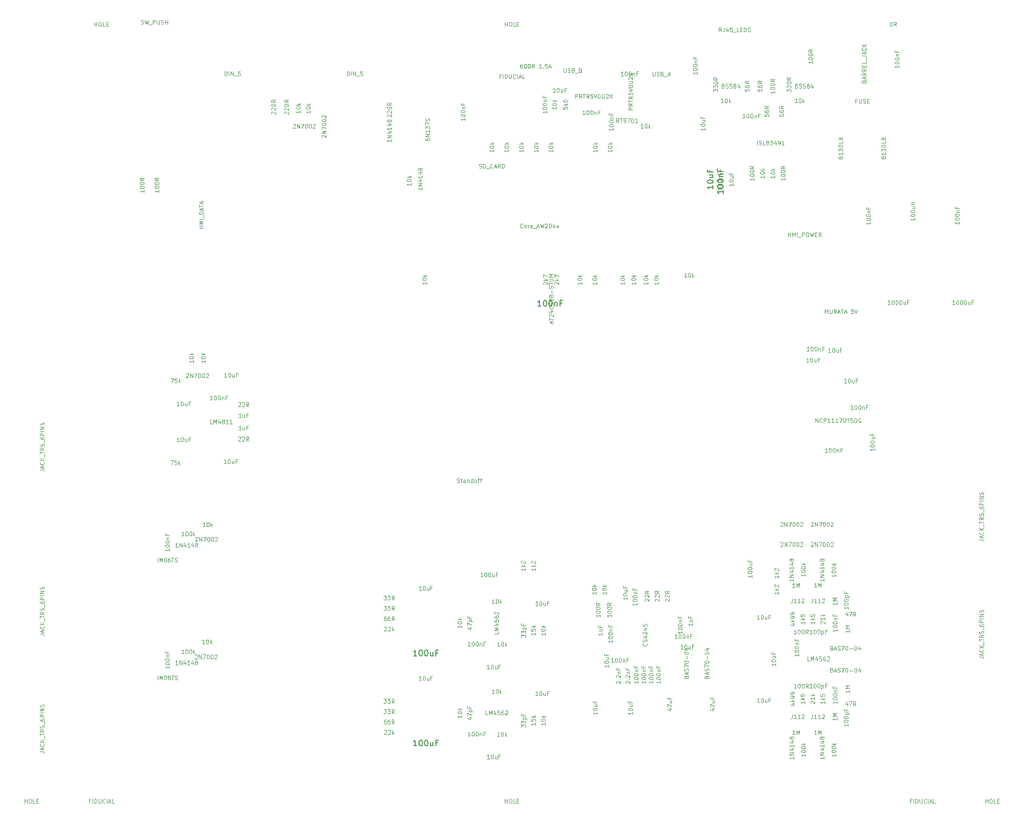
<source format=gbr>
G04 #@! TF.FileFunction,Other,Fab,Top*
%FSLAX46Y46*%
G04 Gerber Fmt 4.6, Leading zero omitted, Abs format (unit mm)*
G04 Created by KiCad (PCBNEW 4.0.1-stable) date Fri 05 Feb 2016 03:49:19 PM CET*
%MOMM*%
G01*
G04 APERTURE LIST*
%ADD10C,0.100000*%
%ADD11C,0.150000*%
G04 APERTURE END LIST*
D10*
X93643260Y-106382480D02*
X93676593Y-106415814D01*
X93709927Y-106515814D01*
X93709927Y-106582480D01*
X93676593Y-106682480D01*
X93609927Y-106749147D01*
X93543260Y-106782480D01*
X93409927Y-106815814D01*
X93309927Y-106815814D01*
X93176593Y-106782480D01*
X93109927Y-106749147D01*
X93043260Y-106682480D01*
X93009927Y-106582480D01*
X93009927Y-106515814D01*
X93043260Y-106415814D01*
X93076593Y-106382480D01*
X93676593Y-106115814D02*
X93709927Y-106015814D01*
X93709927Y-105849147D01*
X93676593Y-105782480D01*
X93643260Y-105749147D01*
X93576593Y-105715814D01*
X93509927Y-105715814D01*
X93443260Y-105749147D01*
X93409927Y-105782480D01*
X93376593Y-105849147D01*
X93343260Y-105982480D01*
X93309927Y-106049147D01*
X93276593Y-106082480D01*
X93209927Y-106115814D01*
X93143260Y-106115814D01*
X93076593Y-106082480D01*
X93043260Y-106049147D01*
X93009927Y-105982480D01*
X93009927Y-105815814D01*
X93043260Y-105715814D01*
X93243260Y-105115813D02*
X93709927Y-105115813D01*
X92976593Y-105282480D02*
X93476593Y-105449147D01*
X93476593Y-105015813D01*
X93076593Y-104782480D02*
X93043260Y-104749146D01*
X93009927Y-104682480D01*
X93009927Y-104515813D01*
X93043260Y-104449146D01*
X93076593Y-104415813D01*
X93143260Y-104382480D01*
X93209927Y-104382480D01*
X93309927Y-104415813D01*
X93709927Y-104815813D01*
X93709927Y-104382480D01*
X93243260Y-103782479D02*
X93709927Y-103782479D01*
X92976593Y-103949146D02*
X93476593Y-104115813D01*
X93476593Y-103682479D01*
X93009927Y-103082479D02*
X93009927Y-103415812D01*
X93343260Y-103449146D01*
X93309927Y-103415812D01*
X93276593Y-103349146D01*
X93276593Y-103182479D01*
X93309927Y-103115812D01*
X93343260Y-103082479D01*
X93409927Y-103049146D01*
X93576593Y-103049146D01*
X93643260Y-103082479D01*
X93676593Y-103115812D01*
X93709927Y-103182479D01*
X93709927Y-103349146D01*
X93676593Y-103415812D01*
X93643260Y-103449146D01*
X42198074Y-8828207D02*
X42198074Y-8128207D01*
X42364740Y-8128207D01*
X42464740Y-8161540D01*
X42531407Y-8228207D01*
X42564740Y-8294873D01*
X42598074Y-8428207D01*
X42598074Y-8528207D01*
X42564740Y-8661540D01*
X42531407Y-8728207D01*
X42464740Y-8794873D01*
X42364740Y-8828207D01*
X42198074Y-8828207D01*
X42898074Y-8828207D02*
X42898074Y-8128207D01*
X43231407Y-8828207D02*
X43231407Y-8128207D01*
X43631407Y-8828207D01*
X43631407Y-8128207D01*
X43798073Y-8894873D02*
X44331406Y-8894873D01*
X44831406Y-8128207D02*
X44498073Y-8128207D01*
X44464739Y-8461540D01*
X44498073Y-8428207D01*
X44564739Y-8394873D01*
X44731406Y-8394873D01*
X44798073Y-8428207D01*
X44831406Y-8461540D01*
X44864739Y-8528207D01*
X44864739Y-8694873D01*
X44831406Y-8761540D01*
X44798073Y-8794873D01*
X44731406Y-8828207D01*
X44564739Y-8828207D01*
X44498073Y-8794873D01*
X44464739Y-8761540D01*
X21194054Y-8828207D02*
X21194054Y-8128207D01*
X21360720Y-8128207D01*
X21460720Y-8161540D01*
X21527387Y-8228207D01*
X21560720Y-8294873D01*
X21594054Y-8428207D01*
X21594054Y-8528207D01*
X21560720Y-8661540D01*
X21527387Y-8728207D01*
X21460720Y-8794873D01*
X21360720Y-8828207D01*
X21194054Y-8828207D01*
X21894054Y-8828207D02*
X21894054Y-8128207D01*
X22227387Y-8828207D02*
X22227387Y-8128207D01*
X22627387Y-8828207D01*
X22627387Y-8128207D01*
X22794053Y-8894873D02*
X23327386Y-8894873D01*
X23827386Y-8128207D02*
X23494053Y-8128207D01*
X23460719Y-8461540D01*
X23494053Y-8428207D01*
X23560719Y-8394873D01*
X23727386Y-8394873D01*
X23794053Y-8428207D01*
X23827386Y-8461540D01*
X23860719Y-8528207D01*
X23860719Y-8694873D01*
X23827386Y-8761540D01*
X23794053Y-8794873D01*
X23727386Y-8828207D01*
X23560719Y-8828207D01*
X23494053Y-8794873D01*
X23460719Y-8761540D01*
X72340194Y-34921000D02*
X72306860Y-34954333D01*
X72206860Y-34987667D01*
X72140194Y-34987667D01*
X72040194Y-34954333D01*
X71973527Y-34887667D01*
X71940194Y-34821000D01*
X71906860Y-34687667D01*
X71906860Y-34587667D01*
X71940194Y-34454333D01*
X71973527Y-34387667D01*
X72040194Y-34321000D01*
X72140194Y-34287667D01*
X72206860Y-34287667D01*
X72306860Y-34321000D01*
X72340194Y-34354333D01*
X72740194Y-34987667D02*
X72673527Y-34954333D01*
X72640194Y-34921000D01*
X72606860Y-34854333D01*
X72606860Y-34654333D01*
X72640194Y-34587667D01*
X72673527Y-34554333D01*
X72740194Y-34521000D01*
X72840194Y-34521000D01*
X72906860Y-34554333D01*
X72940194Y-34587667D01*
X72973527Y-34654333D01*
X72973527Y-34854333D01*
X72940194Y-34921000D01*
X72906860Y-34954333D01*
X72840194Y-34987667D01*
X72740194Y-34987667D01*
X73273527Y-34987667D02*
X73273527Y-34521000D01*
X73273527Y-34654333D02*
X73306860Y-34587667D01*
X73340193Y-34554333D01*
X73406860Y-34521000D01*
X73473527Y-34521000D01*
X73973526Y-34954333D02*
X73906860Y-34987667D01*
X73773526Y-34987667D01*
X73706860Y-34954333D01*
X73673526Y-34887667D01*
X73673526Y-34621000D01*
X73706860Y-34554333D01*
X73773526Y-34521000D01*
X73906860Y-34521000D01*
X73973526Y-34554333D01*
X74006860Y-34621000D01*
X74006860Y-34687667D01*
X73673526Y-34754333D01*
X74140193Y-35054333D02*
X74673526Y-35054333D01*
X74806859Y-34787667D02*
X75140193Y-34787667D01*
X74740193Y-34987667D02*
X74973526Y-34287667D01*
X75206859Y-34987667D01*
X75373526Y-34287667D02*
X75540193Y-34987667D01*
X75673526Y-34487667D01*
X75806859Y-34987667D01*
X75973526Y-34287667D01*
X76206859Y-34354333D02*
X76240193Y-34321000D01*
X76306859Y-34287667D01*
X76473526Y-34287667D01*
X76540193Y-34321000D01*
X76573526Y-34354333D01*
X76606859Y-34421000D01*
X76606859Y-34487667D01*
X76573526Y-34587667D01*
X76173526Y-34987667D01*
X76606859Y-34987667D01*
X77040193Y-34287667D02*
X77106860Y-34287667D01*
X77173526Y-34321000D01*
X77206860Y-34354333D01*
X77240193Y-34421000D01*
X77273526Y-34554333D01*
X77273526Y-34721000D01*
X77240193Y-34854333D01*
X77206860Y-34921000D01*
X77173526Y-34954333D01*
X77106860Y-34987667D01*
X77040193Y-34987667D01*
X76973526Y-34954333D01*
X76940193Y-34921000D01*
X76906860Y-34854333D01*
X76873526Y-34721000D01*
X76873526Y-34554333D01*
X76906860Y-34421000D01*
X76940193Y-34354333D01*
X76973526Y-34321000D01*
X77040193Y-34287667D01*
X77873527Y-34521000D02*
X77873527Y-34987667D01*
X77706860Y-34254333D02*
X77540193Y-34754333D01*
X77973527Y-34754333D01*
X78173527Y-34987667D02*
X78540194Y-34521000D01*
X78173527Y-34521000D02*
X78540194Y-34987667D01*
X122645653Y-68431847D02*
X122645653Y-67731847D01*
X123045653Y-68431847D01*
X123045653Y-67731847D01*
X123778986Y-68365180D02*
X123745652Y-68398513D01*
X123645652Y-68431847D01*
X123578986Y-68431847D01*
X123478986Y-68398513D01*
X123412319Y-68331847D01*
X123378986Y-68265180D01*
X123345652Y-68131847D01*
X123345652Y-68031847D01*
X123378986Y-67898513D01*
X123412319Y-67831847D01*
X123478986Y-67765180D01*
X123578986Y-67731847D01*
X123645652Y-67731847D01*
X123745652Y-67765180D01*
X123778986Y-67798513D01*
X124078986Y-68431847D02*
X124078986Y-67731847D01*
X124345652Y-67731847D01*
X124412319Y-67765180D01*
X124445652Y-67798513D01*
X124478986Y-67865180D01*
X124478986Y-67965180D01*
X124445652Y-68031847D01*
X124412319Y-68065180D01*
X124345652Y-68098513D01*
X124078986Y-68098513D01*
X125145652Y-68431847D02*
X124745652Y-68431847D01*
X124945652Y-68431847D02*
X124945652Y-67731847D01*
X124878986Y-67831847D01*
X124812319Y-67898513D01*
X124745652Y-67931847D01*
X125812319Y-68431847D02*
X125412319Y-68431847D01*
X125612319Y-68431847D02*
X125612319Y-67731847D01*
X125545653Y-67831847D01*
X125478986Y-67898513D01*
X125412319Y-67931847D01*
X126478986Y-68431847D02*
X126078986Y-68431847D01*
X126278986Y-68431847D02*
X126278986Y-67731847D01*
X126212320Y-67831847D01*
X126145653Y-67898513D01*
X126078986Y-67931847D01*
X126712320Y-67731847D02*
X127178987Y-67731847D01*
X126878987Y-68431847D01*
X127445654Y-68431847D02*
X127445654Y-67731847D01*
X127612320Y-67731847D01*
X127712320Y-67765180D01*
X127778987Y-67831847D01*
X127812320Y-67898513D01*
X127845654Y-68031847D01*
X127845654Y-68131847D01*
X127812320Y-68265180D01*
X127778987Y-68331847D01*
X127712320Y-68398513D01*
X127612320Y-68431847D01*
X127445654Y-68431847D01*
X128045654Y-67731847D02*
X128445654Y-67731847D01*
X128245654Y-68431847D02*
X128245654Y-67731847D01*
X129012320Y-67731847D02*
X128678987Y-67731847D01*
X128645653Y-68065180D01*
X128678987Y-68031847D01*
X128745653Y-67998513D01*
X128912320Y-67998513D01*
X128978987Y-68031847D01*
X129012320Y-68065180D01*
X129045653Y-68131847D01*
X129045653Y-68298513D01*
X129012320Y-68365180D01*
X128978987Y-68398513D01*
X128912320Y-68431847D01*
X128745653Y-68431847D01*
X128678987Y-68398513D01*
X128645653Y-68365180D01*
X129478987Y-67731847D02*
X129545654Y-67731847D01*
X129612320Y-67765180D01*
X129645654Y-67798513D01*
X129678987Y-67865180D01*
X129712320Y-67998513D01*
X129712320Y-68165180D01*
X129678987Y-68298513D01*
X129645654Y-68365180D01*
X129612320Y-68398513D01*
X129545654Y-68431847D01*
X129478987Y-68431847D01*
X129412320Y-68398513D01*
X129378987Y-68365180D01*
X129345654Y-68298513D01*
X129312320Y-68165180D01*
X129312320Y-67998513D01*
X129345654Y-67865180D01*
X129378987Y-67798513D01*
X129412320Y-67765180D01*
X129478987Y-67731847D01*
X130378987Y-67765180D02*
X130312321Y-67731847D01*
X130212321Y-67731847D01*
X130112321Y-67765180D01*
X130045654Y-67831847D01*
X130012321Y-67898513D01*
X129978987Y-68031847D01*
X129978987Y-68131847D01*
X130012321Y-68265180D01*
X130045654Y-68331847D01*
X130112321Y-68398513D01*
X130212321Y-68431847D01*
X130278987Y-68431847D01*
X130378987Y-68398513D01*
X130412321Y-68365180D01*
X130412321Y-68131847D01*
X130278987Y-68131847D01*
X132063927Y-33981414D02*
X132063927Y-34381414D01*
X132063927Y-34181414D02*
X131363927Y-34181414D01*
X131463927Y-34248080D01*
X131530593Y-34314747D01*
X131563927Y-34381414D01*
X131363927Y-33548080D02*
X131363927Y-33481413D01*
X131397260Y-33414747D01*
X131430593Y-33381413D01*
X131497260Y-33348080D01*
X131630593Y-33314747D01*
X131797260Y-33314747D01*
X131930593Y-33348080D01*
X131997260Y-33381413D01*
X132030593Y-33414747D01*
X132063927Y-33481413D01*
X132063927Y-33548080D01*
X132030593Y-33614747D01*
X131997260Y-33648080D01*
X131930593Y-33681413D01*
X131797260Y-33714747D01*
X131630593Y-33714747D01*
X131497260Y-33681413D01*
X131430593Y-33648080D01*
X131397260Y-33614747D01*
X131363927Y-33548080D01*
X131363927Y-32881413D02*
X131363927Y-32814746D01*
X131397260Y-32748080D01*
X131430593Y-32714746D01*
X131497260Y-32681413D01*
X131630593Y-32648080D01*
X131797260Y-32648080D01*
X131930593Y-32681413D01*
X131997260Y-32714746D01*
X132030593Y-32748080D01*
X132063927Y-32814746D01*
X132063927Y-32881413D01*
X132030593Y-32948080D01*
X131997260Y-32981413D01*
X131930593Y-33014746D01*
X131797260Y-33048080D01*
X131630593Y-33048080D01*
X131497260Y-33014746D01*
X131430593Y-32981413D01*
X131397260Y-32948080D01*
X131363927Y-32881413D01*
X131597260Y-32348079D02*
X132063927Y-32348079D01*
X131663927Y-32348079D02*
X131630593Y-32314746D01*
X131597260Y-32248079D01*
X131597260Y-32148079D01*
X131630593Y-32081413D01*
X131697260Y-32048079D01*
X132063927Y-32048079D01*
X131697260Y-31481413D02*
X131697260Y-31714746D01*
X132063927Y-31714746D02*
X131363927Y-31714746D01*
X131363927Y-31381413D01*
X135461393Y-48124547D02*
X135061393Y-48124547D01*
X135261393Y-48124547D02*
X135261393Y-47424547D01*
X135194727Y-47524547D01*
X135128060Y-47591213D01*
X135061393Y-47624547D01*
X135894727Y-47424547D02*
X135961394Y-47424547D01*
X136028060Y-47457880D01*
X136061394Y-47491213D01*
X136094727Y-47557880D01*
X136128060Y-47691213D01*
X136128060Y-47857880D01*
X136094727Y-47991213D01*
X136061394Y-48057880D01*
X136028060Y-48091213D01*
X135961394Y-48124547D01*
X135894727Y-48124547D01*
X135828060Y-48091213D01*
X135794727Y-48057880D01*
X135761394Y-47991213D01*
X135728060Y-47857880D01*
X135728060Y-47691213D01*
X135761394Y-47557880D01*
X135794727Y-47491213D01*
X135828060Y-47457880D01*
X135894727Y-47424547D01*
X136561394Y-47424547D02*
X136628061Y-47424547D01*
X136694727Y-47457880D01*
X136728061Y-47491213D01*
X136761394Y-47557880D01*
X136794727Y-47691213D01*
X136794727Y-47857880D01*
X136761394Y-47991213D01*
X136728061Y-48057880D01*
X136694727Y-48091213D01*
X136628061Y-48124547D01*
X136561394Y-48124547D01*
X136494727Y-48091213D01*
X136461394Y-48057880D01*
X136428061Y-47991213D01*
X136394727Y-47857880D01*
X136394727Y-47691213D01*
X136428061Y-47557880D01*
X136461394Y-47491213D01*
X136494727Y-47457880D01*
X136561394Y-47424547D01*
X137228061Y-47424547D02*
X137294728Y-47424547D01*
X137361394Y-47457880D01*
X137394728Y-47491213D01*
X137428061Y-47557880D01*
X137461394Y-47691213D01*
X137461394Y-47857880D01*
X137428061Y-47991213D01*
X137394728Y-48057880D01*
X137361394Y-48091213D01*
X137294728Y-48124547D01*
X137228061Y-48124547D01*
X137161394Y-48091213D01*
X137128061Y-48057880D01*
X137094728Y-47991213D01*
X137061394Y-47857880D01*
X137061394Y-47691213D01*
X137094728Y-47557880D01*
X137128061Y-47491213D01*
X137161394Y-47457880D01*
X137228061Y-47424547D01*
X138061395Y-47657880D02*
X138061395Y-48124547D01*
X137761395Y-47657880D02*
X137761395Y-48024547D01*
X137794728Y-48091213D01*
X137861395Y-48124547D01*
X137961395Y-48124547D01*
X138028061Y-48091213D01*
X138061395Y-48057880D01*
X138628061Y-47757880D02*
X138394728Y-47757880D01*
X138394728Y-48124547D02*
X138394728Y-47424547D01*
X138728061Y-47424547D01*
X147329327Y-33930614D02*
X147329327Y-34330614D01*
X147329327Y-34130614D02*
X146629327Y-34130614D01*
X146729327Y-34197280D01*
X146795993Y-34263947D01*
X146829327Y-34330614D01*
X146629327Y-33497280D02*
X146629327Y-33430613D01*
X146662660Y-33363947D01*
X146695993Y-33330613D01*
X146762660Y-33297280D01*
X146895993Y-33263947D01*
X147062660Y-33263947D01*
X147195993Y-33297280D01*
X147262660Y-33330613D01*
X147295993Y-33363947D01*
X147329327Y-33430613D01*
X147329327Y-33497280D01*
X147295993Y-33563947D01*
X147262660Y-33597280D01*
X147195993Y-33630613D01*
X147062660Y-33663947D01*
X146895993Y-33663947D01*
X146762660Y-33630613D01*
X146695993Y-33597280D01*
X146662660Y-33563947D01*
X146629327Y-33497280D01*
X146629327Y-32830613D02*
X146629327Y-32763946D01*
X146662660Y-32697280D01*
X146695993Y-32663946D01*
X146762660Y-32630613D01*
X146895993Y-32597280D01*
X147062660Y-32597280D01*
X147195993Y-32630613D01*
X147262660Y-32663946D01*
X147295993Y-32697280D01*
X147329327Y-32763946D01*
X147329327Y-32830613D01*
X147295993Y-32897280D01*
X147262660Y-32930613D01*
X147195993Y-32963946D01*
X147062660Y-32997280D01*
X146895993Y-32997280D01*
X146762660Y-32963946D01*
X146695993Y-32930613D01*
X146662660Y-32897280D01*
X146629327Y-32830613D01*
X146862660Y-32297279D02*
X147329327Y-32297279D01*
X146929327Y-32297279D02*
X146895993Y-32263946D01*
X146862660Y-32197279D01*
X146862660Y-32097279D01*
X146895993Y-32030613D01*
X146962660Y-31997279D01*
X147329327Y-31997279D01*
X146962660Y-31430613D02*
X146962660Y-31663946D01*
X147329327Y-31663946D02*
X146629327Y-31663946D01*
X146629327Y-31330613D01*
X146561193Y-48124547D02*
X146161193Y-48124547D01*
X146361193Y-48124547D02*
X146361193Y-47424547D01*
X146294527Y-47524547D01*
X146227860Y-47591213D01*
X146161193Y-47624547D01*
X146994527Y-47424547D02*
X147061194Y-47424547D01*
X147127860Y-47457880D01*
X147161194Y-47491213D01*
X147194527Y-47557880D01*
X147227860Y-47691213D01*
X147227860Y-47857880D01*
X147194527Y-47991213D01*
X147161194Y-48057880D01*
X147127860Y-48091213D01*
X147061194Y-48124547D01*
X146994527Y-48124547D01*
X146927860Y-48091213D01*
X146894527Y-48057880D01*
X146861194Y-47991213D01*
X146827860Y-47857880D01*
X146827860Y-47691213D01*
X146861194Y-47557880D01*
X146894527Y-47491213D01*
X146927860Y-47457880D01*
X146994527Y-47424547D01*
X147661194Y-47424547D02*
X147727861Y-47424547D01*
X147794527Y-47457880D01*
X147827861Y-47491213D01*
X147861194Y-47557880D01*
X147894527Y-47691213D01*
X147894527Y-47857880D01*
X147861194Y-47991213D01*
X147827861Y-48057880D01*
X147794527Y-48091213D01*
X147727861Y-48124547D01*
X147661194Y-48124547D01*
X147594527Y-48091213D01*
X147561194Y-48057880D01*
X147527861Y-47991213D01*
X147494527Y-47857880D01*
X147494527Y-47691213D01*
X147527861Y-47557880D01*
X147561194Y-47491213D01*
X147594527Y-47457880D01*
X147661194Y-47424547D01*
X148327861Y-47424547D02*
X148394528Y-47424547D01*
X148461194Y-47457880D01*
X148494528Y-47491213D01*
X148527861Y-47557880D01*
X148561194Y-47691213D01*
X148561194Y-47857880D01*
X148527861Y-47991213D01*
X148494528Y-48057880D01*
X148461194Y-48091213D01*
X148394528Y-48124547D01*
X148327861Y-48124547D01*
X148261194Y-48091213D01*
X148227861Y-48057880D01*
X148194528Y-47991213D01*
X148161194Y-47857880D01*
X148161194Y-47691213D01*
X148194528Y-47557880D01*
X148227861Y-47491213D01*
X148261194Y-47457880D01*
X148327861Y-47424547D01*
X149161195Y-47657880D02*
X149161195Y-48124547D01*
X148861195Y-47657880D02*
X148861195Y-48024547D01*
X148894528Y-48091213D01*
X148961195Y-48124547D01*
X149061195Y-48124547D01*
X149127861Y-48091213D01*
X149161195Y-48057880D01*
X149727861Y-47757880D02*
X149494528Y-47757880D01*
X149494528Y-48124547D02*
X149494528Y-47424547D01*
X149827861Y-47424547D01*
X129063726Y-66158547D02*
X128663726Y-66158547D01*
X128863726Y-66158547D02*
X128863726Y-65458547D01*
X128797060Y-65558547D01*
X128730393Y-65625213D01*
X128663726Y-65658547D01*
X129497060Y-65458547D02*
X129563727Y-65458547D01*
X129630393Y-65491880D01*
X129663727Y-65525213D01*
X129697060Y-65591880D01*
X129730393Y-65725213D01*
X129730393Y-65891880D01*
X129697060Y-66025213D01*
X129663727Y-66091880D01*
X129630393Y-66125213D01*
X129563727Y-66158547D01*
X129497060Y-66158547D01*
X129430393Y-66125213D01*
X129397060Y-66091880D01*
X129363727Y-66025213D01*
X129330393Y-65891880D01*
X129330393Y-65725213D01*
X129363727Y-65591880D01*
X129397060Y-65525213D01*
X129430393Y-65491880D01*
X129497060Y-65458547D01*
X130163727Y-65458547D02*
X130230394Y-65458547D01*
X130297060Y-65491880D01*
X130330394Y-65525213D01*
X130363727Y-65591880D01*
X130397060Y-65725213D01*
X130397060Y-65891880D01*
X130363727Y-66025213D01*
X130330394Y-66091880D01*
X130297060Y-66125213D01*
X130230394Y-66158547D01*
X130163727Y-66158547D01*
X130097060Y-66125213D01*
X130063727Y-66091880D01*
X130030394Y-66025213D01*
X129997060Y-65891880D01*
X129997060Y-65725213D01*
X130030394Y-65591880D01*
X130063727Y-65525213D01*
X130097060Y-65491880D01*
X130163727Y-65458547D01*
X130697061Y-65691880D02*
X130697061Y-66158547D01*
X130697061Y-65758547D02*
X130730394Y-65725213D01*
X130797061Y-65691880D01*
X130897061Y-65691880D01*
X130963727Y-65725213D01*
X130997061Y-65791880D01*
X130997061Y-66158547D01*
X131563727Y-65791880D02*
X131330394Y-65791880D01*
X131330394Y-66158547D02*
X131330394Y-65458547D01*
X131663727Y-65458547D01*
X124669526Y-73549947D02*
X124269526Y-73549947D01*
X124469526Y-73549947D02*
X124469526Y-72849947D01*
X124402860Y-72949947D01*
X124336193Y-73016613D01*
X124269526Y-73049947D01*
X125102860Y-72849947D02*
X125169527Y-72849947D01*
X125236193Y-72883280D01*
X125269527Y-72916613D01*
X125302860Y-72983280D01*
X125336193Y-73116613D01*
X125336193Y-73283280D01*
X125302860Y-73416613D01*
X125269527Y-73483280D01*
X125236193Y-73516613D01*
X125169527Y-73549947D01*
X125102860Y-73549947D01*
X125036193Y-73516613D01*
X125002860Y-73483280D01*
X124969527Y-73416613D01*
X124936193Y-73283280D01*
X124936193Y-73116613D01*
X124969527Y-72983280D01*
X125002860Y-72916613D01*
X125036193Y-72883280D01*
X125102860Y-72849947D01*
X125769527Y-72849947D02*
X125836194Y-72849947D01*
X125902860Y-72883280D01*
X125936194Y-72916613D01*
X125969527Y-72983280D01*
X126002860Y-73116613D01*
X126002860Y-73283280D01*
X125969527Y-73416613D01*
X125936194Y-73483280D01*
X125902860Y-73516613D01*
X125836194Y-73549947D01*
X125769527Y-73549947D01*
X125702860Y-73516613D01*
X125669527Y-73483280D01*
X125636194Y-73416613D01*
X125602860Y-73283280D01*
X125602860Y-73116613D01*
X125636194Y-72983280D01*
X125669527Y-72916613D01*
X125702860Y-72883280D01*
X125769527Y-72849947D01*
X126302861Y-73083280D02*
X126302861Y-73549947D01*
X126302861Y-73149947D02*
X126336194Y-73116613D01*
X126402861Y-73083280D01*
X126502861Y-73083280D01*
X126569527Y-73116613D01*
X126602861Y-73183280D01*
X126602861Y-73549947D01*
X127169527Y-73183280D02*
X126936194Y-73183280D01*
X126936194Y-73549947D02*
X126936194Y-72849947D01*
X127269527Y-72849947D01*
X121550406Y-56120467D02*
X121150406Y-56120467D01*
X121350406Y-56120467D02*
X121350406Y-55420467D01*
X121283740Y-55520467D01*
X121217073Y-55587133D01*
X121150406Y-55620467D01*
X121983740Y-55420467D02*
X122050407Y-55420467D01*
X122117073Y-55453800D01*
X122150407Y-55487133D01*
X122183740Y-55553800D01*
X122217073Y-55687133D01*
X122217073Y-55853800D01*
X122183740Y-55987133D01*
X122150407Y-56053800D01*
X122117073Y-56087133D01*
X122050407Y-56120467D01*
X121983740Y-56120467D01*
X121917073Y-56087133D01*
X121883740Y-56053800D01*
X121850407Y-55987133D01*
X121817073Y-55853800D01*
X121817073Y-55687133D01*
X121850407Y-55553800D01*
X121883740Y-55487133D01*
X121917073Y-55453800D01*
X121983740Y-55420467D01*
X122650407Y-55420467D02*
X122717074Y-55420467D01*
X122783740Y-55453800D01*
X122817074Y-55487133D01*
X122850407Y-55553800D01*
X122883740Y-55687133D01*
X122883740Y-55853800D01*
X122850407Y-55987133D01*
X122817074Y-56053800D01*
X122783740Y-56087133D01*
X122717074Y-56120467D01*
X122650407Y-56120467D01*
X122583740Y-56087133D01*
X122550407Y-56053800D01*
X122517074Y-55987133D01*
X122483740Y-55853800D01*
X122483740Y-55687133D01*
X122517074Y-55553800D01*
X122550407Y-55487133D01*
X122583740Y-55453800D01*
X122650407Y-55420467D01*
X123183741Y-55653800D02*
X123183741Y-56120467D01*
X123183741Y-55720467D02*
X123217074Y-55687133D01*
X123283741Y-55653800D01*
X123383741Y-55653800D01*
X123450407Y-55687133D01*
X123483741Y-55753800D01*
X123483741Y-56120467D01*
X124050407Y-55753800D02*
X123817074Y-55753800D01*
X123817074Y-56120467D02*
X123817074Y-55420467D01*
X124150407Y-55420467D01*
X90280927Y-98468880D02*
X90280927Y-98868880D01*
X90280927Y-98668880D02*
X89580927Y-98668880D01*
X89680927Y-98735546D01*
X89747593Y-98802213D01*
X89780927Y-98868880D01*
X89580927Y-98035546D02*
X89580927Y-97968879D01*
X89614260Y-97902213D01*
X89647593Y-97868879D01*
X89714260Y-97835546D01*
X89847593Y-97802213D01*
X90014260Y-97802213D01*
X90147593Y-97835546D01*
X90214260Y-97868879D01*
X90247593Y-97902213D01*
X90280927Y-97968879D01*
X90280927Y-98035546D01*
X90247593Y-98102213D01*
X90214260Y-98135546D01*
X90147593Y-98168879D01*
X90014260Y-98202213D01*
X89847593Y-98202213D01*
X89714260Y-98168879D01*
X89647593Y-98135546D01*
X89614260Y-98102213D01*
X89580927Y-98035546D01*
X89814260Y-97202212D02*
X90280927Y-97202212D01*
X89814260Y-97502212D02*
X90180927Y-97502212D01*
X90247593Y-97468879D01*
X90280927Y-97402212D01*
X90280927Y-97302212D01*
X90247593Y-97235546D01*
X90214260Y-97202212D01*
X89914260Y-96635546D02*
X89914260Y-96868879D01*
X90280927Y-96868879D02*
X89580927Y-96868879D01*
X89580927Y-96535546D01*
X87080527Y-110051280D02*
X87080527Y-110451280D01*
X87080527Y-110251280D02*
X86380527Y-110251280D01*
X86480527Y-110317946D01*
X86547193Y-110384613D01*
X86580527Y-110451280D01*
X86380527Y-109617946D02*
X86380527Y-109551279D01*
X86413860Y-109484613D01*
X86447193Y-109451279D01*
X86513860Y-109417946D01*
X86647193Y-109384613D01*
X86813860Y-109384613D01*
X86947193Y-109417946D01*
X87013860Y-109451279D01*
X87047193Y-109484613D01*
X87080527Y-109551279D01*
X87080527Y-109617946D01*
X87047193Y-109684613D01*
X87013860Y-109717946D01*
X86947193Y-109751279D01*
X86813860Y-109784613D01*
X86647193Y-109784613D01*
X86513860Y-109751279D01*
X86447193Y-109717946D01*
X86413860Y-109684613D01*
X86380527Y-109617946D01*
X86613860Y-108784612D02*
X87080527Y-108784612D01*
X86613860Y-109084612D02*
X86980527Y-109084612D01*
X87047193Y-109051279D01*
X87080527Y-108984612D01*
X87080527Y-108884612D01*
X87047193Y-108817946D01*
X87013860Y-108784612D01*
X86713860Y-108217946D02*
X86713860Y-108451279D01*
X87080527Y-108451279D02*
X86380527Y-108451279D01*
X86380527Y-108117946D01*
X99882260Y-107306547D02*
X99482260Y-107306547D01*
X99682260Y-107306547D02*
X99682260Y-106606547D01*
X99615594Y-106706547D01*
X99548927Y-106773213D01*
X99482260Y-106806547D01*
X100315594Y-106606547D02*
X100382261Y-106606547D01*
X100448927Y-106639880D01*
X100482261Y-106673213D01*
X100515594Y-106739880D01*
X100548927Y-106873213D01*
X100548927Y-107039880D01*
X100515594Y-107173213D01*
X100482261Y-107239880D01*
X100448927Y-107273213D01*
X100382261Y-107306547D01*
X100315594Y-107306547D01*
X100248927Y-107273213D01*
X100215594Y-107239880D01*
X100182261Y-107173213D01*
X100148927Y-107039880D01*
X100148927Y-106873213D01*
X100182261Y-106739880D01*
X100215594Y-106673213D01*
X100248927Y-106639880D01*
X100315594Y-106606547D01*
X101148928Y-106839880D02*
X101148928Y-107306547D01*
X100848928Y-106839880D02*
X100848928Y-107206547D01*
X100882261Y-107273213D01*
X100948928Y-107306547D01*
X101048928Y-107306547D01*
X101115594Y-107273213D01*
X101148928Y-107239880D01*
X101715594Y-106939880D02*
X101482261Y-106939880D01*
X101482261Y-107306547D02*
X101482261Y-106606547D01*
X101815594Y-106606547D01*
X108492727Y-27374280D02*
X108492727Y-27774280D01*
X108492727Y-27574280D02*
X107792727Y-27574280D01*
X107892727Y-27640946D01*
X107959393Y-27707613D01*
X107992727Y-27774280D01*
X107792727Y-26940946D02*
X107792727Y-26874279D01*
X107826060Y-26807613D01*
X107859393Y-26774279D01*
X107926060Y-26740946D01*
X108059393Y-26707613D01*
X108226060Y-26707613D01*
X108359393Y-26740946D01*
X108426060Y-26774279D01*
X108459393Y-26807613D01*
X108492727Y-26874279D01*
X108492727Y-26940946D01*
X108459393Y-27007613D01*
X108426060Y-27040946D01*
X108359393Y-27074279D01*
X108226060Y-27107613D01*
X108059393Y-27107613D01*
X107926060Y-27074279D01*
X107859393Y-27040946D01*
X107826060Y-27007613D01*
X107792727Y-26940946D01*
X108026060Y-26107612D02*
X108492727Y-26107612D01*
X108026060Y-26407612D02*
X108392727Y-26407612D01*
X108459393Y-26374279D01*
X108492727Y-26307612D01*
X108492727Y-26207612D01*
X108459393Y-26140946D01*
X108426060Y-26107612D01*
X108126060Y-25540946D02*
X108126060Y-25774279D01*
X108492727Y-25774279D02*
X107792727Y-25774279D01*
X107792727Y-25440946D01*
X106562327Y-28063214D02*
X106562327Y-28463214D01*
X106562327Y-28263214D02*
X105862327Y-28263214D01*
X105962327Y-28329880D01*
X106028993Y-28396547D01*
X106062327Y-28463214D01*
X105862327Y-27629880D02*
X105862327Y-27563213D01*
X105895660Y-27496547D01*
X105928993Y-27463213D01*
X105995660Y-27429880D01*
X106128993Y-27396547D01*
X106295660Y-27396547D01*
X106428993Y-27429880D01*
X106495660Y-27463213D01*
X106528993Y-27496547D01*
X106562327Y-27563213D01*
X106562327Y-27629880D01*
X106528993Y-27696547D01*
X106495660Y-27729880D01*
X106428993Y-27763213D01*
X106295660Y-27796547D01*
X106128993Y-27796547D01*
X105995660Y-27763213D01*
X105928993Y-27729880D01*
X105895660Y-27696547D01*
X105862327Y-27629880D01*
X105862327Y-26963213D02*
X105862327Y-26896546D01*
X105895660Y-26829880D01*
X105928993Y-26796546D01*
X105995660Y-26763213D01*
X106128993Y-26729880D01*
X106295660Y-26729880D01*
X106428993Y-26763213D01*
X106495660Y-26796546D01*
X106528993Y-26829880D01*
X106562327Y-26896546D01*
X106562327Y-26963213D01*
X106528993Y-27029880D01*
X106495660Y-27063213D01*
X106428993Y-27096546D01*
X106295660Y-27129880D01*
X106128993Y-27129880D01*
X105995660Y-27096546D01*
X105928993Y-27063213D01*
X105895660Y-27029880D01*
X105862327Y-26963213D01*
X106095660Y-26429879D02*
X106562327Y-26429879D01*
X106162327Y-26429879D02*
X106128993Y-26396546D01*
X106095660Y-26329879D01*
X106095660Y-26229879D01*
X106128993Y-26163213D01*
X106195660Y-26129879D01*
X106562327Y-26129879D01*
X106195660Y-25563213D02*
X106195660Y-25796546D01*
X106562327Y-25796546D02*
X105862327Y-25796546D01*
X105862327Y-25463213D01*
X119747467Y-108151954D02*
X119747467Y-108551954D01*
X119747467Y-108351954D02*
X119047467Y-108351954D01*
X119147467Y-108418620D01*
X119214133Y-108485287D01*
X119247467Y-108551954D01*
X119047467Y-107718620D02*
X119047467Y-107651953D01*
X119080800Y-107585287D01*
X119114133Y-107551953D01*
X119180800Y-107518620D01*
X119314133Y-107485287D01*
X119480800Y-107485287D01*
X119614133Y-107518620D01*
X119680800Y-107551953D01*
X119714133Y-107585287D01*
X119747467Y-107651953D01*
X119747467Y-107718620D01*
X119714133Y-107785287D01*
X119680800Y-107818620D01*
X119614133Y-107851953D01*
X119480800Y-107885287D01*
X119314133Y-107885287D01*
X119180800Y-107851953D01*
X119114133Y-107818620D01*
X119080800Y-107785287D01*
X119047467Y-107718620D01*
X119047467Y-107051953D02*
X119047467Y-106985286D01*
X119080800Y-106918620D01*
X119114133Y-106885286D01*
X119180800Y-106851953D01*
X119314133Y-106818620D01*
X119480800Y-106818620D01*
X119614133Y-106851953D01*
X119680800Y-106885286D01*
X119714133Y-106918620D01*
X119747467Y-106985286D01*
X119747467Y-107051953D01*
X119714133Y-107118620D01*
X119680800Y-107151953D01*
X119614133Y-107185286D01*
X119480800Y-107218620D01*
X119314133Y-107218620D01*
X119180800Y-107185286D01*
X119114133Y-107151953D01*
X119080800Y-107118620D01*
X119047467Y-107051953D01*
X119280800Y-106518619D02*
X119747467Y-106518619D01*
X119347467Y-106518619D02*
X119314133Y-106485286D01*
X119280800Y-106418619D01*
X119280800Y-106318619D01*
X119314133Y-106251953D01*
X119380800Y-106218619D01*
X119747467Y-106218619D01*
X119380800Y-105651953D02*
X119380800Y-105885286D01*
X119747467Y-105885286D02*
X119047467Y-105885286D01*
X119047467Y-105551953D01*
X63353926Y-106798547D02*
X62953926Y-106798547D01*
X63153926Y-106798547D02*
X63153926Y-106098547D01*
X63087260Y-106198547D01*
X63020593Y-106265213D01*
X62953926Y-106298547D01*
X63787260Y-106098547D02*
X63853927Y-106098547D01*
X63920593Y-106131880D01*
X63953927Y-106165213D01*
X63987260Y-106231880D01*
X64020593Y-106365213D01*
X64020593Y-106531880D01*
X63987260Y-106665213D01*
X63953927Y-106731880D01*
X63920593Y-106765213D01*
X63853927Y-106798547D01*
X63787260Y-106798547D01*
X63720593Y-106765213D01*
X63687260Y-106731880D01*
X63653927Y-106665213D01*
X63620593Y-106531880D01*
X63620593Y-106365213D01*
X63653927Y-106231880D01*
X63687260Y-106165213D01*
X63720593Y-106131880D01*
X63787260Y-106098547D01*
X64453927Y-106098547D02*
X64520594Y-106098547D01*
X64587260Y-106131880D01*
X64620594Y-106165213D01*
X64653927Y-106231880D01*
X64687260Y-106365213D01*
X64687260Y-106531880D01*
X64653927Y-106665213D01*
X64620594Y-106731880D01*
X64587260Y-106765213D01*
X64520594Y-106798547D01*
X64453927Y-106798547D01*
X64387260Y-106765213D01*
X64353927Y-106731880D01*
X64320594Y-106665213D01*
X64287260Y-106531880D01*
X64287260Y-106365213D01*
X64320594Y-106231880D01*
X64353927Y-106165213D01*
X64387260Y-106131880D01*
X64453927Y-106098547D01*
X64987261Y-106331880D02*
X64987261Y-106798547D01*
X64987261Y-106398547D02*
X65020594Y-106365213D01*
X65087261Y-106331880D01*
X65187261Y-106331880D01*
X65253927Y-106365213D01*
X65287261Y-106431880D01*
X65287261Y-106798547D01*
X65853927Y-106431880D02*
X65620594Y-106431880D01*
X65620594Y-106798547D02*
X65620594Y-106098547D01*
X65953927Y-106098547D01*
X63353926Y-122267147D02*
X62953926Y-122267147D01*
X63153926Y-122267147D02*
X63153926Y-121567147D01*
X63087260Y-121667147D01*
X63020593Y-121733813D01*
X62953926Y-121767147D01*
X63787260Y-121567147D02*
X63853927Y-121567147D01*
X63920593Y-121600480D01*
X63953927Y-121633813D01*
X63987260Y-121700480D01*
X64020593Y-121833813D01*
X64020593Y-122000480D01*
X63987260Y-122133813D01*
X63953927Y-122200480D01*
X63920593Y-122233813D01*
X63853927Y-122267147D01*
X63787260Y-122267147D01*
X63720593Y-122233813D01*
X63687260Y-122200480D01*
X63653927Y-122133813D01*
X63620593Y-122000480D01*
X63620593Y-121833813D01*
X63653927Y-121700480D01*
X63687260Y-121633813D01*
X63720593Y-121600480D01*
X63787260Y-121567147D01*
X64453927Y-121567147D02*
X64520594Y-121567147D01*
X64587260Y-121600480D01*
X64620594Y-121633813D01*
X64653927Y-121700480D01*
X64687260Y-121833813D01*
X64687260Y-122000480D01*
X64653927Y-122133813D01*
X64620594Y-122200480D01*
X64587260Y-122233813D01*
X64520594Y-122267147D01*
X64453927Y-122267147D01*
X64387260Y-122233813D01*
X64353927Y-122200480D01*
X64320594Y-122133813D01*
X64287260Y-122000480D01*
X64287260Y-121833813D01*
X64320594Y-121700480D01*
X64353927Y-121633813D01*
X64387260Y-121600480D01*
X64453927Y-121567147D01*
X64987261Y-121800480D02*
X64987261Y-122267147D01*
X64987261Y-121867147D02*
X65020594Y-121833813D01*
X65087261Y-121800480D01*
X65187261Y-121800480D01*
X65253927Y-121833813D01*
X65287261Y-121900480D01*
X65287261Y-122267147D01*
X65853927Y-121900480D02*
X65620594Y-121900480D01*
X65620594Y-122267147D02*
X65620594Y-121567147D01*
X65953927Y-121567147D01*
X19081726Y-64532947D02*
X18681726Y-64532947D01*
X18881726Y-64532947D02*
X18881726Y-63832947D01*
X18815060Y-63932947D01*
X18748393Y-63999613D01*
X18681726Y-64032947D01*
X19515060Y-63832947D02*
X19581727Y-63832947D01*
X19648393Y-63866280D01*
X19681727Y-63899613D01*
X19715060Y-63966280D01*
X19748393Y-64099613D01*
X19748393Y-64266280D01*
X19715060Y-64399613D01*
X19681727Y-64466280D01*
X19648393Y-64499613D01*
X19581727Y-64532947D01*
X19515060Y-64532947D01*
X19448393Y-64499613D01*
X19415060Y-64466280D01*
X19381727Y-64399613D01*
X19348393Y-64266280D01*
X19348393Y-64099613D01*
X19381727Y-63966280D01*
X19415060Y-63899613D01*
X19448393Y-63866280D01*
X19515060Y-63832947D01*
X20181727Y-63832947D02*
X20248394Y-63832947D01*
X20315060Y-63866280D01*
X20348394Y-63899613D01*
X20381727Y-63966280D01*
X20415060Y-64099613D01*
X20415060Y-64266280D01*
X20381727Y-64399613D01*
X20348394Y-64466280D01*
X20315060Y-64499613D01*
X20248394Y-64532947D01*
X20181727Y-64532947D01*
X20115060Y-64499613D01*
X20081727Y-64466280D01*
X20048394Y-64399613D01*
X20015060Y-64266280D01*
X20015060Y-64099613D01*
X20048394Y-63966280D01*
X20081727Y-63899613D01*
X20115060Y-63866280D01*
X20181727Y-63832947D01*
X20715061Y-64066280D02*
X20715061Y-64532947D01*
X20715061Y-64132947D02*
X20748394Y-64099613D01*
X20815061Y-64066280D01*
X20915061Y-64066280D01*
X20981727Y-64099613D01*
X21015061Y-64166280D01*
X21015061Y-64532947D01*
X21581727Y-64166280D02*
X21348394Y-64166280D01*
X21348394Y-64532947D02*
X21348394Y-63832947D01*
X21681727Y-63832947D01*
X87880627Y-17852414D02*
X87880627Y-18252414D01*
X87880627Y-18052414D02*
X87180627Y-18052414D01*
X87280627Y-18119080D01*
X87347293Y-18185747D01*
X87380627Y-18252414D01*
X87180627Y-17419080D02*
X87180627Y-17352413D01*
X87213960Y-17285747D01*
X87247293Y-17252413D01*
X87313960Y-17219080D01*
X87447293Y-17185747D01*
X87613960Y-17185747D01*
X87747293Y-17219080D01*
X87813960Y-17252413D01*
X87847293Y-17285747D01*
X87880627Y-17352413D01*
X87880627Y-17419080D01*
X87847293Y-17485747D01*
X87813960Y-17519080D01*
X87747293Y-17552413D01*
X87613960Y-17585747D01*
X87447293Y-17585747D01*
X87313960Y-17552413D01*
X87247293Y-17519080D01*
X87213960Y-17485747D01*
X87180627Y-17419080D01*
X87180627Y-16752413D02*
X87180627Y-16685746D01*
X87213960Y-16619080D01*
X87247293Y-16585746D01*
X87313960Y-16552413D01*
X87447293Y-16519080D01*
X87613960Y-16519080D01*
X87747293Y-16552413D01*
X87813960Y-16585746D01*
X87847293Y-16619080D01*
X87880627Y-16685746D01*
X87880627Y-16752413D01*
X87847293Y-16819080D01*
X87813960Y-16852413D01*
X87747293Y-16885746D01*
X87613960Y-16919080D01*
X87447293Y-16919080D01*
X87313960Y-16885746D01*
X87247293Y-16852413D01*
X87213960Y-16819080D01*
X87180627Y-16752413D01*
X87413960Y-16219079D02*
X87880627Y-16219079D01*
X87480627Y-16219079D02*
X87447293Y-16185746D01*
X87413960Y-16119079D01*
X87413960Y-16019079D01*
X87447293Y-15952413D01*
X87513960Y-15919079D01*
X87880627Y-15919079D01*
X87513960Y-15352413D02*
X87513960Y-15585746D01*
X87880627Y-15585746D02*
X87180627Y-15585746D01*
X87180627Y-15252413D01*
X77949360Y-11675547D02*
X77549360Y-11675547D01*
X77749360Y-11675547D02*
X77749360Y-10975547D01*
X77682694Y-11075547D01*
X77616027Y-11142213D01*
X77549360Y-11175547D01*
X78382694Y-10975547D02*
X78449361Y-10975547D01*
X78516027Y-11008880D01*
X78549361Y-11042213D01*
X78582694Y-11108880D01*
X78616027Y-11242213D01*
X78616027Y-11408880D01*
X78582694Y-11542213D01*
X78549361Y-11608880D01*
X78516027Y-11642213D01*
X78449361Y-11675547D01*
X78382694Y-11675547D01*
X78316027Y-11642213D01*
X78282694Y-11608880D01*
X78249361Y-11542213D01*
X78216027Y-11408880D01*
X78216027Y-11242213D01*
X78249361Y-11108880D01*
X78282694Y-11042213D01*
X78316027Y-11008880D01*
X78382694Y-10975547D01*
X79216028Y-11208880D02*
X79216028Y-11675547D01*
X78916028Y-11208880D02*
X78916028Y-11575547D01*
X78949361Y-11642213D01*
X79016028Y-11675547D01*
X79116028Y-11675547D01*
X79182694Y-11642213D01*
X79216028Y-11608880D01*
X79782694Y-11308880D02*
X79549361Y-11308880D01*
X79549361Y-11675547D02*
X79549361Y-10975547D01*
X79882694Y-10975547D01*
X83077026Y-15498247D02*
X82677026Y-15498247D01*
X82877026Y-15498247D02*
X82877026Y-14798247D01*
X82810360Y-14898247D01*
X82743693Y-14964913D01*
X82677026Y-14998247D01*
X83510360Y-14798247D02*
X83577027Y-14798247D01*
X83643693Y-14831580D01*
X83677027Y-14864913D01*
X83710360Y-14931580D01*
X83743693Y-15064913D01*
X83743693Y-15231580D01*
X83710360Y-15364913D01*
X83677027Y-15431580D01*
X83643693Y-15464913D01*
X83577027Y-15498247D01*
X83510360Y-15498247D01*
X83443693Y-15464913D01*
X83410360Y-15431580D01*
X83377027Y-15364913D01*
X83343693Y-15231580D01*
X83343693Y-15064913D01*
X83377027Y-14931580D01*
X83410360Y-14864913D01*
X83443693Y-14831580D01*
X83510360Y-14798247D01*
X84177027Y-14798247D02*
X84243694Y-14798247D01*
X84310360Y-14831580D01*
X84343694Y-14864913D01*
X84377027Y-14931580D01*
X84410360Y-15064913D01*
X84410360Y-15231580D01*
X84377027Y-15364913D01*
X84343694Y-15431580D01*
X84310360Y-15464913D01*
X84243694Y-15498247D01*
X84177027Y-15498247D01*
X84110360Y-15464913D01*
X84077027Y-15431580D01*
X84043694Y-15364913D01*
X84010360Y-15231580D01*
X84010360Y-15064913D01*
X84043694Y-14931580D01*
X84077027Y-14864913D01*
X84110360Y-14831580D01*
X84177027Y-14798247D01*
X84710361Y-15031580D02*
X84710361Y-15498247D01*
X84710361Y-15098247D02*
X84743694Y-15064913D01*
X84810361Y-15031580D01*
X84910361Y-15031580D01*
X84977027Y-15064913D01*
X85010361Y-15131580D01*
X85010361Y-15498247D01*
X85577027Y-15131580D02*
X85343694Y-15131580D01*
X85343694Y-15498247D02*
X85343694Y-14798247D01*
X85677027Y-14798247D01*
X89630226Y-8856147D02*
X89230226Y-8856147D01*
X89430226Y-8856147D02*
X89430226Y-8156147D01*
X89363560Y-8256147D01*
X89296893Y-8322813D01*
X89230226Y-8356147D01*
X90063560Y-8156147D02*
X90130227Y-8156147D01*
X90196893Y-8189480D01*
X90230227Y-8222813D01*
X90263560Y-8289480D01*
X90296893Y-8422813D01*
X90296893Y-8589480D01*
X90263560Y-8722813D01*
X90230227Y-8789480D01*
X90196893Y-8822813D01*
X90130227Y-8856147D01*
X90063560Y-8856147D01*
X89996893Y-8822813D01*
X89963560Y-8789480D01*
X89930227Y-8722813D01*
X89896893Y-8589480D01*
X89896893Y-8422813D01*
X89930227Y-8289480D01*
X89963560Y-8222813D01*
X89996893Y-8189480D01*
X90063560Y-8156147D01*
X90730227Y-8156147D02*
X90796894Y-8156147D01*
X90863560Y-8189480D01*
X90896894Y-8222813D01*
X90930227Y-8289480D01*
X90963560Y-8422813D01*
X90963560Y-8589480D01*
X90930227Y-8722813D01*
X90896894Y-8789480D01*
X90863560Y-8822813D01*
X90796894Y-8856147D01*
X90730227Y-8856147D01*
X90663560Y-8822813D01*
X90630227Y-8789480D01*
X90596894Y-8722813D01*
X90563560Y-8589480D01*
X90563560Y-8422813D01*
X90596894Y-8289480D01*
X90630227Y-8222813D01*
X90663560Y-8189480D01*
X90730227Y-8156147D01*
X91263561Y-8389480D02*
X91263561Y-8856147D01*
X91263561Y-8456147D02*
X91296894Y-8422813D01*
X91363561Y-8389480D01*
X91463561Y-8389480D01*
X91530227Y-8422813D01*
X91563561Y-8489480D01*
X91563561Y-8856147D01*
X92130227Y-8489480D02*
X91896894Y-8489480D01*
X91896894Y-8856147D02*
X91896894Y-8156147D01*
X92230227Y-8156147D01*
X76476027Y-14867914D02*
X76476027Y-15267914D01*
X76476027Y-15067914D02*
X75776027Y-15067914D01*
X75876027Y-15134580D01*
X75942693Y-15201247D01*
X75976027Y-15267914D01*
X75776027Y-14434580D02*
X75776027Y-14367913D01*
X75809360Y-14301247D01*
X75842693Y-14267913D01*
X75909360Y-14234580D01*
X76042693Y-14201247D01*
X76209360Y-14201247D01*
X76342693Y-14234580D01*
X76409360Y-14267913D01*
X76442693Y-14301247D01*
X76476027Y-14367913D01*
X76476027Y-14434580D01*
X76442693Y-14501247D01*
X76409360Y-14534580D01*
X76342693Y-14567913D01*
X76209360Y-14601247D01*
X76042693Y-14601247D01*
X75909360Y-14567913D01*
X75842693Y-14534580D01*
X75809360Y-14501247D01*
X75776027Y-14434580D01*
X75776027Y-13767913D02*
X75776027Y-13701246D01*
X75809360Y-13634580D01*
X75842693Y-13601246D01*
X75909360Y-13567913D01*
X76042693Y-13534580D01*
X76209360Y-13534580D01*
X76342693Y-13567913D01*
X76409360Y-13601246D01*
X76442693Y-13634580D01*
X76476027Y-13701246D01*
X76476027Y-13767913D01*
X76442693Y-13834580D01*
X76409360Y-13867913D01*
X76342693Y-13901246D01*
X76209360Y-13934580D01*
X76042693Y-13934580D01*
X75909360Y-13901246D01*
X75842693Y-13867913D01*
X75809360Y-13834580D01*
X75776027Y-13767913D01*
X76009360Y-13234579D02*
X76476027Y-13234579D01*
X76076027Y-13234579D02*
X76042693Y-13201246D01*
X76009360Y-13134579D01*
X76009360Y-13034579D01*
X76042693Y-12967913D01*
X76109360Y-12934579D01*
X76476027Y-12934579D01*
X76109360Y-12367913D02*
X76109360Y-12601246D01*
X76476027Y-12601246D02*
X75776027Y-12601246D01*
X75776027Y-12267913D01*
X62457767Y-16109974D02*
X62457767Y-16509974D01*
X62457767Y-16309974D02*
X61757767Y-16309974D01*
X61857767Y-16376640D01*
X61924433Y-16443307D01*
X61957767Y-16509974D01*
X61757767Y-15676640D02*
X61757767Y-15609973D01*
X61791100Y-15543307D01*
X61824433Y-15509973D01*
X61891100Y-15476640D01*
X62024433Y-15443307D01*
X62191100Y-15443307D01*
X62324433Y-15476640D01*
X62391100Y-15509973D01*
X62424433Y-15543307D01*
X62457767Y-15609973D01*
X62457767Y-15676640D01*
X62424433Y-15743307D01*
X62391100Y-15776640D01*
X62324433Y-15809973D01*
X62191100Y-15843307D01*
X62024433Y-15843307D01*
X61891100Y-15809973D01*
X61824433Y-15776640D01*
X61791100Y-15743307D01*
X61757767Y-15676640D01*
X61757767Y-15009973D02*
X61757767Y-14943306D01*
X61791100Y-14876640D01*
X61824433Y-14843306D01*
X61891100Y-14809973D01*
X62024433Y-14776640D01*
X62191100Y-14776640D01*
X62324433Y-14809973D01*
X62391100Y-14843306D01*
X62424433Y-14876640D01*
X62457767Y-14943306D01*
X62457767Y-15009973D01*
X62424433Y-15076640D01*
X62391100Y-15109973D01*
X62324433Y-15143306D01*
X62191100Y-15176640D01*
X62024433Y-15176640D01*
X61891100Y-15143306D01*
X61824433Y-15109973D01*
X61791100Y-15076640D01*
X61757767Y-15009973D01*
X61991100Y-14476639D02*
X62457767Y-14476639D01*
X62057767Y-14476639D02*
X62024433Y-14443306D01*
X61991100Y-14376639D01*
X61991100Y-14276639D01*
X62024433Y-14209973D01*
X62091100Y-14176639D01*
X62457767Y-14176639D01*
X62091100Y-13609973D02*
X62091100Y-13843306D01*
X62457767Y-13843306D02*
X61757767Y-13843306D01*
X61757767Y-13509973D01*
X136966127Y-7057414D02*
X136966127Y-7457414D01*
X136966127Y-7257414D02*
X136266127Y-7257414D01*
X136366127Y-7324080D01*
X136432793Y-7390747D01*
X136466127Y-7457414D01*
X136266127Y-6624080D02*
X136266127Y-6557413D01*
X136299460Y-6490747D01*
X136332793Y-6457413D01*
X136399460Y-6424080D01*
X136532793Y-6390747D01*
X136699460Y-6390747D01*
X136832793Y-6424080D01*
X136899460Y-6457413D01*
X136932793Y-6490747D01*
X136966127Y-6557413D01*
X136966127Y-6624080D01*
X136932793Y-6690747D01*
X136899460Y-6724080D01*
X136832793Y-6757413D01*
X136699460Y-6790747D01*
X136532793Y-6790747D01*
X136399460Y-6757413D01*
X136332793Y-6724080D01*
X136299460Y-6690747D01*
X136266127Y-6624080D01*
X136266127Y-5957413D02*
X136266127Y-5890746D01*
X136299460Y-5824080D01*
X136332793Y-5790746D01*
X136399460Y-5757413D01*
X136532793Y-5724080D01*
X136699460Y-5724080D01*
X136832793Y-5757413D01*
X136899460Y-5790746D01*
X136932793Y-5824080D01*
X136966127Y-5890746D01*
X136966127Y-5957413D01*
X136932793Y-6024080D01*
X136899460Y-6057413D01*
X136832793Y-6090746D01*
X136699460Y-6124080D01*
X136532793Y-6124080D01*
X136399460Y-6090746D01*
X136332793Y-6057413D01*
X136299460Y-6024080D01*
X136266127Y-5957413D01*
X136499460Y-5424079D02*
X136966127Y-5424079D01*
X136566127Y-5424079D02*
X136532793Y-5390746D01*
X136499460Y-5324079D01*
X136499460Y-5224079D01*
X136532793Y-5157413D01*
X136599460Y-5124079D01*
X136966127Y-5124079D01*
X136599460Y-4557413D02*
X136599460Y-4790746D01*
X136966127Y-4790746D02*
X136266127Y-4790746D01*
X136266127Y-4457413D01*
X102345927Y-8200414D02*
X102345927Y-8600414D01*
X102345927Y-8400414D02*
X101645927Y-8400414D01*
X101745927Y-8467080D01*
X101812593Y-8533747D01*
X101845927Y-8600414D01*
X101645927Y-7767080D02*
X101645927Y-7700413D01*
X101679260Y-7633747D01*
X101712593Y-7600413D01*
X101779260Y-7567080D01*
X101912593Y-7533747D01*
X102079260Y-7533747D01*
X102212593Y-7567080D01*
X102279260Y-7600413D01*
X102312593Y-7633747D01*
X102345927Y-7700413D01*
X102345927Y-7767080D01*
X102312593Y-7833747D01*
X102279260Y-7867080D01*
X102212593Y-7900413D01*
X102079260Y-7933747D01*
X101912593Y-7933747D01*
X101779260Y-7900413D01*
X101712593Y-7867080D01*
X101679260Y-7833747D01*
X101645927Y-7767080D01*
X101645927Y-7100413D02*
X101645927Y-7033746D01*
X101679260Y-6967080D01*
X101712593Y-6933746D01*
X101779260Y-6900413D01*
X101912593Y-6867080D01*
X102079260Y-6867080D01*
X102212593Y-6900413D01*
X102279260Y-6933746D01*
X102312593Y-6967080D01*
X102345927Y-7033746D01*
X102345927Y-7100413D01*
X102312593Y-7167080D01*
X102279260Y-7200413D01*
X102212593Y-7233746D01*
X102079260Y-7267080D01*
X101912593Y-7267080D01*
X101779260Y-7233746D01*
X101712593Y-7200413D01*
X101679260Y-7167080D01*
X101645927Y-7100413D01*
X101879260Y-6567079D02*
X102345927Y-6567079D01*
X101945927Y-6567079D02*
X101912593Y-6533746D01*
X101879260Y-6467079D01*
X101879260Y-6367079D01*
X101912593Y-6300413D01*
X101979260Y-6267079D01*
X102345927Y-6267079D01*
X101979260Y-5700413D02*
X101979260Y-5933746D01*
X102345927Y-5933746D02*
X101645927Y-5933746D01*
X101645927Y-5600413D01*
X88504593Y-113234147D02*
X88471260Y-113200813D01*
X88437927Y-113134147D01*
X88437927Y-112967480D01*
X88471260Y-112900813D01*
X88504593Y-112867480D01*
X88571260Y-112834147D01*
X88637927Y-112834147D01*
X88737927Y-112867480D01*
X89137927Y-113267480D01*
X89137927Y-112834147D01*
X89071260Y-112534146D02*
X89104593Y-112500813D01*
X89137927Y-112534146D01*
X89104593Y-112567480D01*
X89071260Y-112534146D01*
X89137927Y-112534146D01*
X88504593Y-112234147D02*
X88471260Y-112200813D01*
X88437927Y-112134147D01*
X88437927Y-111967480D01*
X88471260Y-111900813D01*
X88504593Y-111867480D01*
X88571260Y-111834147D01*
X88637927Y-111834147D01*
X88737927Y-111867480D01*
X89137927Y-112267480D01*
X89137927Y-111834147D01*
X88671260Y-111534146D02*
X89137927Y-111534146D01*
X88737927Y-111534146D02*
X88704593Y-111500813D01*
X88671260Y-111434146D01*
X88671260Y-111334146D01*
X88704593Y-111267480D01*
X88771260Y-111234146D01*
X89137927Y-111234146D01*
X88771260Y-110667480D02*
X88771260Y-110900813D01*
X89137927Y-110900813D02*
X88437927Y-110900813D01*
X88437927Y-110567480D01*
X90104793Y-113234147D02*
X90071460Y-113200813D01*
X90038127Y-113134147D01*
X90038127Y-112967480D01*
X90071460Y-112900813D01*
X90104793Y-112867480D01*
X90171460Y-112834147D01*
X90238127Y-112834147D01*
X90338127Y-112867480D01*
X90738127Y-113267480D01*
X90738127Y-112834147D01*
X90671460Y-112534146D02*
X90704793Y-112500813D01*
X90738127Y-112534146D01*
X90704793Y-112567480D01*
X90671460Y-112534146D01*
X90738127Y-112534146D01*
X90104793Y-112234147D02*
X90071460Y-112200813D01*
X90038127Y-112134147D01*
X90038127Y-111967480D01*
X90071460Y-111900813D01*
X90104793Y-111867480D01*
X90171460Y-111834147D01*
X90238127Y-111834147D01*
X90338127Y-111867480D01*
X90738127Y-112267480D01*
X90738127Y-111834147D01*
X90271460Y-111534146D02*
X90738127Y-111534146D01*
X90338127Y-111534146D02*
X90304793Y-111500813D01*
X90271460Y-111434146D01*
X90271460Y-111334146D01*
X90304793Y-111267480D01*
X90371460Y-111234146D01*
X90738127Y-111234146D01*
X90371460Y-110667480D02*
X90371460Y-110900813D01*
X90738127Y-110900813D02*
X90038127Y-110900813D01*
X90038127Y-110567480D01*
X126326067Y-103925394D02*
X126326067Y-104325394D01*
X126326067Y-104125394D02*
X125626067Y-104125394D01*
X125726067Y-104192060D01*
X125792733Y-104258727D01*
X125826067Y-104325394D01*
X125626067Y-103492060D02*
X125626067Y-103425393D01*
X125659400Y-103358727D01*
X125692733Y-103325393D01*
X125759400Y-103292060D01*
X125892733Y-103258727D01*
X126059400Y-103258727D01*
X126192733Y-103292060D01*
X126259400Y-103325393D01*
X126292733Y-103358727D01*
X126326067Y-103425393D01*
X126326067Y-103492060D01*
X126292733Y-103558727D01*
X126259400Y-103592060D01*
X126192733Y-103625393D01*
X126059400Y-103658727D01*
X125892733Y-103658727D01*
X125759400Y-103625393D01*
X125692733Y-103592060D01*
X125659400Y-103558727D01*
X125626067Y-103492060D01*
X125626067Y-102825393D02*
X125626067Y-102758726D01*
X125659400Y-102692060D01*
X125692733Y-102658726D01*
X125759400Y-102625393D01*
X125892733Y-102592060D01*
X126059400Y-102592060D01*
X126192733Y-102625393D01*
X126259400Y-102658726D01*
X126292733Y-102692060D01*
X126326067Y-102758726D01*
X126326067Y-102825393D01*
X126292733Y-102892060D01*
X126259400Y-102925393D01*
X126192733Y-102958726D01*
X126059400Y-102992060D01*
X125892733Y-102992060D01*
X125759400Y-102958726D01*
X125692733Y-102925393D01*
X125659400Y-102892060D01*
X125626067Y-102825393D01*
X125859400Y-102292059D02*
X126326067Y-102292059D01*
X125926067Y-102292059D02*
X125892733Y-102258726D01*
X125859400Y-102192059D01*
X125859400Y-102092059D01*
X125892733Y-102025393D01*
X125959400Y-101992059D01*
X126326067Y-101992059D01*
X125959400Y-101425393D02*
X125959400Y-101658726D01*
X126326067Y-101658726D02*
X125626067Y-101658726D01*
X125626067Y-101325393D01*
X128218367Y-100051894D02*
X128218367Y-100451894D01*
X128218367Y-100251894D02*
X127518367Y-100251894D01*
X127618367Y-100318560D01*
X127685033Y-100385227D01*
X127718367Y-100451894D01*
X127518367Y-99618560D02*
X127518367Y-99551893D01*
X127551700Y-99485227D01*
X127585033Y-99451893D01*
X127651700Y-99418560D01*
X127785033Y-99385227D01*
X127951700Y-99385227D01*
X128085033Y-99418560D01*
X128151700Y-99451893D01*
X128185033Y-99485227D01*
X128218367Y-99551893D01*
X128218367Y-99618560D01*
X128185033Y-99685227D01*
X128151700Y-99718560D01*
X128085033Y-99751893D01*
X127951700Y-99785227D01*
X127785033Y-99785227D01*
X127651700Y-99751893D01*
X127585033Y-99718560D01*
X127551700Y-99685227D01*
X127518367Y-99618560D01*
X127518367Y-98951893D02*
X127518367Y-98885226D01*
X127551700Y-98818560D01*
X127585033Y-98785226D01*
X127651700Y-98751893D01*
X127785033Y-98718560D01*
X127951700Y-98718560D01*
X128085033Y-98751893D01*
X128151700Y-98785226D01*
X128185033Y-98818560D01*
X128218367Y-98885226D01*
X128218367Y-98951893D01*
X128185033Y-99018560D01*
X128151700Y-99051893D01*
X128085033Y-99085226D01*
X127951700Y-99118560D01*
X127785033Y-99118560D01*
X127651700Y-99085226D01*
X127585033Y-99051893D01*
X127551700Y-99018560D01*
X127518367Y-98951893D01*
X127751700Y-98418559D02*
X128451700Y-98418559D01*
X127785033Y-98418559D02*
X127751700Y-98351893D01*
X127751700Y-98218559D01*
X127785033Y-98151893D01*
X127818367Y-98118559D01*
X127885033Y-98085226D01*
X128085033Y-98085226D01*
X128151700Y-98118559D01*
X128185033Y-98151893D01*
X128218367Y-98218559D01*
X128218367Y-98351893D01*
X128185033Y-98418559D01*
X127851700Y-97551893D02*
X127851700Y-97785226D01*
X128218367Y-97785226D02*
X127518367Y-97785226D01*
X127518367Y-97451893D01*
X122055866Y-104708127D02*
X121655866Y-104708127D01*
X121855866Y-104708127D02*
X121855866Y-104008127D01*
X121789200Y-104108127D01*
X121722533Y-104174793D01*
X121655866Y-104208127D01*
X122489200Y-104008127D02*
X122555867Y-104008127D01*
X122622533Y-104041460D01*
X122655867Y-104074793D01*
X122689200Y-104141460D01*
X122722533Y-104274793D01*
X122722533Y-104441460D01*
X122689200Y-104574793D01*
X122655867Y-104641460D01*
X122622533Y-104674793D01*
X122555867Y-104708127D01*
X122489200Y-104708127D01*
X122422533Y-104674793D01*
X122389200Y-104641460D01*
X122355867Y-104574793D01*
X122322533Y-104441460D01*
X122322533Y-104274793D01*
X122355867Y-104141460D01*
X122389200Y-104074793D01*
X122422533Y-104041460D01*
X122489200Y-104008127D01*
X123155867Y-104008127D02*
X123222534Y-104008127D01*
X123289200Y-104041460D01*
X123322534Y-104074793D01*
X123355867Y-104141460D01*
X123389200Y-104274793D01*
X123389200Y-104441460D01*
X123355867Y-104574793D01*
X123322534Y-104641460D01*
X123289200Y-104674793D01*
X123222534Y-104708127D01*
X123155867Y-104708127D01*
X123089200Y-104674793D01*
X123055867Y-104641460D01*
X123022534Y-104574793D01*
X122989200Y-104441460D01*
X122989200Y-104274793D01*
X123022534Y-104141460D01*
X123055867Y-104074793D01*
X123089200Y-104041460D01*
X123155867Y-104008127D01*
X123689201Y-104241460D02*
X123689201Y-104941460D01*
X123689201Y-104274793D02*
X123755867Y-104241460D01*
X123889201Y-104241460D01*
X123955867Y-104274793D01*
X123989201Y-104308127D01*
X124022534Y-104374793D01*
X124022534Y-104574793D01*
X123989201Y-104641460D01*
X123955867Y-104674793D01*
X123889201Y-104708127D01*
X123755867Y-104708127D01*
X123689201Y-104674793D01*
X124555867Y-104341460D02*
X124322534Y-104341460D01*
X124322534Y-104708127D02*
X124322534Y-104008127D01*
X124655867Y-104008127D01*
X126323527Y-116328214D02*
X126323527Y-116728214D01*
X126323527Y-116528214D02*
X125623527Y-116528214D01*
X125723527Y-116594880D01*
X125790193Y-116661547D01*
X125823527Y-116728214D01*
X125623527Y-115894880D02*
X125623527Y-115828213D01*
X125656860Y-115761547D01*
X125690193Y-115728213D01*
X125756860Y-115694880D01*
X125890193Y-115661547D01*
X126056860Y-115661547D01*
X126190193Y-115694880D01*
X126256860Y-115728213D01*
X126290193Y-115761547D01*
X126323527Y-115828213D01*
X126323527Y-115894880D01*
X126290193Y-115961547D01*
X126256860Y-115994880D01*
X126190193Y-116028213D01*
X126056860Y-116061547D01*
X125890193Y-116061547D01*
X125756860Y-116028213D01*
X125690193Y-115994880D01*
X125656860Y-115961547D01*
X125623527Y-115894880D01*
X125623527Y-115228213D02*
X125623527Y-115161546D01*
X125656860Y-115094880D01*
X125690193Y-115061546D01*
X125756860Y-115028213D01*
X125890193Y-114994880D01*
X126056860Y-114994880D01*
X126190193Y-115028213D01*
X126256860Y-115061546D01*
X126290193Y-115094880D01*
X126323527Y-115161546D01*
X126323527Y-115228213D01*
X126290193Y-115294880D01*
X126256860Y-115328213D01*
X126190193Y-115361546D01*
X126056860Y-115394880D01*
X125890193Y-115394880D01*
X125756860Y-115361546D01*
X125690193Y-115328213D01*
X125656860Y-115294880D01*
X125623527Y-115228213D01*
X125856860Y-114694879D02*
X126323527Y-114694879D01*
X125923527Y-114694879D02*
X125890193Y-114661546D01*
X125856860Y-114594879D01*
X125856860Y-114494879D01*
X125890193Y-114428213D01*
X125956860Y-114394879D01*
X126323527Y-114394879D01*
X125956860Y-113828213D02*
X125956860Y-114061546D01*
X126323527Y-114061546D02*
X125623527Y-114061546D01*
X125623527Y-113728213D01*
X128218367Y-120194094D02*
X128218367Y-120594094D01*
X128218367Y-120394094D02*
X127518367Y-120394094D01*
X127618367Y-120460760D01*
X127685033Y-120527427D01*
X127718367Y-120594094D01*
X127518367Y-119760760D02*
X127518367Y-119694093D01*
X127551700Y-119627427D01*
X127585033Y-119594093D01*
X127651700Y-119560760D01*
X127785033Y-119527427D01*
X127951700Y-119527427D01*
X128085033Y-119560760D01*
X128151700Y-119594093D01*
X128185033Y-119627427D01*
X128218367Y-119694093D01*
X128218367Y-119760760D01*
X128185033Y-119827427D01*
X128151700Y-119860760D01*
X128085033Y-119894093D01*
X127951700Y-119927427D01*
X127785033Y-119927427D01*
X127651700Y-119894093D01*
X127585033Y-119860760D01*
X127551700Y-119827427D01*
X127518367Y-119760760D01*
X127518367Y-119094093D02*
X127518367Y-119027426D01*
X127551700Y-118960760D01*
X127585033Y-118927426D01*
X127651700Y-118894093D01*
X127785033Y-118860760D01*
X127951700Y-118860760D01*
X128085033Y-118894093D01*
X128151700Y-118927426D01*
X128185033Y-118960760D01*
X128218367Y-119027426D01*
X128218367Y-119094093D01*
X128185033Y-119160760D01*
X128151700Y-119194093D01*
X128085033Y-119227426D01*
X127951700Y-119260760D01*
X127785033Y-119260760D01*
X127651700Y-119227426D01*
X127585033Y-119194093D01*
X127551700Y-119160760D01*
X127518367Y-119094093D01*
X127751700Y-118560759D02*
X128451700Y-118560759D01*
X127785033Y-118560759D02*
X127751700Y-118494093D01*
X127751700Y-118360759D01*
X127785033Y-118294093D01*
X127818367Y-118260759D01*
X127885033Y-118227426D01*
X128085033Y-118227426D01*
X128151700Y-118260759D01*
X128185033Y-118294093D01*
X128218367Y-118360759D01*
X128218367Y-118494093D01*
X128185033Y-118560759D01*
X127851700Y-117694093D02*
X127851700Y-117927426D01*
X128218367Y-117927426D02*
X127518367Y-117927426D01*
X127518367Y-117594093D01*
X122055866Y-114004527D02*
X121655866Y-114004527D01*
X121855866Y-114004527D02*
X121855866Y-113304527D01*
X121789200Y-113404527D01*
X121722533Y-113471193D01*
X121655866Y-113504527D01*
X122489200Y-113304527D02*
X122555867Y-113304527D01*
X122622533Y-113337860D01*
X122655867Y-113371193D01*
X122689200Y-113437860D01*
X122722533Y-113571193D01*
X122722533Y-113737860D01*
X122689200Y-113871193D01*
X122655867Y-113937860D01*
X122622533Y-113971193D01*
X122555867Y-114004527D01*
X122489200Y-114004527D01*
X122422533Y-113971193D01*
X122389200Y-113937860D01*
X122355867Y-113871193D01*
X122322533Y-113737860D01*
X122322533Y-113571193D01*
X122355867Y-113437860D01*
X122389200Y-113371193D01*
X122422533Y-113337860D01*
X122489200Y-113304527D01*
X123155867Y-113304527D02*
X123222534Y-113304527D01*
X123289200Y-113337860D01*
X123322534Y-113371193D01*
X123355867Y-113437860D01*
X123389200Y-113571193D01*
X123389200Y-113737860D01*
X123355867Y-113871193D01*
X123322534Y-113937860D01*
X123289200Y-113971193D01*
X123222534Y-114004527D01*
X123155867Y-114004527D01*
X123089200Y-113971193D01*
X123055867Y-113937860D01*
X123022534Y-113871193D01*
X122989200Y-113737860D01*
X122989200Y-113571193D01*
X123022534Y-113437860D01*
X123055867Y-113371193D01*
X123089200Y-113337860D01*
X123155867Y-113304527D01*
X123689201Y-113537860D02*
X123689201Y-114237860D01*
X123689201Y-113571193D02*
X123755867Y-113537860D01*
X123889201Y-113537860D01*
X123955867Y-113571193D01*
X123989201Y-113604527D01*
X124022534Y-113671193D01*
X124022534Y-113871193D01*
X123989201Y-113937860D01*
X123955867Y-113971193D01*
X123889201Y-114004527D01*
X123755867Y-114004527D01*
X123689201Y-113971193D01*
X124555867Y-113637860D02*
X124322534Y-113637860D01*
X124322534Y-114004527D02*
X124322534Y-113304527D01*
X124655867Y-113304527D01*
X72131127Y-105303013D02*
X72131127Y-104869680D01*
X72397793Y-105103013D01*
X72397793Y-105003013D01*
X72431127Y-104936346D01*
X72464460Y-104903013D01*
X72531127Y-104869680D01*
X72697793Y-104869680D01*
X72764460Y-104903013D01*
X72797793Y-104936346D01*
X72831127Y-105003013D01*
X72831127Y-105203013D01*
X72797793Y-105269680D01*
X72764460Y-105303013D01*
X72131127Y-104636346D02*
X72131127Y-104203013D01*
X72397793Y-104436346D01*
X72397793Y-104336346D01*
X72431127Y-104269679D01*
X72464460Y-104236346D01*
X72531127Y-104203013D01*
X72697793Y-104203013D01*
X72764460Y-104236346D01*
X72797793Y-104269679D01*
X72831127Y-104336346D01*
X72831127Y-104536346D01*
X72797793Y-104603013D01*
X72764460Y-104636346D01*
X72364460Y-103903012D02*
X73064460Y-103903012D01*
X72397793Y-103903012D02*
X72364460Y-103836346D01*
X72364460Y-103703012D01*
X72397793Y-103636346D01*
X72431127Y-103603012D01*
X72497793Y-103569679D01*
X72697793Y-103569679D01*
X72764460Y-103603012D01*
X72797793Y-103636346D01*
X72831127Y-103703012D01*
X72831127Y-103836346D01*
X72797793Y-103903012D01*
X72464460Y-103036346D02*
X72464460Y-103269679D01*
X72831127Y-103269679D02*
X72131127Y-103269679D01*
X72131127Y-102936346D01*
X63093460Y-103666346D02*
X63560127Y-103666346D01*
X62826793Y-103833013D02*
X63326793Y-103999680D01*
X63326793Y-103566346D01*
X62860127Y-103366346D02*
X62860127Y-102899679D01*
X63560127Y-103199679D01*
X63093460Y-102633012D02*
X63793460Y-102633012D01*
X63126793Y-102633012D02*
X63093460Y-102566346D01*
X63093460Y-102433012D01*
X63126793Y-102366346D01*
X63160127Y-102333012D01*
X63226793Y-102299679D01*
X63426793Y-102299679D01*
X63493460Y-102333012D01*
X63526793Y-102366346D01*
X63560127Y-102433012D01*
X63560127Y-102566346D01*
X63526793Y-102633012D01*
X63193460Y-101766346D02*
X63193460Y-101999679D01*
X63560127Y-101999679D02*
X62860127Y-101999679D01*
X62860127Y-101666346D01*
X72131127Y-120771613D02*
X72131127Y-120338280D01*
X72397793Y-120571613D01*
X72397793Y-120471613D01*
X72431127Y-120404946D01*
X72464460Y-120371613D01*
X72531127Y-120338280D01*
X72697793Y-120338280D01*
X72764460Y-120371613D01*
X72797793Y-120404946D01*
X72831127Y-120471613D01*
X72831127Y-120671613D01*
X72797793Y-120738280D01*
X72764460Y-120771613D01*
X72131127Y-120104946D02*
X72131127Y-119671613D01*
X72397793Y-119904946D01*
X72397793Y-119804946D01*
X72431127Y-119738279D01*
X72464460Y-119704946D01*
X72531127Y-119671613D01*
X72697793Y-119671613D01*
X72764460Y-119704946D01*
X72797793Y-119738279D01*
X72831127Y-119804946D01*
X72831127Y-120004946D01*
X72797793Y-120071613D01*
X72764460Y-120104946D01*
X72364460Y-119371612D02*
X73064460Y-119371612D01*
X72397793Y-119371612D02*
X72364460Y-119304946D01*
X72364460Y-119171612D01*
X72397793Y-119104946D01*
X72431127Y-119071612D01*
X72497793Y-119038279D01*
X72697793Y-119038279D01*
X72764460Y-119071612D01*
X72797793Y-119104946D01*
X72831127Y-119171612D01*
X72831127Y-119304946D01*
X72797793Y-119371612D01*
X72464460Y-118504946D02*
X72464460Y-118738279D01*
X72831127Y-118738279D02*
X72131127Y-118738279D01*
X72131127Y-118404946D01*
X63093460Y-119134946D02*
X63560127Y-119134946D01*
X62826793Y-119301613D02*
X63326793Y-119468280D01*
X63326793Y-119034946D01*
X62860127Y-118834946D02*
X62860127Y-118368279D01*
X63560127Y-118668279D01*
X63093460Y-118101612D02*
X63793460Y-118101612D01*
X63126793Y-118101612D02*
X63093460Y-118034946D01*
X63093460Y-117901612D01*
X63126793Y-117834946D01*
X63160127Y-117801612D01*
X63226793Y-117768279D01*
X63426793Y-117768279D01*
X63493460Y-117801612D01*
X63526793Y-117834946D01*
X63560127Y-117901612D01*
X63560127Y-118034946D01*
X63526793Y-118101612D01*
X63193460Y-117234946D02*
X63193460Y-117468279D01*
X63560127Y-117468279D02*
X62860127Y-117468279D01*
X62860127Y-117134946D01*
X23990193Y-69689147D02*
X23590193Y-69689147D01*
X23790193Y-69689147D02*
X23790193Y-68989147D01*
X23723527Y-69089147D01*
X23656860Y-69155813D01*
X23590193Y-69189147D01*
X24590194Y-69222480D02*
X24590194Y-69689147D01*
X24290194Y-69222480D02*
X24290194Y-69589147D01*
X24323527Y-69655813D01*
X24390194Y-69689147D01*
X24490194Y-69689147D01*
X24556860Y-69655813D01*
X24590194Y-69622480D01*
X25156860Y-69322480D02*
X24923527Y-69322480D01*
X24923527Y-69689147D02*
X24923527Y-68989147D01*
X25256860Y-68989147D01*
X23990193Y-67555547D02*
X23590193Y-67555547D01*
X23790193Y-67555547D02*
X23790193Y-66855547D01*
X23723527Y-66955547D01*
X23656860Y-67022213D01*
X23590193Y-67055547D01*
X24590194Y-67088880D02*
X24590194Y-67555547D01*
X24290194Y-67088880D02*
X24290194Y-67455547D01*
X24323527Y-67522213D01*
X24390194Y-67555547D01*
X24490194Y-67555547D01*
X24556860Y-67522213D01*
X24590194Y-67488880D01*
X25156860Y-67188880D02*
X24923527Y-67188880D01*
X24923527Y-67555547D02*
X24923527Y-66855547D01*
X25256860Y-66855547D01*
X81378660Y-12716947D02*
X81378660Y-12016947D01*
X81645326Y-12016947D01*
X81711993Y-12050280D01*
X81745326Y-12083613D01*
X81778660Y-12150280D01*
X81778660Y-12250280D01*
X81745326Y-12316947D01*
X81711993Y-12350280D01*
X81645326Y-12383613D01*
X81378660Y-12383613D01*
X82478660Y-12716947D02*
X82245326Y-12383613D01*
X82078660Y-12716947D02*
X82078660Y-12016947D01*
X82345326Y-12016947D01*
X82411993Y-12050280D01*
X82445326Y-12083613D01*
X82478660Y-12150280D01*
X82478660Y-12250280D01*
X82445326Y-12316947D01*
X82411993Y-12350280D01*
X82345326Y-12383613D01*
X82078660Y-12383613D01*
X82678660Y-12016947D02*
X83078660Y-12016947D01*
X82878660Y-12716947D02*
X82878660Y-12016947D01*
X83711993Y-12716947D02*
X83478659Y-12383613D01*
X83311993Y-12716947D02*
X83311993Y-12016947D01*
X83578659Y-12016947D01*
X83645326Y-12050280D01*
X83678659Y-12083613D01*
X83711993Y-12150280D01*
X83711993Y-12250280D01*
X83678659Y-12316947D01*
X83645326Y-12350280D01*
X83578659Y-12383613D01*
X83311993Y-12383613D01*
X84345326Y-12016947D02*
X84011993Y-12016947D01*
X83978659Y-12350280D01*
X84011993Y-12316947D01*
X84078659Y-12283613D01*
X84245326Y-12283613D01*
X84311993Y-12316947D01*
X84345326Y-12350280D01*
X84378659Y-12416947D01*
X84378659Y-12583613D01*
X84345326Y-12650280D01*
X84311993Y-12683613D01*
X84245326Y-12716947D01*
X84078659Y-12716947D01*
X84011993Y-12683613D01*
X83978659Y-12650280D01*
X84578660Y-12016947D02*
X84811993Y-12716947D01*
X85045326Y-12016947D01*
X85411993Y-12016947D02*
X85478660Y-12016947D01*
X85545326Y-12050280D01*
X85578660Y-12083613D01*
X85611993Y-12150280D01*
X85645326Y-12283613D01*
X85645326Y-12450280D01*
X85611993Y-12583613D01*
X85578660Y-12650280D01*
X85545326Y-12683613D01*
X85478660Y-12716947D01*
X85411993Y-12716947D01*
X85345326Y-12683613D01*
X85311993Y-12650280D01*
X85278660Y-12583613D01*
X85245326Y-12450280D01*
X85245326Y-12283613D01*
X85278660Y-12150280D01*
X85311993Y-12083613D01*
X85345326Y-12050280D01*
X85411993Y-12016947D01*
X85945327Y-12016947D02*
X85945327Y-12583613D01*
X85978660Y-12650280D01*
X86011993Y-12683613D01*
X86078660Y-12716947D01*
X86211993Y-12716947D01*
X86278660Y-12683613D01*
X86311993Y-12650280D01*
X86345327Y-12583613D01*
X86345327Y-12016947D01*
X86645326Y-12083613D02*
X86678660Y-12050280D01*
X86745326Y-12016947D01*
X86911993Y-12016947D01*
X86978660Y-12050280D01*
X87011993Y-12083613D01*
X87045326Y-12150280D01*
X87045326Y-12216947D01*
X87011993Y-12316947D01*
X86611993Y-12716947D01*
X87045326Y-12716947D01*
X87278660Y-12016947D02*
X87745327Y-12716947D01*
X87745327Y-12016947D02*
X87278660Y-12716947D01*
X91233427Y-14737480D02*
X90533427Y-14737480D01*
X90533427Y-14470814D01*
X90566760Y-14404147D01*
X90600093Y-14370814D01*
X90666760Y-14337480D01*
X90766760Y-14337480D01*
X90833427Y-14370814D01*
X90866760Y-14404147D01*
X90900093Y-14470814D01*
X90900093Y-14737480D01*
X91233427Y-13637480D02*
X90900093Y-13870814D01*
X91233427Y-14037480D02*
X90533427Y-14037480D01*
X90533427Y-13770814D01*
X90566760Y-13704147D01*
X90600093Y-13670814D01*
X90666760Y-13637480D01*
X90766760Y-13637480D01*
X90833427Y-13670814D01*
X90866760Y-13704147D01*
X90900093Y-13770814D01*
X90900093Y-14037480D01*
X90533427Y-13437480D02*
X90533427Y-13037480D01*
X91233427Y-13237480D02*
X90533427Y-13237480D01*
X91233427Y-12404147D02*
X90900093Y-12637481D01*
X91233427Y-12804147D02*
X90533427Y-12804147D01*
X90533427Y-12537481D01*
X90566760Y-12470814D01*
X90600093Y-12437481D01*
X90666760Y-12404147D01*
X90766760Y-12404147D01*
X90833427Y-12437481D01*
X90866760Y-12470814D01*
X90900093Y-12537481D01*
X90900093Y-12804147D01*
X90533427Y-11770814D02*
X90533427Y-12104147D01*
X90866760Y-12137481D01*
X90833427Y-12104147D01*
X90800093Y-12037481D01*
X90800093Y-11870814D01*
X90833427Y-11804147D01*
X90866760Y-11770814D01*
X90933427Y-11737481D01*
X91100093Y-11737481D01*
X91166760Y-11770814D01*
X91200093Y-11804147D01*
X91233427Y-11870814D01*
X91233427Y-12037481D01*
X91200093Y-12104147D01*
X91166760Y-12137481D01*
X90533427Y-11537480D02*
X91233427Y-11304147D01*
X90533427Y-11070814D01*
X90533427Y-10704147D02*
X90533427Y-10637480D01*
X90566760Y-10570814D01*
X90600093Y-10537480D01*
X90666760Y-10504147D01*
X90800093Y-10470814D01*
X90966760Y-10470814D01*
X91100093Y-10504147D01*
X91166760Y-10537480D01*
X91200093Y-10570814D01*
X91233427Y-10637480D01*
X91233427Y-10704147D01*
X91200093Y-10770814D01*
X91166760Y-10804147D01*
X91100093Y-10837480D01*
X90966760Y-10870814D01*
X90800093Y-10870814D01*
X90666760Y-10837480D01*
X90600093Y-10804147D01*
X90566760Y-10770814D01*
X90533427Y-10704147D01*
X90533427Y-10170813D02*
X91100093Y-10170813D01*
X91166760Y-10137480D01*
X91200093Y-10104147D01*
X91233427Y-10037480D01*
X91233427Y-9904147D01*
X91200093Y-9837480D01*
X91166760Y-9804147D01*
X91100093Y-9770813D01*
X90533427Y-9770813D01*
X90600093Y-9470814D02*
X90566760Y-9437480D01*
X90533427Y-9370814D01*
X90533427Y-9204147D01*
X90566760Y-9137480D01*
X90600093Y-9104147D01*
X90666760Y-9070814D01*
X90733427Y-9070814D01*
X90833427Y-9104147D01*
X91233427Y-9504147D01*
X91233427Y-9070814D01*
X90533427Y-8837480D02*
X91233427Y-8370813D01*
X90533427Y-8370813D02*
X91233427Y-8837480D01*
X129763794Y-13163080D02*
X129530461Y-13163080D01*
X129530461Y-13529747D02*
X129530461Y-12829747D01*
X129863794Y-12829747D01*
X130130461Y-12829747D02*
X130130461Y-13396413D01*
X130163794Y-13463080D01*
X130197127Y-13496413D01*
X130263794Y-13529747D01*
X130397127Y-13529747D01*
X130463794Y-13496413D01*
X130497127Y-13463080D01*
X130530461Y-13396413D01*
X130530461Y-12829747D01*
X130830460Y-13496413D02*
X130930460Y-13529747D01*
X131097127Y-13529747D01*
X131163794Y-13496413D01*
X131197127Y-13463080D01*
X131230460Y-13396413D01*
X131230460Y-13329747D01*
X131197127Y-13263080D01*
X131163794Y-13229747D01*
X131097127Y-13196413D01*
X130963794Y-13163080D01*
X130897127Y-13129747D01*
X130863794Y-13096413D01*
X130830460Y-13029747D01*
X130830460Y-12963080D01*
X130863794Y-12896413D01*
X130897127Y-12863080D01*
X130963794Y-12829747D01*
X131130460Y-12829747D01*
X131230460Y-12863080D01*
X131530461Y-13163080D02*
X131763794Y-13163080D01*
X131863794Y-13529747D02*
X131530461Y-13529747D01*
X131530461Y-12829747D01*
X131863794Y-12829747D01*
X139683927Y-33286080D02*
X139683927Y-33686080D01*
X139683927Y-33486080D02*
X138983927Y-33486080D01*
X139083927Y-33552746D01*
X139150593Y-33619413D01*
X139183927Y-33686080D01*
X138983927Y-32852746D02*
X138983927Y-32786079D01*
X139017260Y-32719413D01*
X139050593Y-32686079D01*
X139117260Y-32652746D01*
X139250593Y-32619413D01*
X139417260Y-32619413D01*
X139550593Y-32652746D01*
X139617260Y-32686079D01*
X139650593Y-32719413D01*
X139683927Y-32786079D01*
X139683927Y-32852746D01*
X139650593Y-32919413D01*
X139617260Y-32952746D01*
X139550593Y-32986079D01*
X139417260Y-33019413D01*
X139250593Y-33019413D01*
X139117260Y-32986079D01*
X139050593Y-32952746D01*
X139017260Y-32919413D01*
X138983927Y-32852746D01*
X138983927Y-32186079D02*
X138983927Y-32119412D01*
X139017260Y-32052746D01*
X139050593Y-32019412D01*
X139117260Y-31986079D01*
X139250593Y-31952746D01*
X139417260Y-31952746D01*
X139550593Y-31986079D01*
X139617260Y-32019412D01*
X139650593Y-32052746D01*
X139683927Y-32119412D01*
X139683927Y-32186079D01*
X139650593Y-32252746D01*
X139617260Y-32286079D01*
X139550593Y-32319412D01*
X139417260Y-32352746D01*
X139250593Y-32352746D01*
X139117260Y-32319412D01*
X139050593Y-32286079D01*
X139017260Y-32252746D01*
X138983927Y-32186079D01*
X139217260Y-31352745D02*
X139683927Y-31352745D01*
X139217260Y-31652745D02*
X139583927Y-31652745D01*
X139650593Y-31619412D01*
X139683927Y-31552745D01*
X139683927Y-31452745D01*
X139650593Y-31386079D01*
X139617260Y-31352745D01*
X139683927Y-31019412D02*
X138983927Y-31019412D01*
X139317260Y-31019412D02*
X139317260Y-30619412D01*
X139683927Y-30619412D02*
X138983927Y-30619412D01*
X72275827Y-6835347D02*
X72142493Y-6835347D01*
X72075827Y-6868680D01*
X72042493Y-6902013D01*
X71975827Y-7002013D01*
X71942493Y-7135347D01*
X71942493Y-7402013D01*
X71975827Y-7468680D01*
X72009160Y-7502013D01*
X72075827Y-7535347D01*
X72209160Y-7535347D01*
X72275827Y-7502013D01*
X72309160Y-7468680D01*
X72342493Y-7402013D01*
X72342493Y-7235347D01*
X72309160Y-7168680D01*
X72275827Y-7135347D01*
X72209160Y-7102013D01*
X72075827Y-7102013D01*
X72009160Y-7135347D01*
X71975827Y-7168680D01*
X71942493Y-7235347D01*
X72775827Y-6835347D02*
X72842494Y-6835347D01*
X72909160Y-6868680D01*
X72942494Y-6902013D01*
X72975827Y-6968680D01*
X73009160Y-7102013D01*
X73009160Y-7268680D01*
X72975827Y-7402013D01*
X72942494Y-7468680D01*
X72909160Y-7502013D01*
X72842494Y-7535347D01*
X72775827Y-7535347D01*
X72709160Y-7502013D01*
X72675827Y-7468680D01*
X72642494Y-7402013D01*
X72609160Y-7268680D01*
X72609160Y-7102013D01*
X72642494Y-6968680D01*
X72675827Y-6902013D01*
X72709160Y-6868680D01*
X72775827Y-6835347D01*
X73442494Y-6835347D02*
X73509161Y-6835347D01*
X73575827Y-6868680D01*
X73609161Y-6902013D01*
X73642494Y-6968680D01*
X73675827Y-7102013D01*
X73675827Y-7268680D01*
X73642494Y-7402013D01*
X73609161Y-7468680D01*
X73575827Y-7502013D01*
X73509161Y-7535347D01*
X73442494Y-7535347D01*
X73375827Y-7502013D01*
X73342494Y-7468680D01*
X73309161Y-7402013D01*
X73275827Y-7268680D01*
X73275827Y-7102013D01*
X73309161Y-6968680D01*
X73342494Y-6902013D01*
X73375827Y-6868680D01*
X73442494Y-6835347D01*
X74375828Y-7535347D02*
X74142494Y-7202013D01*
X73975828Y-7535347D02*
X73975828Y-6835347D01*
X74242494Y-6835347D01*
X74309161Y-6868680D01*
X74342494Y-6902013D01*
X74375828Y-6968680D01*
X74375828Y-7068680D01*
X74342494Y-7135347D01*
X74309161Y-7168680D01*
X74242494Y-7202013D01*
X73975828Y-7202013D01*
X75575827Y-7535347D02*
X75175827Y-7535347D01*
X75375827Y-7535347D02*
X75375827Y-6835347D01*
X75309161Y-6935347D01*
X75242494Y-7002013D01*
X75175827Y-7035347D01*
X75875828Y-7468680D02*
X75909161Y-7502013D01*
X75875828Y-7535347D01*
X75842494Y-7502013D01*
X75875828Y-7468680D01*
X75875828Y-7535347D01*
X76542494Y-6835347D02*
X76209161Y-6835347D01*
X76175827Y-7168680D01*
X76209161Y-7135347D01*
X76275827Y-7102013D01*
X76442494Y-7102013D01*
X76509161Y-7135347D01*
X76542494Y-7168680D01*
X76575827Y-7235347D01*
X76575827Y-7402013D01*
X76542494Y-7468680D01*
X76509161Y-7502013D01*
X76442494Y-7535347D01*
X76275827Y-7535347D01*
X76209161Y-7502013D01*
X76175827Y-7468680D01*
X76842494Y-7335347D02*
X77175828Y-7335347D01*
X76775828Y-7535347D02*
X77009161Y-6835347D01*
X77242494Y-7535347D01*
X94686461Y-8206947D02*
X94686461Y-8773613D01*
X94719794Y-8840280D01*
X94753127Y-8873613D01*
X94819794Y-8906947D01*
X94953127Y-8906947D01*
X95019794Y-8873613D01*
X95053127Y-8840280D01*
X95086461Y-8773613D01*
X95086461Y-8206947D01*
X95386460Y-8873613D02*
X95486460Y-8906947D01*
X95653127Y-8906947D01*
X95719794Y-8873613D01*
X95753127Y-8840280D01*
X95786460Y-8773613D01*
X95786460Y-8706947D01*
X95753127Y-8640280D01*
X95719794Y-8606947D01*
X95653127Y-8573613D01*
X95519794Y-8540280D01*
X95453127Y-8506947D01*
X95419794Y-8473613D01*
X95386460Y-8406947D01*
X95386460Y-8340280D01*
X95419794Y-8273613D01*
X95453127Y-8240280D01*
X95519794Y-8206947D01*
X95686460Y-8206947D01*
X95786460Y-8240280D01*
X96319794Y-8540280D02*
X96419794Y-8573613D01*
X96453127Y-8606947D01*
X96486461Y-8673613D01*
X96486461Y-8773613D01*
X96453127Y-8840280D01*
X96419794Y-8873613D01*
X96353127Y-8906947D01*
X96086461Y-8906947D01*
X96086461Y-8206947D01*
X96319794Y-8206947D01*
X96386461Y-8240280D01*
X96419794Y-8273613D01*
X96453127Y-8340280D01*
X96453127Y-8406947D01*
X96419794Y-8473613D01*
X96386461Y-8506947D01*
X96319794Y-8540280D01*
X96086461Y-8540280D01*
X96619794Y-8973613D02*
X97153127Y-8973613D01*
X97286460Y-8706947D02*
X97619794Y-8706947D01*
X97219794Y-8906947D02*
X97453127Y-8206947D01*
X97686460Y-8906947D01*
X64886793Y-24667713D02*
X64986793Y-24701047D01*
X65153460Y-24701047D01*
X65220127Y-24667713D01*
X65253460Y-24634380D01*
X65286793Y-24567713D01*
X65286793Y-24501047D01*
X65253460Y-24434380D01*
X65220127Y-24401047D01*
X65153460Y-24367713D01*
X65020127Y-24334380D01*
X64953460Y-24301047D01*
X64920127Y-24267713D01*
X64886793Y-24201047D01*
X64886793Y-24134380D01*
X64920127Y-24067713D01*
X64953460Y-24034380D01*
X65020127Y-24001047D01*
X65186793Y-24001047D01*
X65286793Y-24034380D01*
X65586794Y-24701047D02*
X65586794Y-24001047D01*
X65753460Y-24001047D01*
X65853460Y-24034380D01*
X65920127Y-24101047D01*
X65953460Y-24167713D01*
X65986794Y-24301047D01*
X65986794Y-24401047D01*
X65953460Y-24534380D01*
X65920127Y-24601047D01*
X65853460Y-24667713D01*
X65753460Y-24701047D01*
X65586794Y-24701047D01*
X66120127Y-24767713D02*
X66653460Y-24767713D01*
X67220127Y-24634380D02*
X67186793Y-24667713D01*
X67086793Y-24701047D01*
X67020127Y-24701047D01*
X66920127Y-24667713D01*
X66853460Y-24601047D01*
X66820127Y-24534380D01*
X66786793Y-24401047D01*
X66786793Y-24301047D01*
X66820127Y-24167713D01*
X66853460Y-24101047D01*
X66920127Y-24034380D01*
X67020127Y-24001047D01*
X67086793Y-24001047D01*
X67186793Y-24034380D01*
X67220127Y-24067713D01*
X67486793Y-24501047D02*
X67820127Y-24501047D01*
X67420127Y-24701047D02*
X67653460Y-24001047D01*
X67886793Y-24701047D01*
X68520127Y-24701047D02*
X68286793Y-24367713D01*
X68120127Y-24701047D02*
X68120127Y-24001047D01*
X68386793Y-24001047D01*
X68453460Y-24034380D01*
X68486793Y-24067713D01*
X68520127Y-24134380D01*
X68520127Y-24234380D01*
X68486793Y-24301047D01*
X68453460Y-24334380D01*
X68386793Y-24367713D01*
X68120127Y-24367713D01*
X68820127Y-24701047D02*
X68820127Y-24001047D01*
X68986793Y-24001047D01*
X69086793Y-24034380D01*
X69153460Y-24101047D01*
X69186793Y-24167713D01*
X69220127Y-24301047D01*
X69220127Y-24401047D01*
X69186793Y-24534380D01*
X69153460Y-24601047D01*
X69086793Y-24667713D01*
X68986793Y-24701047D01*
X68820127Y-24701047D01*
X55818207Y-44282467D02*
X55818207Y-44682467D01*
X55818207Y-44482467D02*
X55118207Y-44482467D01*
X55218207Y-44549133D01*
X55284873Y-44615800D01*
X55318207Y-44682467D01*
X55118207Y-43849133D02*
X55118207Y-43782466D01*
X55151540Y-43715800D01*
X55184873Y-43682466D01*
X55251540Y-43649133D01*
X55384873Y-43615800D01*
X55551540Y-43615800D01*
X55684873Y-43649133D01*
X55751540Y-43682466D01*
X55784873Y-43715800D01*
X55818207Y-43782466D01*
X55818207Y-43849133D01*
X55784873Y-43915800D01*
X55751540Y-43949133D01*
X55684873Y-43982466D01*
X55551540Y-44015800D01*
X55384873Y-44015800D01*
X55251540Y-43982466D01*
X55184873Y-43949133D01*
X55151540Y-43915800D01*
X55118207Y-43849133D01*
X55818207Y-43315799D02*
X55118207Y-43315799D01*
X55551540Y-43249133D02*
X55818207Y-43049133D01*
X55351540Y-43049133D02*
X55618207Y-43315799D01*
X85073927Y-44287547D02*
X85073927Y-44687547D01*
X85073927Y-44487547D02*
X84373927Y-44487547D01*
X84473927Y-44554213D01*
X84540593Y-44620880D01*
X84573927Y-44687547D01*
X84373927Y-43854213D02*
X84373927Y-43787546D01*
X84407260Y-43720880D01*
X84440593Y-43687546D01*
X84507260Y-43654213D01*
X84640593Y-43620880D01*
X84807260Y-43620880D01*
X84940593Y-43654213D01*
X85007260Y-43687546D01*
X85040593Y-43720880D01*
X85073927Y-43787546D01*
X85073927Y-43854213D01*
X85040593Y-43920880D01*
X85007260Y-43954213D01*
X84940593Y-43987546D01*
X84807260Y-44020880D01*
X84640593Y-44020880D01*
X84507260Y-43987546D01*
X84440593Y-43954213D01*
X84407260Y-43920880D01*
X84373927Y-43854213D01*
X85073927Y-43320879D02*
X84373927Y-43320879D01*
X84807260Y-43254213D02*
X85073927Y-43054213D01*
X84607260Y-43054213D02*
X84873927Y-43320879D01*
X82483127Y-44287547D02*
X82483127Y-44687547D01*
X82483127Y-44487547D02*
X81783127Y-44487547D01*
X81883127Y-44554213D01*
X81949793Y-44620880D01*
X81983127Y-44687547D01*
X81783127Y-43854213D02*
X81783127Y-43787546D01*
X81816460Y-43720880D01*
X81849793Y-43687546D01*
X81916460Y-43654213D01*
X82049793Y-43620880D01*
X82216460Y-43620880D01*
X82349793Y-43654213D01*
X82416460Y-43687546D01*
X82449793Y-43720880D01*
X82483127Y-43787546D01*
X82483127Y-43854213D01*
X82449793Y-43920880D01*
X82416460Y-43954213D01*
X82349793Y-43987546D01*
X82216460Y-44020880D01*
X82049793Y-44020880D01*
X81916460Y-43987546D01*
X81849793Y-43954213D01*
X81816460Y-43920880D01*
X81783127Y-43854213D01*
X82483127Y-43320879D02*
X81783127Y-43320879D01*
X82216460Y-43254213D02*
X82483127Y-43054213D01*
X82016460Y-43054213D02*
X82283127Y-43320879D01*
X85632727Y-101431147D02*
X85632727Y-101831147D01*
X85632727Y-101631147D02*
X84932727Y-101631147D01*
X85032727Y-101697813D01*
X85099393Y-101764480D01*
X85132727Y-101831147D01*
X84932727Y-100997813D02*
X84932727Y-100931146D01*
X84966060Y-100864480D01*
X84999393Y-100831146D01*
X85066060Y-100797813D01*
X85199393Y-100764480D01*
X85366060Y-100764480D01*
X85499393Y-100797813D01*
X85566060Y-100831146D01*
X85599393Y-100864480D01*
X85632727Y-100931146D01*
X85632727Y-100997813D01*
X85599393Y-101064480D01*
X85566060Y-101097813D01*
X85499393Y-101131146D01*
X85366060Y-101164480D01*
X85199393Y-101164480D01*
X85066060Y-101131146D01*
X84999393Y-101097813D01*
X84966060Y-101064480D01*
X84932727Y-100997813D01*
X84932727Y-100331146D02*
X84932727Y-100264479D01*
X84966060Y-100197813D01*
X84999393Y-100164479D01*
X85066060Y-100131146D01*
X85199393Y-100097813D01*
X85366060Y-100097813D01*
X85499393Y-100131146D01*
X85566060Y-100164479D01*
X85599393Y-100197813D01*
X85632727Y-100264479D01*
X85632727Y-100331146D01*
X85599393Y-100397813D01*
X85566060Y-100431146D01*
X85499393Y-100464479D01*
X85366060Y-100497813D01*
X85199393Y-100497813D01*
X85066060Y-100464479D01*
X84999393Y-100431146D01*
X84966060Y-100397813D01*
X84932727Y-100331146D01*
X85632727Y-99397812D02*
X85299393Y-99631146D01*
X85632727Y-99797812D02*
X84932727Y-99797812D01*
X84932727Y-99531146D01*
X84966060Y-99464479D01*
X84999393Y-99431146D01*
X85066060Y-99397812D01*
X85166060Y-99397812D01*
X85232727Y-99431146D01*
X85266060Y-99464479D01*
X85299393Y-99531146D01*
X85299393Y-99797812D01*
X87563127Y-101431147D02*
X87563127Y-101831147D01*
X87563127Y-101631147D02*
X86863127Y-101631147D01*
X86963127Y-101697813D01*
X87029793Y-101764480D01*
X87063127Y-101831147D01*
X86863127Y-100997813D02*
X86863127Y-100931146D01*
X86896460Y-100864480D01*
X86929793Y-100831146D01*
X86996460Y-100797813D01*
X87129793Y-100764480D01*
X87296460Y-100764480D01*
X87429793Y-100797813D01*
X87496460Y-100831146D01*
X87529793Y-100864480D01*
X87563127Y-100931146D01*
X87563127Y-100997813D01*
X87529793Y-101064480D01*
X87496460Y-101097813D01*
X87429793Y-101131146D01*
X87296460Y-101164480D01*
X87129793Y-101164480D01*
X86996460Y-101131146D01*
X86929793Y-101097813D01*
X86896460Y-101064480D01*
X86863127Y-100997813D01*
X86863127Y-100331146D02*
X86863127Y-100264479D01*
X86896460Y-100197813D01*
X86929793Y-100164479D01*
X86996460Y-100131146D01*
X87129793Y-100097813D01*
X87296460Y-100097813D01*
X87429793Y-100131146D01*
X87496460Y-100164479D01*
X87529793Y-100197813D01*
X87563127Y-100264479D01*
X87563127Y-100331146D01*
X87529793Y-100397813D01*
X87496460Y-100431146D01*
X87429793Y-100464479D01*
X87296460Y-100497813D01*
X87129793Y-100497813D01*
X86996460Y-100464479D01*
X86929793Y-100431146D01*
X86896460Y-100397813D01*
X86863127Y-100331146D01*
X87563127Y-99397812D02*
X87229793Y-99631146D01*
X87563127Y-99797812D02*
X86863127Y-99797812D01*
X86863127Y-99531146D01*
X86896460Y-99464479D01*
X86929793Y-99431146D01*
X86996460Y-99397812D01*
X87096460Y-99397812D01*
X87163127Y-99431146D01*
X87196460Y-99464479D01*
X87229793Y-99531146D01*
X87229793Y-99797812D01*
X84972327Y-97525947D02*
X84972327Y-97925947D01*
X84972327Y-97725947D02*
X84272327Y-97725947D01*
X84372327Y-97792613D01*
X84438993Y-97859280D01*
X84472327Y-97925947D01*
X84272327Y-97092613D02*
X84272327Y-97025946D01*
X84305660Y-96959280D01*
X84338993Y-96925946D01*
X84405660Y-96892613D01*
X84538993Y-96859280D01*
X84705660Y-96859280D01*
X84838993Y-96892613D01*
X84905660Y-96925946D01*
X84938993Y-96959280D01*
X84972327Y-97025946D01*
X84972327Y-97092613D01*
X84938993Y-97159280D01*
X84905660Y-97192613D01*
X84838993Y-97225946D01*
X84705660Y-97259280D01*
X84538993Y-97259280D01*
X84405660Y-97225946D01*
X84338993Y-97192613D01*
X84305660Y-97159280D01*
X84272327Y-97092613D01*
X84972327Y-96559279D02*
X84272327Y-96559279D01*
X84705660Y-96492613D02*
X84972327Y-96292613D01*
X84505660Y-96292613D02*
X84772327Y-96559279D01*
X86724927Y-97525947D02*
X86724927Y-97925947D01*
X86724927Y-97725947D02*
X86024927Y-97725947D01*
X86124927Y-97792613D01*
X86191593Y-97859280D01*
X86224927Y-97925947D01*
X86024927Y-97092613D02*
X86024927Y-97025946D01*
X86058260Y-96959280D01*
X86091593Y-96925946D01*
X86158260Y-96892613D01*
X86291593Y-96859280D01*
X86458260Y-96859280D01*
X86591593Y-96892613D01*
X86658260Y-96925946D01*
X86691593Y-96959280D01*
X86724927Y-97025946D01*
X86724927Y-97092613D01*
X86691593Y-97159280D01*
X86658260Y-97192613D01*
X86591593Y-97225946D01*
X86458260Y-97259280D01*
X86291593Y-97259280D01*
X86158260Y-97225946D01*
X86091593Y-97192613D01*
X86058260Y-97159280D01*
X86024927Y-97092613D01*
X86724927Y-96559279D02*
X86024927Y-96559279D01*
X86458260Y-96492613D02*
X86724927Y-96292613D01*
X86258260Y-96292613D02*
X86524927Y-96559279D01*
X100520393Y-43450947D02*
X100120393Y-43450947D01*
X100320393Y-43450947D02*
X100320393Y-42750947D01*
X100253727Y-42850947D01*
X100187060Y-42917613D01*
X100120393Y-42950947D01*
X100953727Y-42750947D02*
X101020394Y-42750947D01*
X101087060Y-42784280D01*
X101120394Y-42817613D01*
X101153727Y-42884280D01*
X101187060Y-43017613D01*
X101187060Y-43184280D01*
X101153727Y-43317613D01*
X101120394Y-43384280D01*
X101087060Y-43417613D01*
X101020394Y-43450947D01*
X100953727Y-43450947D01*
X100887060Y-43417613D01*
X100853727Y-43384280D01*
X100820394Y-43317613D01*
X100787060Y-43184280D01*
X100787060Y-43017613D01*
X100820394Y-42884280D01*
X100853727Y-42817613D01*
X100887060Y-42784280D01*
X100953727Y-42750947D01*
X101487061Y-43450947D02*
X101487061Y-42750947D01*
X101553727Y-43184280D02*
X101753727Y-43450947D01*
X101753727Y-42984280D02*
X101487061Y-43250947D01*
X126107627Y-94506481D02*
X126107627Y-94906481D01*
X126107627Y-94706481D02*
X125407627Y-94706481D01*
X125507627Y-94773147D01*
X125574293Y-94839814D01*
X125607627Y-94906481D01*
X125407627Y-94073147D02*
X125407627Y-94006480D01*
X125440960Y-93939814D01*
X125474293Y-93906480D01*
X125540960Y-93873147D01*
X125674293Y-93839814D01*
X125840960Y-93839814D01*
X125974293Y-93873147D01*
X126040960Y-93906480D01*
X126074293Y-93939814D01*
X126107627Y-94006480D01*
X126107627Y-94073147D01*
X126074293Y-94139814D01*
X126040960Y-94173147D01*
X125974293Y-94206480D01*
X125840960Y-94239814D01*
X125674293Y-94239814D01*
X125540960Y-94206480D01*
X125474293Y-94173147D01*
X125440960Y-94139814D01*
X125407627Y-94073147D01*
X125407627Y-93406480D02*
X125407627Y-93339813D01*
X125440960Y-93273147D01*
X125474293Y-93239813D01*
X125540960Y-93206480D01*
X125674293Y-93173147D01*
X125840960Y-93173147D01*
X125974293Y-93206480D01*
X126040960Y-93239813D01*
X126074293Y-93273147D01*
X126107627Y-93339813D01*
X126107627Y-93406480D01*
X126074293Y-93473147D01*
X126040960Y-93506480D01*
X125974293Y-93539813D01*
X125840960Y-93573147D01*
X125674293Y-93573147D01*
X125540960Y-93539813D01*
X125474293Y-93506480D01*
X125440960Y-93473147D01*
X125407627Y-93406480D01*
X126107627Y-92873146D02*
X125407627Y-92873146D01*
X125840960Y-92806480D02*
X126107627Y-92606480D01*
X125640960Y-92606480D02*
X125907627Y-92873146D01*
X122837600Y-96719827D02*
X122437600Y-96719827D01*
X122637600Y-96719827D02*
X122637600Y-96019827D01*
X122570934Y-96119827D01*
X122504267Y-96186493D01*
X122437600Y-96219827D01*
X123137601Y-96719827D02*
X123137601Y-96019827D01*
X123370934Y-96519827D01*
X123604267Y-96019827D01*
X123604267Y-96719827D01*
X120875227Y-94455681D02*
X120875227Y-94855681D01*
X120875227Y-94655681D02*
X120175227Y-94655681D01*
X120275227Y-94722347D01*
X120341893Y-94789014D01*
X120375227Y-94855681D01*
X120175227Y-94022347D02*
X120175227Y-93955680D01*
X120208560Y-93889014D01*
X120241893Y-93855680D01*
X120308560Y-93822347D01*
X120441893Y-93789014D01*
X120608560Y-93789014D01*
X120741893Y-93822347D01*
X120808560Y-93855680D01*
X120841893Y-93889014D01*
X120875227Y-93955680D01*
X120875227Y-94022347D01*
X120841893Y-94089014D01*
X120808560Y-94122347D01*
X120741893Y-94155680D01*
X120608560Y-94189014D01*
X120441893Y-94189014D01*
X120308560Y-94155680D01*
X120241893Y-94122347D01*
X120208560Y-94089014D01*
X120175227Y-94022347D01*
X120175227Y-93355680D02*
X120175227Y-93289013D01*
X120208560Y-93222347D01*
X120241893Y-93189013D01*
X120308560Y-93155680D01*
X120441893Y-93122347D01*
X120608560Y-93122347D01*
X120741893Y-93155680D01*
X120808560Y-93189013D01*
X120841893Y-93222347D01*
X120875227Y-93289013D01*
X120875227Y-93355680D01*
X120841893Y-93422347D01*
X120808560Y-93455680D01*
X120741893Y-93489013D01*
X120608560Y-93522347D01*
X120441893Y-93522347D01*
X120308560Y-93489013D01*
X120241893Y-93455680D01*
X120208560Y-93422347D01*
X120175227Y-93355680D01*
X120875227Y-92822346D02*
X120175227Y-92822346D01*
X120608560Y-92755680D02*
X120875227Y-92555680D01*
X120408560Y-92555680D02*
X120675227Y-92822346D01*
X119091100Y-96745227D02*
X118691100Y-96745227D01*
X118891100Y-96745227D02*
X118891100Y-96045227D01*
X118824434Y-96145227D01*
X118757767Y-96211893D01*
X118691100Y-96245227D01*
X119391101Y-96745227D02*
X119391101Y-96045227D01*
X119624434Y-96545227D01*
X119857767Y-96045227D01*
X119857767Y-96745227D01*
X95614927Y-44287547D02*
X95614927Y-44687547D01*
X95614927Y-44487547D02*
X94914927Y-44487547D01*
X95014927Y-44554213D01*
X95081593Y-44620880D01*
X95114927Y-44687547D01*
X94914927Y-43854213D02*
X94914927Y-43787546D01*
X94948260Y-43720880D01*
X94981593Y-43687546D01*
X95048260Y-43654213D01*
X95181593Y-43620880D01*
X95348260Y-43620880D01*
X95481593Y-43654213D01*
X95548260Y-43687546D01*
X95581593Y-43720880D01*
X95614927Y-43787546D01*
X95614927Y-43854213D01*
X95581593Y-43920880D01*
X95548260Y-43954213D01*
X95481593Y-43987546D01*
X95348260Y-44020880D01*
X95181593Y-44020880D01*
X95048260Y-43987546D01*
X94981593Y-43954213D01*
X94948260Y-43920880D01*
X94914927Y-43854213D01*
X95614927Y-43320879D02*
X94914927Y-43320879D01*
X95348260Y-43254213D02*
X95614927Y-43054213D01*
X95148260Y-43054213D02*
X95414927Y-43320879D01*
X93811527Y-44287547D02*
X93811527Y-44687547D01*
X93811527Y-44487547D02*
X93111527Y-44487547D01*
X93211527Y-44554213D01*
X93278193Y-44620880D01*
X93311527Y-44687547D01*
X93111527Y-43854213D02*
X93111527Y-43787546D01*
X93144860Y-43720880D01*
X93178193Y-43687546D01*
X93244860Y-43654213D01*
X93378193Y-43620880D01*
X93544860Y-43620880D01*
X93678193Y-43654213D01*
X93744860Y-43687546D01*
X93778193Y-43720880D01*
X93811527Y-43787546D01*
X93811527Y-43854213D01*
X93778193Y-43920880D01*
X93744860Y-43954213D01*
X93678193Y-43987546D01*
X93544860Y-44020880D01*
X93378193Y-44020880D01*
X93244860Y-43987546D01*
X93178193Y-43954213D01*
X93144860Y-43920880D01*
X93111527Y-43854213D01*
X93811527Y-43320879D02*
X93111527Y-43320879D01*
X93544860Y-43254213D02*
X93811527Y-43054213D01*
X93344860Y-43054213D02*
X93611527Y-43320879D01*
X126107627Y-125380181D02*
X126107627Y-125780181D01*
X126107627Y-125580181D02*
X125407627Y-125580181D01*
X125507627Y-125646847D01*
X125574293Y-125713514D01*
X125607627Y-125780181D01*
X125407627Y-124946847D02*
X125407627Y-124880180D01*
X125440960Y-124813514D01*
X125474293Y-124780180D01*
X125540960Y-124746847D01*
X125674293Y-124713514D01*
X125840960Y-124713514D01*
X125974293Y-124746847D01*
X126040960Y-124780180D01*
X126074293Y-124813514D01*
X126107627Y-124880180D01*
X126107627Y-124946847D01*
X126074293Y-125013514D01*
X126040960Y-125046847D01*
X125974293Y-125080180D01*
X125840960Y-125113514D01*
X125674293Y-125113514D01*
X125540960Y-125080180D01*
X125474293Y-125046847D01*
X125440960Y-125013514D01*
X125407627Y-124946847D01*
X125407627Y-124280180D02*
X125407627Y-124213513D01*
X125440960Y-124146847D01*
X125474293Y-124113513D01*
X125540960Y-124080180D01*
X125674293Y-124046847D01*
X125840960Y-124046847D01*
X125974293Y-124080180D01*
X126040960Y-124113513D01*
X126074293Y-124146847D01*
X126107627Y-124213513D01*
X126107627Y-124280180D01*
X126074293Y-124346847D01*
X126040960Y-124380180D01*
X125974293Y-124413513D01*
X125840960Y-124446847D01*
X125674293Y-124446847D01*
X125540960Y-124413513D01*
X125474293Y-124380180D01*
X125440960Y-124346847D01*
X125407627Y-124280180D01*
X126107627Y-123746846D02*
X125407627Y-123746846D01*
X125840960Y-123680180D02*
X126107627Y-123480180D01*
X125640960Y-123480180D02*
X125907627Y-123746846D01*
X122837600Y-121992827D02*
X122437600Y-121992827D01*
X122637600Y-121992827D02*
X122637600Y-121292827D01*
X122570934Y-121392827D01*
X122504267Y-121459493D01*
X122437600Y-121492827D01*
X123137601Y-121992827D02*
X123137601Y-121292827D01*
X123370934Y-121792827D01*
X123604267Y-121292827D01*
X123604267Y-121992827D01*
X120875227Y-125380181D02*
X120875227Y-125780181D01*
X120875227Y-125580181D02*
X120175227Y-125580181D01*
X120275227Y-125646847D01*
X120341893Y-125713514D01*
X120375227Y-125780181D01*
X120175227Y-124946847D02*
X120175227Y-124880180D01*
X120208560Y-124813514D01*
X120241893Y-124780180D01*
X120308560Y-124746847D01*
X120441893Y-124713514D01*
X120608560Y-124713514D01*
X120741893Y-124746847D01*
X120808560Y-124780180D01*
X120841893Y-124813514D01*
X120875227Y-124880180D01*
X120875227Y-124946847D01*
X120841893Y-125013514D01*
X120808560Y-125046847D01*
X120741893Y-125080180D01*
X120608560Y-125113514D01*
X120441893Y-125113514D01*
X120308560Y-125080180D01*
X120241893Y-125046847D01*
X120208560Y-125013514D01*
X120175227Y-124946847D01*
X120175227Y-124280180D02*
X120175227Y-124213513D01*
X120208560Y-124146847D01*
X120241893Y-124113513D01*
X120308560Y-124080180D01*
X120441893Y-124046847D01*
X120608560Y-124046847D01*
X120741893Y-124080180D01*
X120808560Y-124113513D01*
X120841893Y-124146847D01*
X120875227Y-124213513D01*
X120875227Y-124280180D01*
X120841893Y-124346847D01*
X120808560Y-124380180D01*
X120741893Y-124413513D01*
X120608560Y-124446847D01*
X120441893Y-124446847D01*
X120308560Y-124413513D01*
X120241893Y-124380180D01*
X120208560Y-124346847D01*
X120175227Y-124280180D01*
X120875227Y-123746846D02*
X120175227Y-123746846D01*
X120608560Y-123680180D02*
X120875227Y-123480180D01*
X120408560Y-123480180D02*
X120675227Y-123746846D01*
X119091100Y-121992827D02*
X118691100Y-121992827D01*
X118891100Y-121992827D02*
X118891100Y-121292827D01*
X118824434Y-121392827D01*
X118757767Y-121459493D01*
X118691100Y-121492827D01*
X119391101Y-121992827D02*
X119391101Y-121292827D01*
X119624434Y-121792827D01*
X119857767Y-121292827D01*
X119857767Y-121992827D01*
X91728727Y-44287547D02*
X91728727Y-44687547D01*
X91728727Y-44487547D02*
X91028727Y-44487547D01*
X91128727Y-44554213D01*
X91195393Y-44620880D01*
X91228727Y-44687547D01*
X91028727Y-43854213D02*
X91028727Y-43787546D01*
X91062060Y-43720880D01*
X91095393Y-43687546D01*
X91162060Y-43654213D01*
X91295393Y-43620880D01*
X91462060Y-43620880D01*
X91595393Y-43654213D01*
X91662060Y-43687546D01*
X91695393Y-43720880D01*
X91728727Y-43787546D01*
X91728727Y-43854213D01*
X91695393Y-43920880D01*
X91662060Y-43954213D01*
X91595393Y-43987546D01*
X91462060Y-44020880D01*
X91295393Y-44020880D01*
X91162060Y-43987546D01*
X91095393Y-43954213D01*
X91062060Y-43920880D01*
X91028727Y-43854213D01*
X91728727Y-43320879D02*
X91028727Y-43320879D01*
X91462060Y-43254213D02*
X91728727Y-43054213D01*
X91262060Y-43054213D02*
X91528727Y-43320879D01*
X89823727Y-44287547D02*
X89823727Y-44687547D01*
X89823727Y-44487547D02*
X89123727Y-44487547D01*
X89223727Y-44554213D01*
X89290393Y-44620880D01*
X89323727Y-44687547D01*
X89123727Y-43854213D02*
X89123727Y-43787546D01*
X89157060Y-43720880D01*
X89190393Y-43687546D01*
X89257060Y-43654213D01*
X89390393Y-43620880D01*
X89557060Y-43620880D01*
X89690393Y-43654213D01*
X89757060Y-43687546D01*
X89790393Y-43720880D01*
X89823727Y-43787546D01*
X89823727Y-43854213D01*
X89790393Y-43920880D01*
X89757060Y-43954213D01*
X89690393Y-43987546D01*
X89557060Y-44020880D01*
X89390393Y-44020880D01*
X89257060Y-43987546D01*
X89190393Y-43954213D01*
X89157060Y-43920880D01*
X89123727Y-43854213D01*
X89823727Y-43320879D02*
X89123727Y-43320879D01*
X89557060Y-43254213D02*
X89823727Y-43054213D01*
X89357060Y-43054213D02*
X89623727Y-43320879D01*
X14182659Y-87900947D02*
X13782659Y-87900947D01*
X13982659Y-87900947D02*
X13982659Y-87200947D01*
X13915993Y-87300947D01*
X13849326Y-87367613D01*
X13782659Y-87400947D01*
X14615993Y-87200947D02*
X14682660Y-87200947D01*
X14749326Y-87234280D01*
X14782660Y-87267613D01*
X14815993Y-87334280D01*
X14849326Y-87467613D01*
X14849326Y-87634280D01*
X14815993Y-87767613D01*
X14782660Y-87834280D01*
X14749326Y-87867613D01*
X14682660Y-87900947D01*
X14615993Y-87900947D01*
X14549326Y-87867613D01*
X14515993Y-87834280D01*
X14482660Y-87767613D01*
X14449326Y-87634280D01*
X14449326Y-87467613D01*
X14482660Y-87334280D01*
X14515993Y-87267613D01*
X14549326Y-87234280D01*
X14615993Y-87200947D01*
X15282660Y-87200947D02*
X15349327Y-87200947D01*
X15415993Y-87234280D01*
X15449327Y-87267613D01*
X15482660Y-87334280D01*
X15515993Y-87467613D01*
X15515993Y-87634280D01*
X15482660Y-87767613D01*
X15449327Y-87834280D01*
X15415993Y-87867613D01*
X15349327Y-87900947D01*
X15282660Y-87900947D01*
X15215993Y-87867613D01*
X15182660Y-87834280D01*
X15149327Y-87767613D01*
X15115993Y-87634280D01*
X15115993Y-87467613D01*
X15149327Y-87334280D01*
X15182660Y-87267613D01*
X15215993Y-87234280D01*
X15282660Y-87200947D01*
X15815994Y-87900947D02*
X15815994Y-87200947D01*
X15882660Y-87634280D02*
X16082660Y-87900947D01*
X16082660Y-87434280D02*
X15815994Y-87700947D01*
X17817993Y-86275347D02*
X17417993Y-86275347D01*
X17617993Y-86275347D02*
X17617993Y-85575347D01*
X17551327Y-85675347D01*
X17484660Y-85742013D01*
X17417993Y-85775347D01*
X18251327Y-85575347D02*
X18317994Y-85575347D01*
X18384660Y-85608680D01*
X18417994Y-85642013D01*
X18451327Y-85708680D01*
X18484660Y-85842013D01*
X18484660Y-86008680D01*
X18451327Y-86142013D01*
X18417994Y-86208680D01*
X18384660Y-86242013D01*
X18317994Y-86275347D01*
X18251327Y-86275347D01*
X18184660Y-86242013D01*
X18151327Y-86208680D01*
X18117994Y-86142013D01*
X18084660Y-86008680D01*
X18084660Y-85842013D01*
X18117994Y-85708680D01*
X18151327Y-85642013D01*
X18184660Y-85608680D01*
X18251327Y-85575347D01*
X18784661Y-86275347D02*
X18784661Y-85575347D01*
X18851327Y-86008680D02*
X19051327Y-86275347D01*
X19051327Y-85808680D02*
X18784661Y-86075347D01*
X17814727Y-57724147D02*
X17814727Y-58124147D01*
X17814727Y-57924147D02*
X17114727Y-57924147D01*
X17214727Y-57990813D01*
X17281393Y-58057480D01*
X17314727Y-58124147D01*
X17114727Y-57290813D02*
X17114727Y-57224146D01*
X17148060Y-57157480D01*
X17181393Y-57124146D01*
X17248060Y-57090813D01*
X17381393Y-57057480D01*
X17548060Y-57057480D01*
X17681393Y-57090813D01*
X17748060Y-57124146D01*
X17781393Y-57157480D01*
X17814727Y-57224146D01*
X17814727Y-57290813D01*
X17781393Y-57357480D01*
X17748060Y-57390813D01*
X17681393Y-57424146D01*
X17548060Y-57457480D01*
X17381393Y-57457480D01*
X17248060Y-57424146D01*
X17181393Y-57390813D01*
X17148060Y-57357480D01*
X17114727Y-57290813D01*
X17814727Y-56757479D02*
X17114727Y-56757479D01*
X17548060Y-56690813D02*
X17814727Y-56490813D01*
X17348060Y-56490813D02*
X17614727Y-56757479D01*
X15808127Y-57724147D02*
X15808127Y-58124147D01*
X15808127Y-57924147D02*
X15108127Y-57924147D01*
X15208127Y-57990813D01*
X15274793Y-58057480D01*
X15308127Y-58124147D01*
X15108127Y-57290813D02*
X15108127Y-57224146D01*
X15141460Y-57157480D01*
X15174793Y-57124146D01*
X15241460Y-57090813D01*
X15374793Y-57057480D01*
X15541460Y-57057480D01*
X15674793Y-57090813D01*
X15741460Y-57124146D01*
X15774793Y-57157480D01*
X15808127Y-57224146D01*
X15808127Y-57290813D01*
X15774793Y-57357480D01*
X15741460Y-57390813D01*
X15674793Y-57424146D01*
X15541460Y-57457480D01*
X15374793Y-57457480D01*
X15241460Y-57424146D01*
X15174793Y-57390813D01*
X15141460Y-57357480D01*
X15108127Y-57290813D01*
X15808127Y-56757479D02*
X15108127Y-56757479D01*
X15541460Y-56690813D02*
X15808127Y-56490813D01*
X15341460Y-56490813D02*
X15608127Y-56757479D01*
X79306627Y-14234580D02*
X79306627Y-14567913D01*
X79639960Y-14601247D01*
X79606627Y-14567913D01*
X79573293Y-14501247D01*
X79573293Y-14334580D01*
X79606627Y-14267913D01*
X79639960Y-14234580D01*
X79706627Y-14201247D01*
X79873293Y-14201247D01*
X79939960Y-14234580D01*
X79973293Y-14267913D01*
X80006627Y-14334580D01*
X80006627Y-14501247D01*
X79973293Y-14567913D01*
X79939960Y-14601247D01*
X80006627Y-13901246D02*
X79306627Y-13901246D01*
X79739960Y-13834580D02*
X80006627Y-13634580D01*
X79539960Y-13634580D02*
X79806627Y-13901246D01*
X79306627Y-13034579D02*
X79306627Y-13167913D01*
X79339960Y-13234579D01*
X79373293Y-13267913D01*
X79473293Y-13334579D01*
X79606627Y-13367913D01*
X79873293Y-13367913D01*
X79939960Y-13334579D01*
X79973293Y-13301246D01*
X80006627Y-13234579D01*
X80006627Y-13101246D01*
X79973293Y-13034579D01*
X79939960Y-13001246D01*
X79873293Y-12967913D01*
X79706627Y-12967913D01*
X79639960Y-13001246D01*
X79606627Y-13034579D01*
X79573293Y-13101246D01*
X79573293Y-13234579D01*
X79606627Y-13301246D01*
X79639960Y-13334579D01*
X79706627Y-13367913D01*
X78139727Y-14201247D02*
X78139727Y-14601247D01*
X78139727Y-14401247D02*
X77439727Y-14401247D01*
X77539727Y-14467913D01*
X77606393Y-14534580D01*
X77639727Y-14601247D01*
X77439727Y-13767913D02*
X77439727Y-13701246D01*
X77473060Y-13634580D01*
X77506393Y-13601246D01*
X77573060Y-13567913D01*
X77706393Y-13534580D01*
X77873060Y-13534580D01*
X78006393Y-13567913D01*
X78073060Y-13601246D01*
X78106393Y-13634580D01*
X78139727Y-13701246D01*
X78139727Y-13767913D01*
X78106393Y-13834580D01*
X78073060Y-13867913D01*
X78006393Y-13901246D01*
X77873060Y-13934580D01*
X77706393Y-13934580D01*
X77573060Y-13901246D01*
X77506393Y-13867913D01*
X77473060Y-13834580D01*
X77439727Y-13767913D01*
X78139727Y-13234579D02*
X77439727Y-13234579D01*
X77873060Y-13167913D02*
X78139727Y-12967913D01*
X77673060Y-12967913D02*
X77939727Y-13234579D01*
X93052793Y-17835047D02*
X92652793Y-17835047D01*
X92852793Y-17835047D02*
X92852793Y-17135047D01*
X92786127Y-17235047D01*
X92719460Y-17301713D01*
X92652793Y-17335047D01*
X93486127Y-17135047D02*
X93552794Y-17135047D01*
X93619460Y-17168380D01*
X93652794Y-17201713D01*
X93686127Y-17268380D01*
X93719460Y-17401713D01*
X93719460Y-17568380D01*
X93686127Y-17701713D01*
X93652794Y-17768380D01*
X93619460Y-17801713D01*
X93552794Y-17835047D01*
X93486127Y-17835047D01*
X93419460Y-17801713D01*
X93386127Y-17768380D01*
X93352794Y-17701713D01*
X93319460Y-17568380D01*
X93319460Y-17401713D01*
X93352794Y-17268380D01*
X93386127Y-17201713D01*
X93419460Y-17168380D01*
X93486127Y-17135047D01*
X94019461Y-17835047D02*
X94019461Y-17135047D01*
X94086127Y-17568380D02*
X94286127Y-17835047D01*
X94286127Y-17368380D02*
X94019461Y-17635047D01*
X29271793Y-15420347D02*
X29238460Y-15387013D01*
X29205127Y-15320347D01*
X29205127Y-15153680D01*
X29238460Y-15087013D01*
X29271793Y-15053680D01*
X29338460Y-15020347D01*
X29405127Y-15020347D01*
X29505127Y-15053680D01*
X29905127Y-15453680D01*
X29905127Y-15020347D01*
X29271793Y-14753680D02*
X29238460Y-14720346D01*
X29205127Y-14653680D01*
X29205127Y-14487013D01*
X29238460Y-14420346D01*
X29271793Y-14387013D01*
X29338460Y-14353680D01*
X29405127Y-14353680D01*
X29505127Y-14387013D01*
X29905127Y-14787013D01*
X29905127Y-14353680D01*
X29205127Y-13920346D02*
X29205127Y-13853679D01*
X29238460Y-13787013D01*
X29271793Y-13753679D01*
X29338460Y-13720346D01*
X29471793Y-13687013D01*
X29638460Y-13687013D01*
X29771793Y-13720346D01*
X29838460Y-13753679D01*
X29871793Y-13787013D01*
X29905127Y-13853679D01*
X29905127Y-13920346D01*
X29871793Y-13987013D01*
X29838460Y-14020346D01*
X29771793Y-14053679D01*
X29638460Y-14087013D01*
X29471793Y-14087013D01*
X29338460Y-14053679D01*
X29271793Y-14020346D01*
X29238460Y-13987013D01*
X29205127Y-13920346D01*
X29905127Y-12987012D02*
X29571793Y-13220346D01*
X29905127Y-13387012D02*
X29205127Y-13387012D01*
X29205127Y-13120346D01*
X29238460Y-13053679D01*
X29271793Y-13020346D01*
X29338460Y-12987012D01*
X29438460Y-12987012D01*
X29505127Y-13020346D01*
X29538460Y-13053679D01*
X29571793Y-13120346D01*
X29571793Y-13387012D01*
X34121527Y-14823547D02*
X34121527Y-15223547D01*
X34121527Y-15023547D02*
X33421527Y-15023547D01*
X33521527Y-15090213D01*
X33588193Y-15156880D01*
X33621527Y-15223547D01*
X33421527Y-14390213D02*
X33421527Y-14323546D01*
X33454860Y-14256880D01*
X33488193Y-14223546D01*
X33554860Y-14190213D01*
X33688193Y-14156880D01*
X33854860Y-14156880D01*
X33988193Y-14190213D01*
X34054860Y-14223546D01*
X34088193Y-14256880D01*
X34121527Y-14323546D01*
X34121527Y-14390213D01*
X34088193Y-14456880D01*
X34054860Y-14490213D01*
X33988193Y-14523546D01*
X33854860Y-14556880D01*
X33688193Y-14556880D01*
X33554860Y-14523546D01*
X33488193Y-14490213D01*
X33454860Y-14456880D01*
X33421527Y-14390213D01*
X34121527Y-13856879D02*
X33421527Y-13856879D01*
X33854860Y-13790213D02*
X34121527Y-13590213D01*
X33654860Y-13590213D02*
X33921527Y-13856879D01*
X49154913Y-15908027D02*
X49121580Y-15874693D01*
X49088247Y-15808027D01*
X49088247Y-15641360D01*
X49121580Y-15574693D01*
X49154913Y-15541360D01*
X49221580Y-15508027D01*
X49288247Y-15508027D01*
X49388247Y-15541360D01*
X49788247Y-15941360D01*
X49788247Y-15508027D01*
X49154913Y-15241360D02*
X49121580Y-15208026D01*
X49088247Y-15141360D01*
X49088247Y-14974693D01*
X49121580Y-14908026D01*
X49154913Y-14874693D01*
X49221580Y-14841360D01*
X49288247Y-14841360D01*
X49388247Y-14874693D01*
X49788247Y-15274693D01*
X49788247Y-14841360D01*
X49088247Y-14408026D02*
X49088247Y-14341359D01*
X49121580Y-14274693D01*
X49154913Y-14241359D01*
X49221580Y-14208026D01*
X49354913Y-14174693D01*
X49521580Y-14174693D01*
X49654913Y-14208026D01*
X49721580Y-14241359D01*
X49754913Y-14274693D01*
X49788247Y-14341359D01*
X49788247Y-14408026D01*
X49754913Y-14474693D01*
X49721580Y-14508026D01*
X49654913Y-14541359D01*
X49521580Y-14574693D01*
X49354913Y-14574693D01*
X49221580Y-14541359D01*
X49154913Y-14508026D01*
X49121580Y-14474693D01*
X49088247Y-14408026D01*
X49788247Y-13474692D02*
X49454913Y-13708026D01*
X49788247Y-13874692D02*
X49088247Y-13874692D01*
X49088247Y-13608026D01*
X49121580Y-13541359D01*
X49154913Y-13508026D01*
X49221580Y-13474692D01*
X49321580Y-13474692D01*
X49388247Y-13508026D01*
X49421580Y-13541359D01*
X49454913Y-13608026D01*
X49454913Y-13874692D01*
X53171527Y-27294947D02*
X53171527Y-27694947D01*
X53171527Y-27494947D02*
X52471527Y-27494947D01*
X52571527Y-27561613D01*
X52638193Y-27628280D01*
X52671527Y-27694947D01*
X52471527Y-26861613D02*
X52471527Y-26794946D01*
X52504860Y-26728280D01*
X52538193Y-26694946D01*
X52604860Y-26661613D01*
X52738193Y-26628280D01*
X52904860Y-26628280D01*
X53038193Y-26661613D01*
X53104860Y-26694946D01*
X53138193Y-26728280D01*
X53171527Y-26794946D01*
X53171527Y-26861613D01*
X53138193Y-26928280D01*
X53104860Y-26961613D01*
X53038193Y-26994946D01*
X52904860Y-27028280D01*
X52738193Y-27028280D01*
X52604860Y-26994946D01*
X52538193Y-26961613D01*
X52504860Y-26928280D01*
X52471527Y-26861613D01*
X53171527Y-26328279D02*
X52471527Y-26328279D01*
X52904860Y-26261613D02*
X53171527Y-26061613D01*
X52704860Y-26061613D02*
X52971527Y-26328279D01*
X31481593Y-15420347D02*
X31448260Y-15387013D01*
X31414927Y-15320347D01*
X31414927Y-15153680D01*
X31448260Y-15087013D01*
X31481593Y-15053680D01*
X31548260Y-15020347D01*
X31614927Y-15020347D01*
X31714927Y-15053680D01*
X32114927Y-15453680D01*
X32114927Y-15020347D01*
X31481593Y-14753680D02*
X31448260Y-14720346D01*
X31414927Y-14653680D01*
X31414927Y-14487013D01*
X31448260Y-14420346D01*
X31481593Y-14387013D01*
X31548260Y-14353680D01*
X31614927Y-14353680D01*
X31714927Y-14387013D01*
X32114927Y-14787013D01*
X32114927Y-14353680D01*
X31414927Y-13920346D02*
X31414927Y-13853679D01*
X31448260Y-13787013D01*
X31481593Y-13753679D01*
X31548260Y-13720346D01*
X31681593Y-13687013D01*
X31848260Y-13687013D01*
X31981593Y-13720346D01*
X32048260Y-13753679D01*
X32081593Y-13787013D01*
X32114927Y-13853679D01*
X32114927Y-13920346D01*
X32081593Y-13987013D01*
X32048260Y-14020346D01*
X31981593Y-14053679D01*
X31848260Y-14087013D01*
X31681593Y-14087013D01*
X31548260Y-14053679D01*
X31481593Y-14020346D01*
X31448260Y-13987013D01*
X31414927Y-13920346D01*
X32114927Y-12987012D02*
X31781593Y-13220346D01*
X32114927Y-13387012D02*
X31414927Y-13387012D01*
X31414927Y-13120346D01*
X31448260Y-13053679D01*
X31481593Y-13020346D01*
X31548260Y-12987012D01*
X31648260Y-12987012D01*
X31714927Y-13020346D01*
X31748260Y-13053679D01*
X31781593Y-13120346D01*
X31781593Y-13387012D01*
X35874127Y-14823547D02*
X35874127Y-15223547D01*
X35874127Y-15023547D02*
X35174127Y-15023547D01*
X35274127Y-15090213D01*
X35340793Y-15156880D01*
X35374127Y-15223547D01*
X35174127Y-14390213D02*
X35174127Y-14323546D01*
X35207460Y-14256880D01*
X35240793Y-14223546D01*
X35307460Y-14190213D01*
X35440793Y-14156880D01*
X35607460Y-14156880D01*
X35740793Y-14190213D01*
X35807460Y-14223546D01*
X35840793Y-14256880D01*
X35874127Y-14323546D01*
X35874127Y-14390213D01*
X35840793Y-14456880D01*
X35807460Y-14490213D01*
X35740793Y-14523546D01*
X35607460Y-14556880D01*
X35440793Y-14556880D01*
X35307460Y-14523546D01*
X35240793Y-14490213D01*
X35207460Y-14456880D01*
X35174127Y-14390213D01*
X35874127Y-13856879D02*
X35174127Y-13856879D01*
X35607460Y-13790213D02*
X35874127Y-13590213D01*
X35407460Y-13590213D02*
X35674127Y-13856879D01*
X119494193Y-13478947D02*
X119094193Y-13478947D01*
X119294193Y-13478947D02*
X119294193Y-12778947D01*
X119227527Y-12878947D01*
X119160860Y-12945613D01*
X119094193Y-12978947D01*
X119927527Y-12778947D02*
X119994194Y-12778947D01*
X120060860Y-12812280D01*
X120094194Y-12845613D01*
X120127527Y-12912280D01*
X120160860Y-13045613D01*
X120160860Y-13212280D01*
X120127527Y-13345613D01*
X120094194Y-13412280D01*
X120060860Y-13445613D01*
X119994194Y-13478947D01*
X119927527Y-13478947D01*
X119860860Y-13445613D01*
X119827527Y-13412280D01*
X119794194Y-13345613D01*
X119760860Y-13212280D01*
X119760860Y-13045613D01*
X119794194Y-12912280D01*
X119827527Y-12845613D01*
X119860860Y-12812280D01*
X119927527Y-12778947D01*
X120460861Y-13478947D02*
X120460861Y-12778947D01*
X120527527Y-13212280D02*
X120727527Y-13478947D01*
X120727527Y-13012280D02*
X120460861Y-13278947D01*
X113888727Y-15456947D02*
X113888727Y-15790280D01*
X114222060Y-15823614D01*
X114188727Y-15790280D01*
X114155393Y-15723614D01*
X114155393Y-15556947D01*
X114188727Y-15490280D01*
X114222060Y-15456947D01*
X114288727Y-15423614D01*
X114455393Y-15423614D01*
X114522060Y-15456947D01*
X114555393Y-15490280D01*
X114588727Y-15556947D01*
X114588727Y-15723614D01*
X114555393Y-15790280D01*
X114522060Y-15823614D01*
X113888727Y-14823613D02*
X113888727Y-14956947D01*
X113922060Y-15023613D01*
X113955393Y-15056947D01*
X114055393Y-15123613D01*
X114188727Y-15156947D01*
X114455393Y-15156947D01*
X114522060Y-15123613D01*
X114555393Y-15090280D01*
X114588727Y-15023613D01*
X114588727Y-14890280D01*
X114555393Y-14823613D01*
X114522060Y-14790280D01*
X114455393Y-14756947D01*
X114288727Y-14756947D01*
X114222060Y-14790280D01*
X114188727Y-14823613D01*
X114155393Y-14890280D01*
X114155393Y-15023613D01*
X114188727Y-15090280D01*
X114222060Y-15123613D01*
X114288727Y-15156947D01*
X114588727Y-14056946D02*
X114255393Y-14290280D01*
X114588727Y-14456946D02*
X113888727Y-14456946D01*
X113888727Y-14190280D01*
X113922060Y-14123613D01*
X113955393Y-14090280D01*
X114022060Y-14056946D01*
X114122060Y-14056946D01*
X114188727Y-14090280D01*
X114222060Y-14123613D01*
X114255393Y-14190280D01*
X114255393Y-14456946D01*
X112074127Y-26399547D02*
X112074127Y-26799547D01*
X112074127Y-26599547D02*
X111374127Y-26599547D01*
X111474127Y-26666213D01*
X111540793Y-26732880D01*
X111574127Y-26799547D01*
X111374127Y-25966213D02*
X111374127Y-25899546D01*
X111407460Y-25832880D01*
X111440793Y-25799546D01*
X111507460Y-25766213D01*
X111640793Y-25732880D01*
X111807460Y-25732880D01*
X111940793Y-25766213D01*
X112007460Y-25799546D01*
X112040793Y-25832880D01*
X112074127Y-25899546D01*
X112074127Y-25966213D01*
X112040793Y-26032880D01*
X112007460Y-26066213D01*
X111940793Y-26099546D01*
X111807460Y-26132880D01*
X111640793Y-26132880D01*
X111507460Y-26099546D01*
X111440793Y-26066213D01*
X111407460Y-26032880D01*
X111374127Y-25966213D01*
X111374127Y-25299546D02*
X111374127Y-25232879D01*
X111407460Y-25166213D01*
X111440793Y-25132879D01*
X111507460Y-25099546D01*
X111640793Y-25066213D01*
X111807460Y-25066213D01*
X111940793Y-25099546D01*
X112007460Y-25132879D01*
X112040793Y-25166213D01*
X112074127Y-25232879D01*
X112074127Y-25299546D01*
X112040793Y-25366213D01*
X112007460Y-25399546D01*
X111940793Y-25432879D01*
X111807460Y-25466213D01*
X111640793Y-25466213D01*
X111507460Y-25432879D01*
X111440793Y-25399546D01*
X111407460Y-25366213D01*
X111374127Y-25299546D01*
X112074127Y-24366212D02*
X111740793Y-24599546D01*
X112074127Y-24766212D02*
X111374127Y-24766212D01*
X111374127Y-24499546D01*
X111407460Y-24432879D01*
X111440793Y-24399546D01*
X111507460Y-24366212D01*
X111607460Y-24366212D01*
X111674127Y-24399546D01*
X111707460Y-24432879D01*
X111740793Y-24499546D01*
X111740793Y-24766212D01*
X116454127Y-15456947D02*
X116454127Y-15790280D01*
X116787460Y-15823614D01*
X116754127Y-15790280D01*
X116720793Y-15723614D01*
X116720793Y-15556947D01*
X116754127Y-15490280D01*
X116787460Y-15456947D01*
X116854127Y-15423614D01*
X117020793Y-15423614D01*
X117087460Y-15456947D01*
X117120793Y-15490280D01*
X117154127Y-15556947D01*
X117154127Y-15723614D01*
X117120793Y-15790280D01*
X117087460Y-15823614D01*
X116454127Y-14823613D02*
X116454127Y-14956947D01*
X116487460Y-15023613D01*
X116520793Y-15056947D01*
X116620793Y-15123613D01*
X116754127Y-15156947D01*
X117020793Y-15156947D01*
X117087460Y-15123613D01*
X117120793Y-15090280D01*
X117154127Y-15023613D01*
X117154127Y-14890280D01*
X117120793Y-14823613D01*
X117087460Y-14790280D01*
X117020793Y-14756947D01*
X116854127Y-14756947D01*
X116787460Y-14790280D01*
X116754127Y-14823613D01*
X116720793Y-14890280D01*
X116720793Y-15023613D01*
X116754127Y-15090280D01*
X116787460Y-15123613D01*
X116854127Y-15156947D01*
X117154127Y-14056946D02*
X116820793Y-14290280D01*
X117154127Y-14456946D02*
X116454127Y-14456946D01*
X116454127Y-14190280D01*
X116487460Y-14123613D01*
X116520793Y-14090280D01*
X116587460Y-14056946D01*
X116687460Y-14056946D01*
X116754127Y-14090280D01*
X116787460Y-14123613D01*
X116820793Y-14190280D01*
X116820793Y-14456946D01*
X110535927Y-11164347D02*
X110535927Y-11497680D01*
X110869260Y-11531014D01*
X110835927Y-11497680D01*
X110802593Y-11431014D01*
X110802593Y-11264347D01*
X110835927Y-11197680D01*
X110869260Y-11164347D01*
X110935927Y-11131014D01*
X111102593Y-11131014D01*
X111169260Y-11164347D01*
X111202593Y-11197680D01*
X111235927Y-11264347D01*
X111235927Y-11431014D01*
X111202593Y-11497680D01*
X111169260Y-11531014D01*
X110535927Y-10531013D02*
X110535927Y-10664347D01*
X110569260Y-10731013D01*
X110602593Y-10764347D01*
X110702593Y-10831013D01*
X110835927Y-10864347D01*
X111102593Y-10864347D01*
X111169260Y-10831013D01*
X111202593Y-10797680D01*
X111235927Y-10731013D01*
X111235927Y-10597680D01*
X111202593Y-10531013D01*
X111169260Y-10497680D01*
X111102593Y-10464347D01*
X110935927Y-10464347D01*
X110869260Y-10497680D01*
X110835927Y-10531013D01*
X110802593Y-10597680D01*
X110802593Y-10731013D01*
X110835927Y-10797680D01*
X110869260Y-10831013D01*
X110935927Y-10864347D01*
X111235927Y-9764346D02*
X110902593Y-9997680D01*
X111235927Y-10164346D02*
X110535927Y-10164346D01*
X110535927Y-9897680D01*
X110569260Y-9831013D01*
X110602593Y-9797680D01*
X110669260Y-9764346D01*
X110769260Y-9764346D01*
X110835927Y-9797680D01*
X110869260Y-9831013D01*
X110902593Y-9897680D01*
X110902593Y-10164346D01*
X106819593Y-13478947D02*
X106419593Y-13478947D01*
X106619593Y-13478947D02*
X106619593Y-12778947D01*
X106552927Y-12878947D01*
X106486260Y-12945613D01*
X106419593Y-12978947D01*
X107252927Y-12778947D02*
X107319594Y-12778947D01*
X107386260Y-12812280D01*
X107419594Y-12845613D01*
X107452927Y-12912280D01*
X107486260Y-13045613D01*
X107486260Y-13212280D01*
X107452927Y-13345613D01*
X107419594Y-13412280D01*
X107386260Y-13445613D01*
X107319594Y-13478947D01*
X107252927Y-13478947D01*
X107186260Y-13445613D01*
X107152927Y-13412280D01*
X107119594Y-13345613D01*
X107086260Y-13212280D01*
X107086260Y-13045613D01*
X107119594Y-12912280D01*
X107152927Y-12845613D01*
X107186260Y-12812280D01*
X107252927Y-12778947D01*
X107786261Y-13478947D02*
X107786261Y-12778947D01*
X107852927Y-13212280D02*
X108052927Y-13478947D01*
X108052927Y-13012280D02*
X107786261Y-13278947D01*
X117408127Y-26399547D02*
X117408127Y-26799547D01*
X117408127Y-26599547D02*
X116708127Y-26599547D01*
X116808127Y-26666213D01*
X116874793Y-26732880D01*
X116908127Y-26799547D01*
X116708127Y-25966213D02*
X116708127Y-25899546D01*
X116741460Y-25832880D01*
X116774793Y-25799546D01*
X116841460Y-25766213D01*
X116974793Y-25732880D01*
X117141460Y-25732880D01*
X117274793Y-25766213D01*
X117341460Y-25799546D01*
X117374793Y-25832880D01*
X117408127Y-25899546D01*
X117408127Y-25966213D01*
X117374793Y-26032880D01*
X117341460Y-26066213D01*
X117274793Y-26099546D01*
X117141460Y-26132880D01*
X116974793Y-26132880D01*
X116841460Y-26099546D01*
X116774793Y-26066213D01*
X116741460Y-26032880D01*
X116708127Y-25966213D01*
X116708127Y-25299546D02*
X116708127Y-25232879D01*
X116741460Y-25166213D01*
X116774793Y-25132879D01*
X116841460Y-25099546D01*
X116974793Y-25066213D01*
X117141460Y-25066213D01*
X117274793Y-25099546D01*
X117341460Y-25132879D01*
X117374793Y-25166213D01*
X117408127Y-25232879D01*
X117408127Y-25299546D01*
X117374793Y-25366213D01*
X117341460Y-25399546D01*
X117274793Y-25432879D01*
X117141460Y-25466213D01*
X116974793Y-25466213D01*
X116841460Y-25432879D01*
X116774793Y-25399546D01*
X116741460Y-25366213D01*
X116708127Y-25299546D01*
X117408127Y-24366212D02*
X117074793Y-24599546D01*
X117408127Y-24766212D02*
X116708127Y-24766212D01*
X116708127Y-24499546D01*
X116741460Y-24432879D01*
X116774793Y-24399546D01*
X116841460Y-24366212D01*
X116941460Y-24366212D01*
X117008127Y-24399546D01*
X117041460Y-24432879D01*
X117074793Y-24499546D01*
X117074793Y-24766212D01*
X112720327Y-11164347D02*
X112720327Y-11497680D01*
X113053660Y-11531014D01*
X113020327Y-11497680D01*
X112986993Y-11431014D01*
X112986993Y-11264347D01*
X113020327Y-11197680D01*
X113053660Y-11164347D01*
X113120327Y-11131014D01*
X113286993Y-11131014D01*
X113353660Y-11164347D01*
X113386993Y-11197680D01*
X113420327Y-11264347D01*
X113420327Y-11431014D01*
X113386993Y-11497680D01*
X113353660Y-11531014D01*
X112720327Y-10531013D02*
X112720327Y-10664347D01*
X112753660Y-10731013D01*
X112786993Y-10764347D01*
X112886993Y-10831013D01*
X113020327Y-10864347D01*
X113286993Y-10864347D01*
X113353660Y-10831013D01*
X113386993Y-10797680D01*
X113420327Y-10731013D01*
X113420327Y-10597680D01*
X113386993Y-10531013D01*
X113353660Y-10497680D01*
X113286993Y-10464347D01*
X113120327Y-10464347D01*
X113053660Y-10497680D01*
X113020327Y-10531013D01*
X112986993Y-10597680D01*
X112986993Y-10731013D01*
X113020327Y-10797680D01*
X113053660Y-10831013D01*
X113120327Y-10864347D01*
X113420327Y-9764346D02*
X113086993Y-9997680D01*
X113420327Y-10164346D02*
X112720327Y-10164346D01*
X112720327Y-9897680D01*
X112753660Y-9831013D01*
X112786993Y-9797680D01*
X112853660Y-9764346D01*
X112953660Y-9764346D01*
X113020327Y-9797680D01*
X113053660Y-9831013D01*
X113086993Y-9897680D01*
X113086993Y-10164346D01*
X67370127Y-21554547D02*
X67370127Y-21954547D01*
X67370127Y-21754547D02*
X66670127Y-21754547D01*
X66770127Y-21821213D01*
X66836793Y-21887880D01*
X66870127Y-21954547D01*
X66670127Y-21121213D02*
X66670127Y-21054546D01*
X66703460Y-20987880D01*
X66736793Y-20954546D01*
X66803460Y-20921213D01*
X66936793Y-20887880D01*
X67103460Y-20887880D01*
X67236793Y-20921213D01*
X67303460Y-20954546D01*
X67336793Y-20987880D01*
X67370127Y-21054546D01*
X67370127Y-21121213D01*
X67336793Y-21187880D01*
X67303460Y-21221213D01*
X67236793Y-21254546D01*
X67103460Y-21287880D01*
X66936793Y-21287880D01*
X66803460Y-21254546D01*
X66736793Y-21221213D01*
X66703460Y-21187880D01*
X66670127Y-21121213D01*
X67370127Y-20587879D02*
X66670127Y-20587879D01*
X67103460Y-20521213D02*
X67370127Y-20321213D01*
X66903460Y-20321213D02*
X67170127Y-20587879D01*
X69913047Y-21554547D02*
X69913047Y-21954547D01*
X69913047Y-21754547D02*
X69213047Y-21754547D01*
X69313047Y-21821213D01*
X69379713Y-21887880D01*
X69413047Y-21954547D01*
X69213047Y-21121213D02*
X69213047Y-21054546D01*
X69246380Y-20987880D01*
X69279713Y-20954546D01*
X69346380Y-20921213D01*
X69479713Y-20887880D01*
X69646380Y-20887880D01*
X69779713Y-20921213D01*
X69846380Y-20954546D01*
X69879713Y-20987880D01*
X69913047Y-21054546D01*
X69913047Y-21121213D01*
X69879713Y-21187880D01*
X69846380Y-21221213D01*
X69779713Y-21254546D01*
X69646380Y-21287880D01*
X69479713Y-21287880D01*
X69346380Y-21254546D01*
X69279713Y-21221213D01*
X69246380Y-21187880D01*
X69213047Y-21121213D01*
X69913047Y-20587879D02*
X69213047Y-20587879D01*
X69646380Y-20521213D02*
X69913047Y-20321213D01*
X69446380Y-20321213D02*
X69713047Y-20587879D01*
X72453047Y-21554547D02*
X72453047Y-21954547D01*
X72453047Y-21754547D02*
X71753047Y-21754547D01*
X71853047Y-21821213D01*
X71919713Y-21887880D01*
X71953047Y-21954547D01*
X71753047Y-21121213D02*
X71753047Y-21054546D01*
X71786380Y-20987880D01*
X71819713Y-20954546D01*
X71886380Y-20921213D01*
X72019713Y-20887880D01*
X72186380Y-20887880D01*
X72319713Y-20921213D01*
X72386380Y-20954546D01*
X72419713Y-20987880D01*
X72453047Y-21054546D01*
X72453047Y-21121213D01*
X72419713Y-21187880D01*
X72386380Y-21221213D01*
X72319713Y-21254546D01*
X72186380Y-21287880D01*
X72019713Y-21287880D01*
X71886380Y-21254546D01*
X71819713Y-21221213D01*
X71786380Y-21187880D01*
X71753047Y-21121213D01*
X72453047Y-20587879D02*
X71753047Y-20587879D01*
X72186380Y-20521213D02*
X72453047Y-20321213D01*
X71986380Y-20321213D02*
X72253047Y-20587879D01*
X77533047Y-21554547D02*
X77533047Y-21954547D01*
X77533047Y-21754547D02*
X76833047Y-21754547D01*
X76933047Y-21821213D01*
X76999713Y-21887880D01*
X77033047Y-21954547D01*
X76833047Y-21121213D02*
X76833047Y-21054546D01*
X76866380Y-20987880D01*
X76899713Y-20954546D01*
X76966380Y-20921213D01*
X77099713Y-20887880D01*
X77266380Y-20887880D01*
X77399713Y-20921213D01*
X77466380Y-20954546D01*
X77499713Y-20987880D01*
X77533047Y-21054546D01*
X77533047Y-21121213D01*
X77499713Y-21187880D01*
X77466380Y-21221213D01*
X77399713Y-21254546D01*
X77266380Y-21287880D01*
X77099713Y-21287880D01*
X76966380Y-21254546D01*
X76899713Y-21221213D01*
X76866380Y-21187880D01*
X76833047Y-21121213D01*
X77533047Y-20587879D02*
X76833047Y-20587879D01*
X77266380Y-20521213D02*
X77533047Y-20321213D01*
X77066380Y-20321213D02*
X77333047Y-20587879D01*
X85150127Y-21554547D02*
X85150127Y-21954547D01*
X85150127Y-21754547D02*
X84450127Y-21754547D01*
X84550127Y-21821213D01*
X84616793Y-21887880D01*
X84650127Y-21954547D01*
X84450127Y-21121213D02*
X84450127Y-21054546D01*
X84483460Y-20987880D01*
X84516793Y-20954546D01*
X84583460Y-20921213D01*
X84716793Y-20887880D01*
X84883460Y-20887880D01*
X85016793Y-20921213D01*
X85083460Y-20954546D01*
X85116793Y-20987880D01*
X85150127Y-21054546D01*
X85150127Y-21121213D01*
X85116793Y-21187880D01*
X85083460Y-21221213D01*
X85016793Y-21254546D01*
X84883460Y-21287880D01*
X84716793Y-21287880D01*
X84583460Y-21254546D01*
X84516793Y-21221213D01*
X84483460Y-21187880D01*
X84450127Y-21121213D01*
X85150127Y-20587879D02*
X84450127Y-20587879D01*
X84883460Y-20521213D02*
X85150127Y-20321213D01*
X84683460Y-20321213D02*
X84950127Y-20587879D01*
X87690127Y-21554547D02*
X87690127Y-21954547D01*
X87690127Y-21754547D02*
X86990127Y-21754547D01*
X87090127Y-21821213D01*
X87156793Y-21887880D01*
X87190127Y-21954547D01*
X86990127Y-21121213D02*
X86990127Y-21054546D01*
X87023460Y-20987880D01*
X87056793Y-20954546D01*
X87123460Y-20921213D01*
X87256793Y-20887880D01*
X87423460Y-20887880D01*
X87556793Y-20921213D01*
X87623460Y-20954546D01*
X87656793Y-20987880D01*
X87690127Y-21054546D01*
X87690127Y-21121213D01*
X87656793Y-21187880D01*
X87623460Y-21221213D01*
X87556793Y-21254546D01*
X87423460Y-21287880D01*
X87256793Y-21287880D01*
X87123460Y-21254546D01*
X87056793Y-21221213D01*
X87023460Y-21187880D01*
X86990127Y-21121213D01*
X87690127Y-20587879D02*
X86990127Y-20587879D01*
X87423460Y-20521213D02*
X87690127Y-20321213D01*
X87223460Y-20321213D02*
X87490127Y-20587879D01*
X74993047Y-21554547D02*
X74993047Y-21954547D01*
X74993047Y-21754547D02*
X74293047Y-21754547D01*
X74393047Y-21821213D01*
X74459713Y-21887880D01*
X74493047Y-21954547D01*
X74293047Y-21121213D02*
X74293047Y-21054546D01*
X74326380Y-20987880D01*
X74359713Y-20954546D01*
X74426380Y-20921213D01*
X74559713Y-20887880D01*
X74726380Y-20887880D01*
X74859713Y-20921213D01*
X74926380Y-20954546D01*
X74959713Y-20987880D01*
X74993047Y-21054546D01*
X74993047Y-21121213D01*
X74959713Y-21187880D01*
X74926380Y-21221213D01*
X74859713Y-21254546D01*
X74726380Y-21287880D01*
X74559713Y-21287880D01*
X74426380Y-21254546D01*
X74359713Y-21221213D01*
X74326380Y-21187880D01*
X74293047Y-21121213D01*
X74993047Y-20587879D02*
X74293047Y-20587879D01*
X74726380Y-20521213D02*
X74993047Y-20321213D01*
X74526380Y-20321213D02*
X74793047Y-20587879D01*
X117698727Y-11592880D02*
X117698727Y-11159547D01*
X117965393Y-11392880D01*
X117965393Y-11292880D01*
X117998727Y-11226213D01*
X118032060Y-11192880D01*
X118098727Y-11159547D01*
X118265393Y-11159547D01*
X118332060Y-11192880D01*
X118365393Y-11226213D01*
X118398727Y-11292880D01*
X118398727Y-11492880D01*
X118365393Y-11559547D01*
X118332060Y-11592880D01*
X117698727Y-10926213D02*
X117698727Y-10492880D01*
X117965393Y-10726213D01*
X117965393Y-10626213D01*
X117998727Y-10559546D01*
X118032060Y-10526213D01*
X118098727Y-10492880D01*
X118265393Y-10492880D01*
X118332060Y-10526213D01*
X118365393Y-10559546D01*
X118398727Y-10626213D01*
X118398727Y-10826213D01*
X118365393Y-10892880D01*
X118332060Y-10926213D01*
X117698727Y-10059546D02*
X117698727Y-9992879D01*
X117732060Y-9926213D01*
X117765393Y-9892879D01*
X117832060Y-9859546D01*
X117965393Y-9826213D01*
X118132060Y-9826213D01*
X118265393Y-9859546D01*
X118332060Y-9892879D01*
X118365393Y-9926213D01*
X118398727Y-9992879D01*
X118398727Y-10059546D01*
X118365393Y-10126213D01*
X118332060Y-10159546D01*
X118265393Y-10192879D01*
X118132060Y-10226213D01*
X117965393Y-10226213D01*
X117832060Y-10192879D01*
X117765393Y-10159546D01*
X117732060Y-10126213D01*
X117698727Y-10059546D01*
X118398727Y-9126212D02*
X118065393Y-9359546D01*
X118398727Y-9526212D02*
X117698727Y-9526212D01*
X117698727Y-9259546D01*
X117732060Y-9192879D01*
X117765393Y-9159546D01*
X117832060Y-9126212D01*
X117932060Y-9126212D01*
X117998727Y-9159546D01*
X118032060Y-9192879D01*
X118065393Y-9259546D01*
X118065393Y-9526212D01*
X105125727Y-11592880D02*
X105125727Y-11159547D01*
X105392393Y-11392880D01*
X105392393Y-11292880D01*
X105425727Y-11226213D01*
X105459060Y-11192880D01*
X105525727Y-11159547D01*
X105692393Y-11159547D01*
X105759060Y-11192880D01*
X105792393Y-11226213D01*
X105825727Y-11292880D01*
X105825727Y-11492880D01*
X105792393Y-11559547D01*
X105759060Y-11592880D01*
X105125727Y-10926213D02*
X105125727Y-10492880D01*
X105392393Y-10726213D01*
X105392393Y-10626213D01*
X105425727Y-10559546D01*
X105459060Y-10526213D01*
X105525727Y-10492880D01*
X105692393Y-10492880D01*
X105759060Y-10526213D01*
X105792393Y-10559546D01*
X105825727Y-10626213D01*
X105825727Y-10826213D01*
X105792393Y-10892880D01*
X105759060Y-10926213D01*
X105125727Y-10059546D02*
X105125727Y-9992879D01*
X105159060Y-9926213D01*
X105192393Y-9892879D01*
X105259060Y-9859546D01*
X105392393Y-9826213D01*
X105559060Y-9826213D01*
X105692393Y-9859546D01*
X105759060Y-9892879D01*
X105792393Y-9926213D01*
X105825727Y-9992879D01*
X105825727Y-10059546D01*
X105792393Y-10126213D01*
X105759060Y-10159546D01*
X105692393Y-10192879D01*
X105559060Y-10226213D01*
X105392393Y-10226213D01*
X105259060Y-10192879D01*
X105192393Y-10159546D01*
X105159060Y-10126213D01*
X105125727Y-10059546D01*
X105825727Y-9126212D02*
X105492393Y-9359546D01*
X105825727Y-9526212D02*
X105125727Y-9526212D01*
X105125727Y-9259546D01*
X105159060Y-9192879D01*
X105192393Y-9159546D01*
X105259060Y-9126212D01*
X105359060Y-9126212D01*
X105425727Y-9159546D01*
X105459060Y-9192879D01*
X105492393Y-9259546D01*
X105492393Y-9526212D01*
X128459667Y-104058060D02*
X128459667Y-104458060D01*
X128459667Y-104258060D02*
X127759667Y-104258060D01*
X127859667Y-104324726D01*
X127926333Y-104391393D01*
X127959667Y-104458060D01*
X128459667Y-103758059D02*
X127759667Y-103758059D01*
X128259667Y-103524726D01*
X127759667Y-103291393D01*
X128459667Y-103291393D01*
X128101000Y-101193460D02*
X128101000Y-101660127D01*
X127934333Y-100926793D02*
X127767666Y-101426793D01*
X128201000Y-101426793D01*
X128401000Y-100960127D02*
X128867667Y-100960127D01*
X128567667Y-101660127D01*
X129534334Y-101660127D02*
X129301000Y-101326793D01*
X129134334Y-101660127D02*
X129134334Y-100960127D01*
X129401000Y-100960127D01*
X129467667Y-100993460D01*
X129501000Y-101026793D01*
X129534334Y-101093460D01*
X129534334Y-101193460D01*
X129501000Y-101260127D01*
X129467667Y-101293460D01*
X129401000Y-101326793D01*
X129134334Y-101326793D01*
X119325333Y-104708127D02*
X118925333Y-104708127D01*
X119125333Y-104708127D02*
X119125333Y-104008127D01*
X119058667Y-104108127D01*
X118992000Y-104174793D01*
X118925333Y-104208127D01*
X119758667Y-104008127D02*
X119825334Y-104008127D01*
X119892000Y-104041460D01*
X119925334Y-104074793D01*
X119958667Y-104141460D01*
X119992000Y-104274793D01*
X119992000Y-104441460D01*
X119958667Y-104574793D01*
X119925334Y-104641460D01*
X119892000Y-104674793D01*
X119825334Y-104708127D01*
X119758667Y-104708127D01*
X119692000Y-104674793D01*
X119658667Y-104641460D01*
X119625334Y-104574793D01*
X119592000Y-104441460D01*
X119592000Y-104274793D01*
X119625334Y-104141460D01*
X119658667Y-104074793D01*
X119692000Y-104041460D01*
X119758667Y-104008127D01*
X120425334Y-104008127D02*
X120492001Y-104008127D01*
X120558667Y-104041460D01*
X120592001Y-104074793D01*
X120625334Y-104141460D01*
X120658667Y-104274793D01*
X120658667Y-104441460D01*
X120625334Y-104574793D01*
X120592001Y-104641460D01*
X120558667Y-104674793D01*
X120492001Y-104708127D01*
X120425334Y-104708127D01*
X120358667Y-104674793D01*
X120325334Y-104641460D01*
X120292001Y-104574793D01*
X120258667Y-104441460D01*
X120258667Y-104274793D01*
X120292001Y-104141460D01*
X120325334Y-104074793D01*
X120358667Y-104041460D01*
X120425334Y-104008127D01*
X121358668Y-104708127D02*
X121125334Y-104374793D01*
X120958668Y-104708127D02*
X120958668Y-104008127D01*
X121225334Y-104008127D01*
X121292001Y-104041460D01*
X121325334Y-104074793D01*
X121358668Y-104141460D01*
X121358668Y-104241460D01*
X121325334Y-104308127D01*
X121292001Y-104341460D01*
X121225334Y-104374793D01*
X120958668Y-104374793D01*
X126326067Y-99320960D02*
X126326067Y-99720960D01*
X126326067Y-99520960D02*
X125626067Y-99520960D01*
X125726067Y-99587626D01*
X125792733Y-99654293D01*
X125826067Y-99720960D01*
X126326067Y-99020959D02*
X125626067Y-99020959D01*
X126126067Y-98787626D01*
X125626067Y-98554293D01*
X126326067Y-98554293D01*
X123584533Y-102998327D02*
X123551200Y-102964993D01*
X123517867Y-102898327D01*
X123517867Y-102731660D01*
X123551200Y-102664993D01*
X123584533Y-102631660D01*
X123651200Y-102598327D01*
X123717867Y-102598327D01*
X123817867Y-102631660D01*
X124217867Y-103031660D01*
X124217867Y-102598327D01*
X124217867Y-101931660D02*
X124217867Y-102331660D01*
X124217867Y-102131660D02*
X123517867Y-102131660D01*
X123617867Y-102198326D01*
X123684533Y-102264993D01*
X123717867Y-102331660D01*
X124217867Y-101631659D02*
X123517867Y-101631659D01*
X123951200Y-101564993D02*
X124217867Y-101364993D01*
X123751200Y-101364993D02*
X124017867Y-101631659D01*
X118569600Y-102998327D02*
X119036267Y-102998327D01*
X118302933Y-103164994D02*
X118802933Y-103331661D01*
X118802933Y-102898327D01*
X119036267Y-102631660D02*
X118336267Y-102631660D01*
X118769600Y-102564994D02*
X119036267Y-102364994D01*
X118569600Y-102364994D02*
X118836267Y-102631660D01*
X119036267Y-102031660D02*
X119036267Y-101898327D01*
X119002933Y-101831660D01*
X118969600Y-101798327D01*
X118869600Y-101731660D01*
X118736267Y-101698327D01*
X118469600Y-101698327D01*
X118402933Y-101731660D01*
X118369600Y-101764993D01*
X118336267Y-101831660D01*
X118336267Y-101964993D01*
X118369600Y-102031660D01*
X118402933Y-102064993D01*
X118469600Y-102098327D01*
X118636267Y-102098327D01*
X118702933Y-102064993D01*
X118736267Y-102031660D01*
X118769600Y-101964993D01*
X118769600Y-101831660D01*
X118736267Y-101764993D01*
X118702933Y-101731660D01*
X118636267Y-101698327D01*
X119036267Y-101364993D02*
X119036267Y-101231660D01*
X119002933Y-101164993D01*
X118969600Y-101131660D01*
X118869600Y-101064993D01*
X118736267Y-101031660D01*
X118469600Y-101031660D01*
X118402933Y-101064993D01*
X118369600Y-101098326D01*
X118336267Y-101164993D01*
X118336267Y-101298326D01*
X118369600Y-101364993D01*
X118402933Y-101398326D01*
X118469600Y-101431660D01*
X118636267Y-101431660D01*
X118702933Y-101398326D01*
X118736267Y-101364993D01*
X118769600Y-101298326D01*
X118769600Y-101164993D01*
X118736267Y-101098326D01*
X118702933Y-101064993D01*
X118636267Y-101031660D01*
X128459667Y-114421260D02*
X128459667Y-114821260D01*
X128459667Y-114621260D02*
X127759667Y-114621260D01*
X127859667Y-114687926D01*
X127926333Y-114754593D01*
X127959667Y-114821260D01*
X128459667Y-114121259D02*
X127759667Y-114121259D01*
X128259667Y-113887926D01*
X127759667Y-113654593D01*
X128459667Y-113654593D01*
X122490667Y-102598327D02*
X122490667Y-102998327D01*
X122490667Y-102798327D02*
X121790667Y-102798327D01*
X121890667Y-102864993D01*
X121957333Y-102931660D01*
X121990667Y-102998327D01*
X122490667Y-102298326D02*
X121790667Y-102298326D01*
X122224000Y-102231660D02*
X122490667Y-102031660D01*
X122024000Y-102031660D02*
X122290667Y-102298326D01*
X121790667Y-101398326D02*
X121790667Y-101731659D01*
X122124000Y-101764993D01*
X122090667Y-101731659D01*
X122057333Y-101664993D01*
X122057333Y-101498326D01*
X122090667Y-101431659D01*
X122124000Y-101398326D01*
X122190667Y-101364993D01*
X122357333Y-101364993D01*
X122424000Y-101398326D01*
X122457333Y-101431659D01*
X122490667Y-101498326D01*
X122490667Y-101664993D01*
X122457333Y-101731659D01*
X122424000Y-101764993D01*
X120763467Y-102598327D02*
X120763467Y-102998327D01*
X120763467Y-102798327D02*
X120063467Y-102798327D01*
X120163467Y-102864993D01*
X120230133Y-102931660D01*
X120263467Y-102998327D01*
X120763467Y-102298326D02*
X120063467Y-102298326D01*
X120496800Y-102231660D02*
X120763467Y-102031660D01*
X120296800Y-102031660D02*
X120563467Y-102298326D01*
X120063467Y-101398326D02*
X120063467Y-101731659D01*
X120396800Y-101764993D01*
X120363467Y-101731659D01*
X120330133Y-101664993D01*
X120330133Y-101498326D01*
X120363467Y-101431659D01*
X120396800Y-101398326D01*
X120463467Y-101364993D01*
X120630133Y-101364993D01*
X120696800Y-101398326D01*
X120730133Y-101431659D01*
X120763467Y-101498326D01*
X120763467Y-101664993D01*
X120730133Y-101731659D01*
X120696800Y-101764993D01*
X128101000Y-116585860D02*
X128101000Y-117052527D01*
X127934333Y-116319193D02*
X127767666Y-116819193D01*
X128201000Y-116819193D01*
X128401000Y-116352527D02*
X128867667Y-116352527D01*
X128567667Y-117052527D01*
X129534334Y-117052527D02*
X129301000Y-116719193D01*
X129134334Y-117052527D02*
X129134334Y-116352527D01*
X129401000Y-116352527D01*
X129467667Y-116385860D01*
X129501000Y-116419193D01*
X129534334Y-116485860D01*
X129534334Y-116585860D01*
X129501000Y-116652527D01*
X129467667Y-116685860D01*
X129401000Y-116719193D01*
X129134334Y-116719193D01*
X119363433Y-114042627D02*
X118963433Y-114042627D01*
X119163433Y-114042627D02*
X119163433Y-113342627D01*
X119096767Y-113442627D01*
X119030100Y-113509293D01*
X118963433Y-113542627D01*
X119796767Y-113342627D02*
X119863434Y-113342627D01*
X119930100Y-113375960D01*
X119963434Y-113409293D01*
X119996767Y-113475960D01*
X120030100Y-113609293D01*
X120030100Y-113775960D01*
X119996767Y-113909293D01*
X119963434Y-113975960D01*
X119930100Y-114009293D01*
X119863434Y-114042627D01*
X119796767Y-114042627D01*
X119730100Y-114009293D01*
X119696767Y-113975960D01*
X119663434Y-113909293D01*
X119630100Y-113775960D01*
X119630100Y-113609293D01*
X119663434Y-113475960D01*
X119696767Y-113409293D01*
X119730100Y-113375960D01*
X119796767Y-113342627D01*
X120463434Y-113342627D02*
X120530101Y-113342627D01*
X120596767Y-113375960D01*
X120630101Y-113409293D01*
X120663434Y-113475960D01*
X120696767Y-113609293D01*
X120696767Y-113775960D01*
X120663434Y-113909293D01*
X120630101Y-113975960D01*
X120596767Y-114009293D01*
X120530101Y-114042627D01*
X120463434Y-114042627D01*
X120396767Y-114009293D01*
X120363434Y-113975960D01*
X120330101Y-113909293D01*
X120296767Y-113775960D01*
X120296767Y-113609293D01*
X120330101Y-113475960D01*
X120363434Y-113409293D01*
X120396767Y-113375960D01*
X120463434Y-113342627D01*
X121396768Y-114042627D02*
X121163434Y-113709293D01*
X120996768Y-114042627D02*
X120996768Y-113342627D01*
X121263434Y-113342627D01*
X121330101Y-113375960D01*
X121363434Y-113409293D01*
X121396768Y-113475960D01*
X121396768Y-113575960D01*
X121363434Y-113642627D01*
X121330101Y-113675960D01*
X121263434Y-113709293D01*
X120996768Y-113709293D01*
X126326067Y-119158360D02*
X126326067Y-119558360D01*
X126326067Y-119358360D02*
X125626067Y-119358360D01*
X125726067Y-119425026D01*
X125792733Y-119491693D01*
X125826067Y-119558360D01*
X126326067Y-118858359D02*
X125626067Y-118858359D01*
X126126067Y-118625026D01*
X125626067Y-118391693D01*
X126326067Y-118391693D01*
X121857333Y-116714327D02*
X121824000Y-116680993D01*
X121790667Y-116614327D01*
X121790667Y-116447660D01*
X121824000Y-116380993D01*
X121857333Y-116347660D01*
X121924000Y-116314327D01*
X121990667Y-116314327D01*
X122090667Y-116347660D01*
X122490667Y-116747660D01*
X122490667Y-116314327D01*
X122490667Y-115647660D02*
X122490667Y-116047660D01*
X122490667Y-115847660D02*
X121790667Y-115847660D01*
X121890667Y-115914326D01*
X121957333Y-115980993D01*
X121990667Y-116047660D01*
X122490667Y-115347659D02*
X121790667Y-115347659D01*
X122224000Y-115280993D02*
X122490667Y-115080993D01*
X122024000Y-115080993D02*
X122290667Y-115347659D01*
X118569600Y-116714327D02*
X119036267Y-116714327D01*
X118302933Y-116880994D02*
X118802933Y-117047661D01*
X118802933Y-116614327D01*
X119036267Y-116347660D02*
X118336267Y-116347660D01*
X118769600Y-116280994D02*
X119036267Y-116080994D01*
X118569600Y-116080994D02*
X118836267Y-116347660D01*
X119036267Y-115747660D02*
X119036267Y-115614327D01*
X119002933Y-115547660D01*
X118969600Y-115514327D01*
X118869600Y-115447660D01*
X118736267Y-115414327D01*
X118469600Y-115414327D01*
X118402933Y-115447660D01*
X118369600Y-115480993D01*
X118336267Y-115547660D01*
X118336267Y-115680993D01*
X118369600Y-115747660D01*
X118402933Y-115780993D01*
X118469600Y-115814327D01*
X118636267Y-115814327D01*
X118702933Y-115780993D01*
X118736267Y-115747660D01*
X118769600Y-115680993D01*
X118769600Y-115547660D01*
X118736267Y-115480993D01*
X118702933Y-115447660D01*
X118636267Y-115414327D01*
X119036267Y-115080993D02*
X119036267Y-114947660D01*
X119002933Y-114880993D01*
X118969600Y-114847660D01*
X118869600Y-114780993D01*
X118736267Y-114747660D01*
X118469600Y-114747660D01*
X118402933Y-114780993D01*
X118369600Y-114814326D01*
X118336267Y-114880993D01*
X118336267Y-115014326D01*
X118369600Y-115080993D01*
X118402933Y-115114326D01*
X118469600Y-115147660D01*
X118636267Y-115147660D01*
X118702933Y-115114326D01*
X118736267Y-115080993D01*
X118769600Y-115014326D01*
X118769600Y-114880993D01*
X118736267Y-114814326D01*
X118702933Y-114780993D01*
X118636267Y-114747660D01*
X124217867Y-116314327D02*
X124217867Y-116714327D01*
X124217867Y-116514327D02*
X123517867Y-116514327D01*
X123617867Y-116580993D01*
X123684533Y-116647660D01*
X123717867Y-116714327D01*
X124217867Y-116014326D02*
X123517867Y-116014326D01*
X123951200Y-115947660D02*
X124217867Y-115747660D01*
X123751200Y-115747660D02*
X124017867Y-116014326D01*
X123517867Y-115114326D02*
X123517867Y-115447659D01*
X123851200Y-115480993D01*
X123817867Y-115447659D01*
X123784533Y-115380993D01*
X123784533Y-115214326D01*
X123817867Y-115147659D01*
X123851200Y-115114326D01*
X123917867Y-115080993D01*
X124084533Y-115080993D01*
X124151200Y-115114326D01*
X124184533Y-115147659D01*
X124217867Y-115214326D01*
X124217867Y-115380993D01*
X124184533Y-115447659D01*
X124151200Y-115480993D01*
X120763467Y-116314327D02*
X120763467Y-116714327D01*
X120763467Y-116514327D02*
X120063467Y-116514327D01*
X120163467Y-116580993D01*
X120230133Y-116647660D01*
X120263467Y-116714327D01*
X120763467Y-116014326D02*
X120063467Y-116014326D01*
X120496800Y-115947660D02*
X120763467Y-115747660D01*
X120296800Y-115747660D02*
X120563467Y-116014326D01*
X120063467Y-115114326D02*
X120063467Y-115447659D01*
X120396800Y-115480993D01*
X120363467Y-115447659D01*
X120330133Y-115380993D01*
X120330133Y-115214326D01*
X120363467Y-115147659D01*
X120396800Y-115114326D01*
X120463467Y-115080993D01*
X120630133Y-115080993D01*
X120696800Y-115114326D01*
X120730133Y-115147659D01*
X120763467Y-115214326D01*
X120763467Y-115380993D01*
X120730133Y-115447659D01*
X120696800Y-115480993D01*
X116290527Y-94731947D02*
X116290527Y-95131947D01*
X116290527Y-94931947D02*
X115590527Y-94931947D01*
X115690527Y-94998613D01*
X115757193Y-95065280D01*
X115790527Y-95131947D01*
X116290527Y-94431946D02*
X115590527Y-94431946D01*
X116023860Y-94365280D02*
X116290527Y-94165280D01*
X115823860Y-94165280D02*
X116090527Y-94431946D01*
X115657193Y-93898613D02*
X115623860Y-93865279D01*
X115590527Y-93798613D01*
X115590527Y-93631946D01*
X115623860Y-93565279D01*
X115657193Y-93531946D01*
X115723860Y-93498613D01*
X115790527Y-93498613D01*
X115890527Y-93531946D01*
X116290527Y-93931946D01*
X116290527Y-93498613D01*
X116290527Y-97525947D02*
X116290527Y-97925947D01*
X116290527Y-97725947D02*
X115590527Y-97725947D01*
X115690527Y-97792613D01*
X115757193Y-97859280D01*
X115790527Y-97925947D01*
X116290527Y-97225946D02*
X115590527Y-97225946D01*
X116023860Y-97159280D02*
X116290527Y-96959280D01*
X115823860Y-96959280D02*
X116090527Y-97225946D01*
X115657193Y-96692613D02*
X115623860Y-96659279D01*
X115590527Y-96592613D01*
X115590527Y-96425946D01*
X115623860Y-96359279D01*
X115657193Y-96325946D01*
X115723860Y-96292613D01*
X115790527Y-96292613D01*
X115890527Y-96325946D01*
X116290527Y-96725946D01*
X116290527Y-96292613D01*
X74507527Y-104536347D02*
X74507527Y-104936347D01*
X74507527Y-104736347D02*
X73807527Y-104736347D01*
X73907527Y-104803013D01*
X73974193Y-104869680D01*
X74007527Y-104936347D01*
X73807527Y-103903013D02*
X73807527Y-104236346D01*
X74140860Y-104269680D01*
X74107527Y-104236346D01*
X74074193Y-104169680D01*
X74074193Y-104003013D01*
X74107527Y-103936346D01*
X74140860Y-103903013D01*
X74207527Y-103869680D01*
X74374193Y-103869680D01*
X74440860Y-103903013D01*
X74474193Y-103936346D01*
X74507527Y-104003013D01*
X74507527Y-104169680D01*
X74474193Y-104236346D01*
X74440860Y-104269680D01*
X74507527Y-103569679D02*
X73807527Y-103569679D01*
X74240860Y-103503013D02*
X74507527Y-103303013D01*
X74040860Y-103303013D02*
X74307527Y-103569679D01*
X61883727Y-103266347D02*
X61883727Y-103666347D01*
X61883727Y-103466347D02*
X61183727Y-103466347D01*
X61283727Y-103533013D01*
X61350393Y-103599680D01*
X61383727Y-103666347D01*
X61183727Y-102833013D02*
X61183727Y-102766346D01*
X61217060Y-102699680D01*
X61250393Y-102666346D01*
X61317060Y-102633013D01*
X61450393Y-102599680D01*
X61617060Y-102599680D01*
X61750393Y-102633013D01*
X61817060Y-102666346D01*
X61850393Y-102699680D01*
X61883727Y-102766346D01*
X61883727Y-102833013D01*
X61850393Y-102899680D01*
X61817060Y-102933013D01*
X61750393Y-102966346D01*
X61617060Y-102999680D01*
X61450393Y-102999680D01*
X61317060Y-102966346D01*
X61250393Y-102933013D01*
X61217060Y-102899680D01*
X61183727Y-102833013D01*
X61883727Y-102299679D02*
X61183727Y-102299679D01*
X61617060Y-102233013D02*
X61883727Y-102033013D01*
X61417060Y-102033013D02*
X61683727Y-102299679D01*
X76234727Y-104536347D02*
X76234727Y-104936347D01*
X76234727Y-104736347D02*
X75534727Y-104736347D01*
X75634727Y-104803013D01*
X75701393Y-104869680D01*
X75734727Y-104936347D01*
X75534727Y-104103013D02*
X75534727Y-104036346D01*
X75568060Y-103969680D01*
X75601393Y-103936346D01*
X75668060Y-103903013D01*
X75801393Y-103869680D01*
X75968060Y-103869680D01*
X76101393Y-103903013D01*
X76168060Y-103936346D01*
X76201393Y-103969680D01*
X76234727Y-104036346D01*
X76234727Y-104103013D01*
X76201393Y-104169680D01*
X76168060Y-104203013D01*
X76101393Y-104236346D01*
X75968060Y-104269680D01*
X75801393Y-104269680D01*
X75668060Y-104236346D01*
X75601393Y-104203013D01*
X75568060Y-104169680D01*
X75534727Y-104103013D01*
X76234727Y-103569679D02*
X75534727Y-103569679D01*
X75968060Y-103503013D02*
X76234727Y-103303013D01*
X75768060Y-103303013D02*
X76034727Y-103569679D01*
X68389393Y-106849347D02*
X67989393Y-106849347D01*
X68189393Y-106849347D02*
X68189393Y-106149347D01*
X68122727Y-106249347D01*
X68056060Y-106316013D01*
X67989393Y-106349347D01*
X68822727Y-106149347D02*
X68889394Y-106149347D01*
X68956060Y-106182680D01*
X68989394Y-106216013D01*
X69022727Y-106282680D01*
X69056060Y-106416013D01*
X69056060Y-106582680D01*
X69022727Y-106716013D01*
X68989394Y-106782680D01*
X68956060Y-106816013D01*
X68889394Y-106849347D01*
X68822727Y-106849347D01*
X68756060Y-106816013D01*
X68722727Y-106782680D01*
X68689394Y-106716013D01*
X68656060Y-106582680D01*
X68656060Y-106416013D01*
X68689394Y-106282680D01*
X68722727Y-106216013D01*
X68756060Y-106182680D01*
X68822727Y-106149347D01*
X69356061Y-106849347D02*
X69356061Y-106149347D01*
X69422727Y-106582680D02*
X69622727Y-106849347D01*
X69622727Y-106382680D02*
X69356061Y-106649347D01*
X48850460Y-101755147D02*
X48717126Y-101755147D01*
X48650460Y-101788480D01*
X48617126Y-101821813D01*
X48550460Y-101921813D01*
X48517126Y-102055147D01*
X48517126Y-102321813D01*
X48550460Y-102388480D01*
X48583793Y-102421813D01*
X48650460Y-102455147D01*
X48783793Y-102455147D01*
X48850460Y-102421813D01*
X48883793Y-102388480D01*
X48917126Y-102321813D01*
X48917126Y-102155147D01*
X48883793Y-102088480D01*
X48850460Y-102055147D01*
X48783793Y-102021813D01*
X48650460Y-102021813D01*
X48583793Y-102055147D01*
X48550460Y-102088480D01*
X48517126Y-102155147D01*
X49517127Y-101755147D02*
X49383793Y-101755147D01*
X49317127Y-101788480D01*
X49283793Y-101821813D01*
X49217127Y-101921813D01*
X49183793Y-102055147D01*
X49183793Y-102321813D01*
X49217127Y-102388480D01*
X49250460Y-102421813D01*
X49317127Y-102455147D01*
X49450460Y-102455147D01*
X49517127Y-102421813D01*
X49550460Y-102388480D01*
X49583793Y-102321813D01*
X49583793Y-102155147D01*
X49550460Y-102088480D01*
X49517127Y-102055147D01*
X49450460Y-102021813D01*
X49317127Y-102021813D01*
X49250460Y-102055147D01*
X49217127Y-102088480D01*
X49183793Y-102155147D01*
X50283794Y-102455147D02*
X50050460Y-102121813D01*
X49883794Y-102455147D02*
X49883794Y-101755147D01*
X50150460Y-101755147D01*
X50217127Y-101788480D01*
X50250460Y-101821813D01*
X50283794Y-101888480D01*
X50283794Y-101988480D01*
X50250460Y-102055147D01*
X50217127Y-102088480D01*
X50150460Y-102121813D01*
X49883794Y-102121813D01*
X67500393Y-99483347D02*
X67100393Y-99483347D01*
X67300393Y-99483347D02*
X67300393Y-98783347D01*
X67233727Y-98883347D01*
X67167060Y-98950013D01*
X67100393Y-98983347D01*
X67933727Y-98783347D02*
X68000394Y-98783347D01*
X68067060Y-98816680D01*
X68100394Y-98850013D01*
X68133727Y-98916680D01*
X68167060Y-99050013D01*
X68167060Y-99216680D01*
X68133727Y-99350013D01*
X68100394Y-99416680D01*
X68067060Y-99450013D01*
X68000394Y-99483347D01*
X67933727Y-99483347D01*
X67867060Y-99450013D01*
X67833727Y-99416680D01*
X67800394Y-99350013D01*
X67767060Y-99216680D01*
X67767060Y-99050013D01*
X67800394Y-98916680D01*
X67833727Y-98850013D01*
X67867060Y-98816680D01*
X67933727Y-98783347D01*
X68467061Y-99483347D02*
X68467061Y-98783347D01*
X68533727Y-99216680D02*
X68733727Y-99483347D01*
X68733727Y-99016680D02*
X68467061Y-99283347D01*
X48583793Y-103599813D02*
X48617127Y-103566480D01*
X48683793Y-103533147D01*
X48850460Y-103533147D01*
X48917127Y-103566480D01*
X48950460Y-103599813D01*
X48983793Y-103666480D01*
X48983793Y-103733147D01*
X48950460Y-103833147D01*
X48550460Y-104233147D01*
X48983793Y-104233147D01*
X49250460Y-103599813D02*
X49283794Y-103566480D01*
X49350460Y-103533147D01*
X49517127Y-103533147D01*
X49583794Y-103566480D01*
X49617127Y-103599813D01*
X49650460Y-103666480D01*
X49650460Y-103733147D01*
X49617127Y-103833147D01*
X49217127Y-104233147D01*
X49650460Y-104233147D01*
X49950461Y-104233147D02*
X49950461Y-103533147D01*
X50017127Y-103966480D02*
X50217127Y-104233147D01*
X50217127Y-103766480D02*
X49950461Y-104033147D01*
X48483793Y-98199147D02*
X48917126Y-98199147D01*
X48683793Y-98465813D01*
X48783793Y-98465813D01*
X48850460Y-98499147D01*
X48883793Y-98532480D01*
X48917126Y-98599147D01*
X48917126Y-98765813D01*
X48883793Y-98832480D01*
X48850460Y-98865813D01*
X48783793Y-98899147D01*
X48583793Y-98899147D01*
X48517126Y-98865813D01*
X48483793Y-98832480D01*
X49150460Y-98199147D02*
X49583793Y-98199147D01*
X49350460Y-98465813D01*
X49450460Y-98465813D01*
X49517127Y-98499147D01*
X49550460Y-98532480D01*
X49583793Y-98599147D01*
X49583793Y-98765813D01*
X49550460Y-98832480D01*
X49517127Y-98865813D01*
X49450460Y-98899147D01*
X49250460Y-98899147D01*
X49183793Y-98865813D01*
X49150460Y-98832480D01*
X50283794Y-98899147D02*
X50050460Y-98565813D01*
X49883794Y-98899147D02*
X49883794Y-98199147D01*
X50150460Y-98199147D01*
X50217127Y-98232480D01*
X50250460Y-98265813D01*
X50283794Y-98332480D01*
X50283794Y-98432480D01*
X50250460Y-98499147D01*
X50217127Y-98532480D01*
X50150460Y-98565813D01*
X49883794Y-98565813D01*
X48483793Y-99977147D02*
X48917126Y-99977147D01*
X48683793Y-100243813D01*
X48783793Y-100243813D01*
X48850460Y-100277147D01*
X48883793Y-100310480D01*
X48917126Y-100377147D01*
X48917126Y-100543813D01*
X48883793Y-100610480D01*
X48850460Y-100643813D01*
X48783793Y-100677147D01*
X48583793Y-100677147D01*
X48517126Y-100643813D01*
X48483793Y-100610480D01*
X49150460Y-99977147D02*
X49583793Y-99977147D01*
X49350460Y-100243813D01*
X49450460Y-100243813D01*
X49517127Y-100277147D01*
X49550460Y-100310480D01*
X49583793Y-100377147D01*
X49583793Y-100543813D01*
X49550460Y-100610480D01*
X49517127Y-100643813D01*
X49450460Y-100677147D01*
X49250460Y-100677147D01*
X49183793Y-100643813D01*
X49150460Y-100610480D01*
X50283794Y-100677147D02*
X50050460Y-100343813D01*
X49883794Y-100677147D02*
X49883794Y-99977147D01*
X50150460Y-99977147D01*
X50217127Y-100010480D01*
X50250460Y-100043813D01*
X50283794Y-100110480D01*
X50283794Y-100210480D01*
X50250460Y-100277147D01*
X50217127Y-100310480D01*
X50150460Y-100343813D01*
X49883794Y-100343813D01*
X74507527Y-120004947D02*
X74507527Y-120404947D01*
X74507527Y-120204947D02*
X73807527Y-120204947D01*
X73907527Y-120271613D01*
X73974193Y-120338280D01*
X74007527Y-120404947D01*
X73807527Y-119371613D02*
X73807527Y-119704946D01*
X74140860Y-119738280D01*
X74107527Y-119704946D01*
X74074193Y-119638280D01*
X74074193Y-119471613D01*
X74107527Y-119404946D01*
X74140860Y-119371613D01*
X74207527Y-119338280D01*
X74374193Y-119338280D01*
X74440860Y-119371613D01*
X74474193Y-119404946D01*
X74507527Y-119471613D01*
X74507527Y-119638280D01*
X74474193Y-119704946D01*
X74440860Y-119738280D01*
X74507527Y-119038279D02*
X73807527Y-119038279D01*
X74240860Y-118971613D02*
X74507527Y-118771613D01*
X74040860Y-118771613D02*
X74307527Y-119038279D01*
X61883727Y-118734947D02*
X61883727Y-119134947D01*
X61883727Y-118934947D02*
X61183727Y-118934947D01*
X61283727Y-119001613D01*
X61350393Y-119068280D01*
X61383727Y-119134947D01*
X61183727Y-118301613D02*
X61183727Y-118234946D01*
X61217060Y-118168280D01*
X61250393Y-118134946D01*
X61317060Y-118101613D01*
X61450393Y-118068280D01*
X61617060Y-118068280D01*
X61750393Y-118101613D01*
X61817060Y-118134946D01*
X61850393Y-118168280D01*
X61883727Y-118234946D01*
X61883727Y-118301613D01*
X61850393Y-118368280D01*
X61817060Y-118401613D01*
X61750393Y-118434946D01*
X61617060Y-118468280D01*
X61450393Y-118468280D01*
X61317060Y-118434946D01*
X61250393Y-118401613D01*
X61217060Y-118368280D01*
X61183727Y-118301613D01*
X61883727Y-117768279D02*
X61183727Y-117768279D01*
X61617060Y-117701613D02*
X61883727Y-117501613D01*
X61417060Y-117501613D02*
X61683727Y-117768279D01*
X76234727Y-120004947D02*
X76234727Y-120404947D01*
X76234727Y-120204947D02*
X75534727Y-120204947D01*
X75634727Y-120271613D01*
X75701393Y-120338280D01*
X75734727Y-120404947D01*
X75534727Y-119571613D02*
X75534727Y-119504946D01*
X75568060Y-119438280D01*
X75601393Y-119404946D01*
X75668060Y-119371613D01*
X75801393Y-119338280D01*
X75968060Y-119338280D01*
X76101393Y-119371613D01*
X76168060Y-119404946D01*
X76201393Y-119438280D01*
X76234727Y-119504946D01*
X76234727Y-119571613D01*
X76201393Y-119638280D01*
X76168060Y-119671613D01*
X76101393Y-119704946D01*
X75968060Y-119738280D01*
X75801393Y-119738280D01*
X75668060Y-119704946D01*
X75601393Y-119671613D01*
X75568060Y-119638280D01*
X75534727Y-119571613D01*
X76234727Y-119038279D02*
X75534727Y-119038279D01*
X75968060Y-118971613D02*
X76234727Y-118771613D01*
X75768060Y-118771613D02*
X76034727Y-119038279D01*
X68389393Y-122317947D02*
X67989393Y-122317947D01*
X68189393Y-122317947D02*
X68189393Y-121617947D01*
X68122727Y-121717947D01*
X68056060Y-121784613D01*
X67989393Y-121817947D01*
X68822727Y-121617947D02*
X68889394Y-121617947D01*
X68956060Y-121651280D01*
X68989394Y-121684613D01*
X69022727Y-121751280D01*
X69056060Y-121884613D01*
X69056060Y-122051280D01*
X69022727Y-122184613D01*
X68989394Y-122251280D01*
X68956060Y-122284613D01*
X68889394Y-122317947D01*
X68822727Y-122317947D01*
X68756060Y-122284613D01*
X68722727Y-122251280D01*
X68689394Y-122184613D01*
X68656060Y-122051280D01*
X68656060Y-121884613D01*
X68689394Y-121751280D01*
X68722727Y-121684613D01*
X68756060Y-121651280D01*
X68822727Y-121617947D01*
X69356061Y-122317947D02*
X69356061Y-121617947D01*
X69422727Y-122051280D02*
X69622727Y-122317947D01*
X69622727Y-121851280D02*
X69356061Y-122117947D01*
X48850460Y-119484347D02*
X48717126Y-119484347D01*
X48650460Y-119517680D01*
X48617126Y-119551013D01*
X48550460Y-119651013D01*
X48517126Y-119784347D01*
X48517126Y-120051013D01*
X48550460Y-120117680D01*
X48583793Y-120151013D01*
X48650460Y-120184347D01*
X48783793Y-120184347D01*
X48850460Y-120151013D01*
X48883793Y-120117680D01*
X48917126Y-120051013D01*
X48917126Y-119884347D01*
X48883793Y-119817680D01*
X48850460Y-119784347D01*
X48783793Y-119751013D01*
X48650460Y-119751013D01*
X48583793Y-119784347D01*
X48550460Y-119817680D01*
X48517126Y-119884347D01*
X49517127Y-119484347D02*
X49383793Y-119484347D01*
X49317127Y-119517680D01*
X49283793Y-119551013D01*
X49217127Y-119651013D01*
X49183793Y-119784347D01*
X49183793Y-120051013D01*
X49217127Y-120117680D01*
X49250460Y-120151013D01*
X49317127Y-120184347D01*
X49450460Y-120184347D01*
X49517127Y-120151013D01*
X49550460Y-120117680D01*
X49583793Y-120051013D01*
X49583793Y-119884347D01*
X49550460Y-119817680D01*
X49517127Y-119784347D01*
X49450460Y-119751013D01*
X49317127Y-119751013D01*
X49250460Y-119784347D01*
X49217127Y-119817680D01*
X49183793Y-119884347D01*
X50283794Y-120184347D02*
X50050460Y-119851013D01*
X49883794Y-120184347D02*
X49883794Y-119484347D01*
X50150460Y-119484347D01*
X50217127Y-119517680D01*
X50250460Y-119551013D01*
X50283794Y-119617680D01*
X50283794Y-119717680D01*
X50250460Y-119784347D01*
X50217127Y-119817680D01*
X50150460Y-119851013D01*
X49883794Y-119851013D01*
X67500393Y-114951947D02*
X67100393Y-114951947D01*
X67300393Y-114951947D02*
X67300393Y-114251947D01*
X67233727Y-114351947D01*
X67167060Y-114418613D01*
X67100393Y-114451947D01*
X67933727Y-114251947D02*
X68000394Y-114251947D01*
X68067060Y-114285280D01*
X68100394Y-114318613D01*
X68133727Y-114385280D01*
X68167060Y-114518613D01*
X68167060Y-114685280D01*
X68133727Y-114818613D01*
X68100394Y-114885280D01*
X68067060Y-114918613D01*
X68000394Y-114951947D01*
X67933727Y-114951947D01*
X67867060Y-114918613D01*
X67833727Y-114885280D01*
X67800394Y-114818613D01*
X67767060Y-114685280D01*
X67767060Y-114518613D01*
X67800394Y-114385280D01*
X67833727Y-114318613D01*
X67867060Y-114285280D01*
X67933727Y-114251947D01*
X68467061Y-114951947D02*
X68467061Y-114251947D01*
X68533727Y-114685280D02*
X68733727Y-114951947D01*
X68733727Y-114485280D02*
X68467061Y-114751947D01*
X48583793Y-121329013D02*
X48617127Y-121295680D01*
X48683793Y-121262347D01*
X48850460Y-121262347D01*
X48917127Y-121295680D01*
X48950460Y-121329013D01*
X48983793Y-121395680D01*
X48983793Y-121462347D01*
X48950460Y-121562347D01*
X48550460Y-121962347D01*
X48983793Y-121962347D01*
X49250460Y-121329013D02*
X49283794Y-121295680D01*
X49350460Y-121262347D01*
X49517127Y-121262347D01*
X49583794Y-121295680D01*
X49617127Y-121329013D01*
X49650460Y-121395680D01*
X49650460Y-121462347D01*
X49617127Y-121562347D01*
X49217127Y-121962347D01*
X49650460Y-121962347D01*
X49950461Y-121962347D02*
X49950461Y-121262347D01*
X50017127Y-121695680D02*
X50217127Y-121962347D01*
X50217127Y-121495680D02*
X49950461Y-121762347D01*
X48483793Y-115928347D02*
X48917126Y-115928347D01*
X48683793Y-116195013D01*
X48783793Y-116195013D01*
X48850460Y-116228347D01*
X48883793Y-116261680D01*
X48917126Y-116328347D01*
X48917126Y-116495013D01*
X48883793Y-116561680D01*
X48850460Y-116595013D01*
X48783793Y-116628347D01*
X48583793Y-116628347D01*
X48517126Y-116595013D01*
X48483793Y-116561680D01*
X49150460Y-115928347D02*
X49583793Y-115928347D01*
X49350460Y-116195013D01*
X49450460Y-116195013D01*
X49517127Y-116228347D01*
X49550460Y-116261680D01*
X49583793Y-116328347D01*
X49583793Y-116495013D01*
X49550460Y-116561680D01*
X49517127Y-116595013D01*
X49450460Y-116628347D01*
X49250460Y-116628347D01*
X49183793Y-116595013D01*
X49150460Y-116561680D01*
X50283794Y-116628347D02*
X50050460Y-116295013D01*
X49883794Y-116628347D02*
X49883794Y-115928347D01*
X50150460Y-115928347D01*
X50217127Y-115961680D01*
X50250460Y-115995013D01*
X50283794Y-116061680D01*
X50283794Y-116161680D01*
X50250460Y-116228347D01*
X50217127Y-116261680D01*
X50150460Y-116295013D01*
X49883794Y-116295013D01*
X48483793Y-117706347D02*
X48917126Y-117706347D01*
X48683793Y-117973013D01*
X48783793Y-117973013D01*
X48850460Y-118006347D01*
X48883793Y-118039680D01*
X48917126Y-118106347D01*
X48917126Y-118273013D01*
X48883793Y-118339680D01*
X48850460Y-118373013D01*
X48783793Y-118406347D01*
X48583793Y-118406347D01*
X48517126Y-118373013D01*
X48483793Y-118339680D01*
X49150460Y-117706347D02*
X49583793Y-117706347D01*
X49350460Y-117973013D01*
X49450460Y-117973013D01*
X49517127Y-118006347D01*
X49550460Y-118039680D01*
X49583793Y-118106347D01*
X49583793Y-118273013D01*
X49550460Y-118339680D01*
X49517127Y-118373013D01*
X49450460Y-118406347D01*
X49250460Y-118406347D01*
X49183793Y-118373013D01*
X49150460Y-118339680D01*
X50283794Y-118406347D02*
X50050460Y-118073013D01*
X49883794Y-118406347D02*
X49883794Y-117706347D01*
X50150460Y-117706347D01*
X50217127Y-117739680D01*
X50250460Y-117773013D01*
X50283794Y-117839680D01*
X50283794Y-117939680D01*
X50250460Y-118006347D01*
X50217127Y-118039680D01*
X50150460Y-118073013D01*
X49883794Y-118073013D01*
X72754927Y-93461947D02*
X72754927Y-93861947D01*
X72754927Y-93661947D02*
X72054927Y-93661947D01*
X72154927Y-93728613D01*
X72221593Y-93795280D01*
X72254927Y-93861947D01*
X72754927Y-93161946D02*
X72054927Y-93161946D01*
X72488260Y-93095280D02*
X72754927Y-92895280D01*
X72288260Y-92895280D02*
X72554927Y-93161946D01*
X72121593Y-92628613D02*
X72088260Y-92595279D01*
X72054927Y-92528613D01*
X72054927Y-92361946D01*
X72088260Y-92295279D01*
X72121593Y-92261946D01*
X72188260Y-92228613D01*
X72254927Y-92228613D01*
X72354927Y-92261946D01*
X72754927Y-92661946D01*
X72754927Y-92228613D01*
X74532927Y-93461947D02*
X74532927Y-93861947D01*
X74532927Y-93661947D02*
X73832927Y-93661947D01*
X73932927Y-93728613D01*
X73999593Y-93795280D01*
X74032927Y-93861947D01*
X74532927Y-93161946D02*
X73832927Y-93161946D01*
X74266260Y-93095280D02*
X74532927Y-92895280D01*
X74066260Y-92895280D02*
X74332927Y-93161946D01*
X73899593Y-92628613D02*
X73866260Y-92595279D01*
X73832927Y-92528613D01*
X73832927Y-92361946D01*
X73866260Y-92295279D01*
X73899593Y-92261946D01*
X73966260Y-92228613D01*
X74032927Y-92228613D01*
X74132927Y-92261946D01*
X74532927Y-92661946D01*
X74532927Y-92228613D01*
X11872860Y-74958147D02*
X12339527Y-74958147D01*
X12039527Y-75658147D01*
X12939527Y-74958147D02*
X12606194Y-74958147D01*
X12572860Y-75291480D01*
X12606194Y-75258147D01*
X12672860Y-75224813D01*
X12839527Y-75224813D01*
X12906194Y-75258147D01*
X12939527Y-75291480D01*
X12972860Y-75358147D01*
X12972860Y-75524813D01*
X12939527Y-75591480D01*
X12906194Y-75624813D01*
X12839527Y-75658147D01*
X12672860Y-75658147D01*
X12606194Y-75624813D01*
X12572860Y-75591480D01*
X13272861Y-75658147D02*
X13272861Y-74958147D01*
X13339527Y-75391480D02*
X13539527Y-75658147D01*
X13539527Y-75191480D02*
X13272861Y-75458147D01*
X11898260Y-60861147D02*
X12364927Y-60861147D01*
X12064927Y-61561147D01*
X12964927Y-60861147D02*
X12631594Y-60861147D01*
X12598260Y-61194480D01*
X12631594Y-61161147D01*
X12698260Y-61127813D01*
X12864927Y-61127813D01*
X12931594Y-61161147D01*
X12964927Y-61194480D01*
X12998260Y-61261147D01*
X12998260Y-61427813D01*
X12964927Y-61494480D01*
X12931594Y-61527813D01*
X12864927Y-61561147D01*
X12698260Y-61561147D01*
X12631594Y-61527813D01*
X12598260Y-61494480D01*
X13298261Y-61561147D02*
X13298261Y-60861147D01*
X13364927Y-61294480D02*
X13564927Y-61561147D01*
X13564927Y-61094480D02*
X13298261Y-61361147D01*
X6822567Y51947D02*
X6922567Y18613D01*
X7089234Y18613D01*
X7155901Y51947D01*
X7189234Y85280D01*
X7222567Y151947D01*
X7222567Y218613D01*
X7189234Y285280D01*
X7155901Y318613D01*
X7089234Y351947D01*
X6955901Y385280D01*
X6889234Y418613D01*
X6855901Y451947D01*
X6822567Y518613D01*
X6822567Y585280D01*
X6855901Y651947D01*
X6889234Y685280D01*
X6955901Y718613D01*
X7122567Y718613D01*
X7222567Y685280D01*
X7455901Y718613D02*
X7622568Y18613D01*
X7755901Y518613D01*
X7889234Y18613D01*
X8055901Y718613D01*
X8155901Y-48053D02*
X8689234Y-48053D01*
X8855901Y18613D02*
X8855901Y718613D01*
X9122567Y718613D01*
X9189234Y685280D01*
X9222567Y651947D01*
X9255901Y585280D01*
X9255901Y485280D01*
X9222567Y418613D01*
X9189234Y385280D01*
X9122567Y351947D01*
X8855901Y351947D01*
X9555901Y718613D02*
X9555901Y151947D01*
X9589234Y85280D01*
X9622567Y51947D01*
X9689234Y18613D01*
X9822567Y18613D01*
X9889234Y51947D01*
X9922567Y85280D01*
X9955901Y151947D01*
X9955901Y718613D01*
X10255900Y51947D02*
X10355900Y18613D01*
X10522567Y18613D01*
X10589234Y51947D01*
X10622567Y85280D01*
X10655900Y151947D01*
X10655900Y218613D01*
X10622567Y285280D01*
X10589234Y318613D01*
X10522567Y351947D01*
X10389234Y385280D01*
X10322567Y418613D01*
X10289234Y451947D01*
X10255900Y518613D01*
X10255900Y585280D01*
X10289234Y651947D01*
X10322567Y685280D01*
X10389234Y718613D01*
X10555900Y718613D01*
X10655900Y685280D01*
X10955901Y18613D02*
X10955901Y718613D01*
X10955901Y385280D02*
X11355901Y385280D01*
X11355901Y18613D02*
X11355901Y718613D01*
X121614913Y-109353767D02*
X121281580Y-109353767D01*
X121281580Y-108653767D01*
X121848247Y-109353767D02*
X121848247Y-108653767D01*
X122081580Y-109153767D01*
X122314913Y-108653767D01*
X122314913Y-109353767D01*
X122948247Y-108887100D02*
X122948247Y-109353767D01*
X122781580Y-108620433D02*
X122614913Y-109120433D01*
X123048247Y-109120433D01*
X123648247Y-108653767D02*
X123314914Y-108653767D01*
X123281580Y-108987100D01*
X123314914Y-108953767D01*
X123381580Y-108920433D01*
X123548247Y-108920433D01*
X123614914Y-108953767D01*
X123648247Y-108987100D01*
X123681580Y-109053767D01*
X123681580Y-109220433D01*
X123648247Y-109287100D01*
X123614914Y-109320433D01*
X123548247Y-109353767D01*
X123381580Y-109353767D01*
X123314914Y-109320433D01*
X123281580Y-109287100D01*
X124281581Y-108653767D02*
X124148247Y-108653767D01*
X124081581Y-108687100D01*
X124048247Y-108720433D01*
X123981581Y-108820433D01*
X123948247Y-108953767D01*
X123948247Y-109220433D01*
X123981581Y-109287100D01*
X124014914Y-109320433D01*
X124081581Y-109353767D01*
X124214914Y-109353767D01*
X124281581Y-109320433D01*
X124314914Y-109287100D01*
X124348247Y-109220433D01*
X124348247Y-109053767D01*
X124314914Y-108987100D01*
X124281581Y-108953767D01*
X124214914Y-108920433D01*
X124081581Y-108920433D01*
X124014914Y-108953767D01*
X123981581Y-108987100D01*
X123948247Y-109053767D01*
X124614914Y-108720433D02*
X124648248Y-108687100D01*
X124714914Y-108653767D01*
X124881581Y-108653767D01*
X124948248Y-108687100D01*
X124981581Y-108720433D01*
X125014914Y-108787100D01*
X125014914Y-108853767D01*
X124981581Y-108953767D01*
X124581581Y-109353767D01*
X125014914Y-109353767D01*
X68195627Y-104366347D02*
X68195627Y-104699680D01*
X67495627Y-104699680D01*
X68195627Y-104133013D02*
X67495627Y-104133013D01*
X67995627Y-103899680D01*
X67495627Y-103666347D01*
X68195627Y-103666347D01*
X67728960Y-103033013D02*
X68195627Y-103033013D01*
X67462293Y-103199680D02*
X67962293Y-103366347D01*
X67962293Y-102933013D01*
X67495627Y-102333013D02*
X67495627Y-102666346D01*
X67828960Y-102699680D01*
X67795627Y-102666346D01*
X67762293Y-102599680D01*
X67762293Y-102433013D01*
X67795627Y-102366346D01*
X67828960Y-102333013D01*
X67895627Y-102299680D01*
X68062293Y-102299680D01*
X68128960Y-102333013D01*
X68162293Y-102366346D01*
X68195627Y-102433013D01*
X68195627Y-102599680D01*
X68162293Y-102666346D01*
X68128960Y-102699680D01*
X67495627Y-101699679D02*
X67495627Y-101833013D01*
X67528960Y-101899679D01*
X67562293Y-101933013D01*
X67662293Y-101999679D01*
X67795627Y-102033013D01*
X68062293Y-102033013D01*
X68128960Y-101999679D01*
X68162293Y-101966346D01*
X68195627Y-101899679D01*
X68195627Y-101766346D01*
X68162293Y-101699679D01*
X68128960Y-101666346D01*
X68062293Y-101633013D01*
X67895627Y-101633013D01*
X67828960Y-101666346D01*
X67795627Y-101699679D01*
X67762293Y-101766346D01*
X67762293Y-101899679D01*
X67795627Y-101966346D01*
X67828960Y-101999679D01*
X67895627Y-102033013D01*
X67562293Y-101366346D02*
X67528960Y-101333012D01*
X67495627Y-101266346D01*
X67495627Y-101099679D01*
X67528960Y-101033012D01*
X67562293Y-100999679D01*
X67628960Y-100966346D01*
X67695627Y-100966346D01*
X67795627Y-100999679D01*
X68195627Y-101399679D01*
X68195627Y-100966346D01*
X19054793Y-68622347D02*
X18721460Y-68622347D01*
X18721460Y-67922347D01*
X19288127Y-68622347D02*
X19288127Y-67922347D01*
X19521460Y-68422347D01*
X19754793Y-67922347D01*
X19754793Y-68622347D01*
X20388127Y-68155680D02*
X20388127Y-68622347D01*
X20221460Y-67889013D02*
X20054793Y-68389013D01*
X20488127Y-68389013D01*
X20854794Y-68222347D02*
X20788127Y-68189013D01*
X20754794Y-68155680D01*
X20721460Y-68089013D01*
X20721460Y-68055680D01*
X20754794Y-67989013D01*
X20788127Y-67955680D01*
X20854794Y-67922347D01*
X20988127Y-67922347D01*
X21054794Y-67955680D01*
X21088127Y-67989013D01*
X21121460Y-68055680D01*
X21121460Y-68089013D01*
X21088127Y-68155680D01*
X21054794Y-68189013D01*
X20988127Y-68222347D01*
X20854794Y-68222347D01*
X20788127Y-68255680D01*
X20754794Y-68289013D01*
X20721460Y-68355680D01*
X20721460Y-68489013D01*
X20754794Y-68555680D01*
X20788127Y-68589013D01*
X20854794Y-68622347D01*
X20988127Y-68622347D01*
X21054794Y-68589013D01*
X21088127Y-68555680D01*
X21121460Y-68489013D01*
X21121460Y-68355680D01*
X21088127Y-68289013D01*
X21054794Y-68255680D01*
X20988127Y-68222347D01*
X21788127Y-68622347D02*
X21388127Y-68622347D01*
X21588127Y-68622347D02*
X21588127Y-67922347D01*
X21521461Y-68022347D01*
X21454794Y-68089013D01*
X21388127Y-68122347D01*
X22454794Y-68622347D02*
X22054794Y-68622347D01*
X22254794Y-68622347D02*
X22254794Y-67922347D01*
X22188128Y-68022347D01*
X22121461Y-68089013D01*
X22054794Y-68122347D01*
X55646527Y-19656547D02*
X55646527Y-19789881D01*
X55679860Y-19856547D01*
X55713193Y-19889881D01*
X55813193Y-19956547D01*
X55946527Y-19989881D01*
X56213193Y-19989881D01*
X56279860Y-19956547D01*
X56313193Y-19923214D01*
X56346527Y-19856547D01*
X56346527Y-19723214D01*
X56313193Y-19656547D01*
X56279860Y-19623214D01*
X56213193Y-19589881D01*
X56046527Y-19589881D01*
X55979860Y-19623214D01*
X55946527Y-19656547D01*
X55913193Y-19723214D01*
X55913193Y-19856547D01*
X55946527Y-19923214D01*
X55979860Y-19956547D01*
X56046527Y-19989881D01*
X56346527Y-19289880D02*
X55646527Y-19289880D01*
X56346527Y-18889880D01*
X55646527Y-18889880D01*
X56346527Y-18189881D02*
X56346527Y-18589881D01*
X56346527Y-18389881D02*
X55646527Y-18389881D01*
X55746527Y-18456547D01*
X55813193Y-18523214D01*
X55846527Y-18589881D01*
X55646527Y-17956547D02*
X55646527Y-17523214D01*
X55913193Y-17756547D01*
X55913193Y-17656547D01*
X55946527Y-17589880D01*
X55979860Y-17556547D01*
X56046527Y-17523214D01*
X56213193Y-17523214D01*
X56279860Y-17556547D01*
X56313193Y-17589880D01*
X56346527Y-17656547D01*
X56346527Y-17856547D01*
X56313193Y-17923214D01*
X56279860Y-17956547D01*
X55646527Y-17289880D02*
X55646527Y-16823213D01*
X56346527Y-17123213D01*
X56313193Y-16589880D02*
X56346527Y-16489880D01*
X56346527Y-16323213D01*
X56313193Y-16256546D01*
X56279860Y-16223213D01*
X56213193Y-16189880D01*
X56146527Y-16189880D01*
X56079860Y-16223213D01*
X56046527Y-16256546D01*
X56013193Y-16323213D01*
X55979860Y-16456546D01*
X55946527Y-16523213D01*
X55913193Y-16556546D01*
X55846527Y-16589880D01*
X55779860Y-16589880D01*
X55713193Y-16556546D01*
X55679860Y-16523213D01*
X55646527Y-16456546D01*
X55646527Y-16289880D01*
X55679860Y-16189880D01*
X112649126Y-20717947D02*
X112649126Y-20017947D01*
X112949125Y-20684613D02*
X113049125Y-20717947D01*
X113215792Y-20717947D01*
X113282459Y-20684613D01*
X113315792Y-20651280D01*
X113349125Y-20584613D01*
X113349125Y-20517947D01*
X113315792Y-20451280D01*
X113282459Y-20417947D01*
X113215792Y-20384613D01*
X113082459Y-20351280D01*
X113015792Y-20317947D01*
X112982459Y-20284613D01*
X112949125Y-20217947D01*
X112949125Y-20151280D01*
X112982459Y-20084613D01*
X113015792Y-20051280D01*
X113082459Y-20017947D01*
X113249125Y-20017947D01*
X113349125Y-20051280D01*
X113982459Y-20717947D02*
X113649126Y-20717947D01*
X113649126Y-20017947D01*
X114315793Y-20317947D02*
X114249126Y-20284613D01*
X114215793Y-20251280D01*
X114182459Y-20184613D01*
X114182459Y-20151280D01*
X114215793Y-20084613D01*
X114249126Y-20051280D01*
X114315793Y-20017947D01*
X114449126Y-20017947D01*
X114515793Y-20051280D01*
X114549126Y-20084613D01*
X114582459Y-20151280D01*
X114582459Y-20184613D01*
X114549126Y-20251280D01*
X114515793Y-20284613D01*
X114449126Y-20317947D01*
X114315793Y-20317947D01*
X114249126Y-20351280D01*
X114215793Y-20384613D01*
X114182459Y-20451280D01*
X114182459Y-20584613D01*
X114215793Y-20651280D01*
X114249126Y-20684613D01*
X114315793Y-20717947D01*
X114449126Y-20717947D01*
X114515793Y-20684613D01*
X114549126Y-20651280D01*
X114582459Y-20584613D01*
X114582459Y-20451280D01*
X114549126Y-20384613D01*
X114515793Y-20351280D01*
X114449126Y-20317947D01*
X114815793Y-20017947D02*
X115249126Y-20017947D01*
X115015793Y-20284613D01*
X115115793Y-20284613D01*
X115182460Y-20317947D01*
X115215793Y-20351280D01*
X115249126Y-20417947D01*
X115249126Y-20584613D01*
X115215793Y-20651280D01*
X115182460Y-20684613D01*
X115115793Y-20717947D01*
X114915793Y-20717947D01*
X114849126Y-20684613D01*
X114815793Y-20651280D01*
X115849127Y-20251280D02*
X115849127Y-20717947D01*
X115682460Y-19984613D02*
X115515793Y-20484613D01*
X115949127Y-20484613D01*
X116249127Y-20717947D02*
X116382460Y-20717947D01*
X116449127Y-20684613D01*
X116482460Y-20651280D01*
X116549127Y-20551280D01*
X116582460Y-20417947D01*
X116582460Y-20151280D01*
X116549127Y-20084613D01*
X116515794Y-20051280D01*
X116449127Y-20017947D01*
X116315794Y-20017947D01*
X116249127Y-20051280D01*
X116215794Y-20084613D01*
X116182460Y-20151280D01*
X116182460Y-20317947D01*
X116215794Y-20384613D01*
X116249127Y-20417947D01*
X116315794Y-20451280D01*
X116449127Y-20451280D01*
X116515794Y-20417947D01*
X116549127Y-20384613D01*
X116582460Y-20317947D01*
X117249127Y-20717947D02*
X116849127Y-20717947D01*
X117049127Y-20717947D02*
X117049127Y-20017947D01*
X116982461Y-20117947D01*
X116915794Y-20184613D01*
X116849127Y-20217947D01*
X106468194Y-1286947D02*
X106234860Y-953613D01*
X106068194Y-1286947D02*
X106068194Y-586947D01*
X106334860Y-586947D01*
X106401527Y-620280D01*
X106434860Y-653613D01*
X106468194Y-720280D01*
X106468194Y-820280D01*
X106434860Y-886947D01*
X106401527Y-920280D01*
X106334860Y-953613D01*
X106068194Y-953613D01*
X106968194Y-586947D02*
X106968194Y-1086947D01*
X106934860Y-1186947D01*
X106868194Y-1253613D01*
X106768194Y-1286947D01*
X106701527Y-1286947D01*
X107601527Y-820280D02*
X107601527Y-1286947D01*
X107434860Y-553613D02*
X107268193Y-1053613D01*
X107701527Y-1053613D01*
X108301527Y-586947D02*
X107968194Y-586947D01*
X107934860Y-920280D01*
X107968194Y-886947D01*
X108034860Y-853613D01*
X108201527Y-853613D01*
X108268194Y-886947D01*
X108301527Y-920280D01*
X108334860Y-986947D01*
X108334860Y-1153613D01*
X108301527Y-1220280D01*
X108268194Y-1253613D01*
X108201527Y-1286947D01*
X108034860Y-1286947D01*
X107968194Y-1253613D01*
X107934860Y-1220280D01*
X108468194Y-1353613D02*
X109001527Y-1353613D01*
X109501527Y-1286947D02*
X109168194Y-1286947D01*
X109168194Y-586947D01*
X109734861Y-920280D02*
X109968194Y-920280D01*
X110068194Y-1286947D02*
X109734861Y-1286947D01*
X109734861Y-586947D01*
X110068194Y-586947D01*
X110368194Y-1286947D02*
X110368194Y-586947D01*
X110534860Y-586947D01*
X110634860Y-620280D01*
X110701527Y-686947D01*
X110734860Y-753613D01*
X110768194Y-886947D01*
X110768194Y-986947D01*
X110734860Y-1120280D01*
X110701527Y-1186947D01*
X110634860Y-1253613D01*
X110534860Y-1286947D01*
X110368194Y-1286947D01*
X111034860Y-1253613D02*
X111134860Y-1286947D01*
X111301527Y-1286947D01*
X111368194Y-1253613D01*
X111401527Y-1220280D01*
X111434860Y-1153613D01*
X111434860Y-1086947D01*
X111401527Y-1020280D01*
X111368194Y-986947D01*
X111301527Y-953613D01*
X111168194Y-920280D01*
X111101527Y-886947D01*
X111068194Y-853613D01*
X111034860Y-786947D01*
X111034860Y-720280D01*
X111068194Y-653613D01*
X111101527Y-620280D01*
X111168194Y-586947D01*
X111334860Y-586947D01*
X111434860Y-620280D01*
X-10525553Y-76557012D02*
X-10025553Y-76557012D01*
X-9925553Y-76590346D01*
X-9858887Y-76657012D01*
X-9825553Y-76757012D01*
X-9825553Y-76823679D01*
X-10025553Y-76257013D02*
X-10025553Y-75923679D01*
X-9825553Y-76323679D02*
X-10525553Y-76090346D01*
X-9825553Y-75857013D01*
X-9892220Y-75223679D02*
X-9858887Y-75257013D01*
X-9825553Y-75357013D01*
X-9825553Y-75423679D01*
X-9858887Y-75523679D01*
X-9925553Y-75590346D01*
X-9992220Y-75623679D01*
X-10125553Y-75657013D01*
X-10225553Y-75657013D01*
X-10358887Y-75623679D01*
X-10425553Y-75590346D01*
X-10492220Y-75523679D01*
X-10525553Y-75423679D01*
X-10525553Y-75357013D01*
X-10492220Y-75257013D01*
X-10458887Y-75223679D01*
X-9825553Y-74923679D02*
X-10525553Y-74923679D01*
X-9825553Y-74523679D02*
X-10225553Y-74823679D01*
X-10525553Y-74523679D02*
X-10125553Y-74923679D01*
X-9758887Y-74390346D02*
X-9758887Y-73857013D01*
X-10525553Y-73790346D02*
X-10525553Y-73390346D01*
X-9825553Y-73590346D02*
X-10525553Y-73590346D01*
X-9825553Y-72757013D02*
X-10158887Y-72990347D01*
X-9825553Y-73157013D02*
X-10525553Y-73157013D01*
X-10525553Y-72890347D01*
X-10492220Y-72823680D01*
X-10458887Y-72790347D01*
X-10392220Y-72757013D01*
X-10292220Y-72757013D01*
X-10225553Y-72790347D01*
X-10192220Y-72823680D01*
X-10158887Y-72890347D01*
X-10158887Y-73157013D01*
X-9858887Y-72490347D02*
X-9825553Y-72390347D01*
X-9825553Y-72223680D01*
X-9858887Y-72157013D01*
X-9892220Y-72123680D01*
X-9958887Y-72090347D01*
X-10025553Y-72090347D01*
X-10092220Y-72123680D01*
X-10125553Y-72157013D01*
X-10158887Y-72223680D01*
X-10192220Y-72357013D01*
X-10225553Y-72423680D01*
X-10258887Y-72457013D01*
X-10325553Y-72490347D01*
X-10392220Y-72490347D01*
X-10458887Y-72457013D01*
X-10492220Y-72423680D01*
X-10525553Y-72357013D01*
X-10525553Y-72190347D01*
X-10492220Y-72090347D01*
X-9758887Y-71957013D02*
X-9758887Y-71423680D01*
X-10525553Y-70957013D02*
X-10525553Y-71090347D01*
X-10492220Y-71157013D01*
X-10458887Y-71190347D01*
X-10358887Y-71257013D01*
X-10225553Y-71290347D01*
X-9958887Y-71290347D01*
X-9892220Y-71257013D01*
X-9858887Y-71223680D01*
X-9825553Y-71157013D01*
X-9825553Y-71023680D01*
X-9858887Y-70957013D01*
X-9892220Y-70923680D01*
X-9958887Y-70890347D01*
X-10125553Y-70890347D01*
X-10192220Y-70923680D01*
X-10225553Y-70957013D01*
X-10258887Y-71023680D01*
X-10258887Y-71157013D01*
X-10225553Y-71223680D01*
X-10192220Y-71257013D01*
X-10125553Y-71290347D01*
X-9825553Y-70590346D02*
X-10525553Y-70590346D01*
X-10525553Y-70323680D01*
X-10492220Y-70257013D01*
X-10458887Y-70223680D01*
X-10392220Y-70190346D01*
X-10292220Y-70190346D01*
X-10225553Y-70223680D01*
X-10192220Y-70257013D01*
X-10158887Y-70323680D01*
X-10158887Y-70590346D01*
X-9825553Y-69890346D02*
X-10525553Y-69890346D01*
X-9825553Y-69557013D02*
X-10525553Y-69557013D01*
X-9825553Y-69157013D01*
X-10525553Y-69157013D01*
X-9858887Y-68857014D02*
X-9825553Y-68757014D01*
X-9825553Y-68590347D01*
X-9858887Y-68523680D01*
X-9892220Y-68490347D01*
X-9958887Y-68457014D01*
X-10025553Y-68457014D01*
X-10092220Y-68490347D01*
X-10125553Y-68523680D01*
X-10158887Y-68590347D01*
X-10192220Y-68723680D01*
X-10225553Y-68790347D01*
X-10258887Y-68823680D01*
X-10325553Y-68857014D01*
X-10392220Y-68857014D01*
X-10458887Y-68823680D01*
X-10492220Y-68790347D01*
X-10525553Y-68723680D01*
X-10525553Y-68557014D01*
X-10492220Y-68457014D01*
X150769527Y-88520412D02*
X151269527Y-88520412D01*
X151369527Y-88553746D01*
X151436193Y-88620412D01*
X151469527Y-88720412D01*
X151469527Y-88787079D01*
X151269527Y-88220413D02*
X151269527Y-87887079D01*
X151469527Y-88287079D02*
X150769527Y-88053746D01*
X151469527Y-87820413D01*
X151402860Y-87187079D02*
X151436193Y-87220413D01*
X151469527Y-87320413D01*
X151469527Y-87387079D01*
X151436193Y-87487079D01*
X151369527Y-87553746D01*
X151302860Y-87587079D01*
X151169527Y-87620413D01*
X151069527Y-87620413D01*
X150936193Y-87587079D01*
X150869527Y-87553746D01*
X150802860Y-87487079D01*
X150769527Y-87387079D01*
X150769527Y-87320413D01*
X150802860Y-87220413D01*
X150836193Y-87187079D01*
X151469527Y-86887079D02*
X150769527Y-86887079D01*
X151469527Y-86487079D02*
X151069527Y-86787079D01*
X150769527Y-86487079D02*
X151169527Y-86887079D01*
X151536193Y-86353746D02*
X151536193Y-85820413D01*
X150769527Y-85753746D02*
X150769527Y-85353746D01*
X151469527Y-85553746D02*
X150769527Y-85553746D01*
X151469527Y-84720413D02*
X151136193Y-84953747D01*
X151469527Y-85120413D02*
X150769527Y-85120413D01*
X150769527Y-84853747D01*
X150802860Y-84787080D01*
X150836193Y-84753747D01*
X150902860Y-84720413D01*
X151002860Y-84720413D01*
X151069527Y-84753747D01*
X151102860Y-84787080D01*
X151136193Y-84853747D01*
X151136193Y-85120413D01*
X151436193Y-84453747D02*
X151469527Y-84353747D01*
X151469527Y-84187080D01*
X151436193Y-84120413D01*
X151402860Y-84087080D01*
X151336193Y-84053747D01*
X151269527Y-84053747D01*
X151202860Y-84087080D01*
X151169527Y-84120413D01*
X151136193Y-84187080D01*
X151102860Y-84320413D01*
X151069527Y-84387080D01*
X151036193Y-84420413D01*
X150969527Y-84453747D01*
X150902860Y-84453747D01*
X150836193Y-84420413D01*
X150802860Y-84387080D01*
X150769527Y-84320413D01*
X150769527Y-84153747D01*
X150802860Y-84053747D01*
X151536193Y-83920413D02*
X151536193Y-83387080D01*
X150769527Y-82920413D02*
X150769527Y-83053747D01*
X150802860Y-83120413D01*
X150836193Y-83153747D01*
X150936193Y-83220413D01*
X151069527Y-83253747D01*
X151336193Y-83253747D01*
X151402860Y-83220413D01*
X151436193Y-83187080D01*
X151469527Y-83120413D01*
X151469527Y-82987080D01*
X151436193Y-82920413D01*
X151402860Y-82887080D01*
X151336193Y-82853747D01*
X151169527Y-82853747D01*
X151102860Y-82887080D01*
X151069527Y-82920413D01*
X151036193Y-82987080D01*
X151036193Y-83120413D01*
X151069527Y-83187080D01*
X151102860Y-83220413D01*
X151169527Y-83253747D01*
X151469527Y-82553746D02*
X150769527Y-82553746D01*
X150769527Y-82287080D01*
X150802860Y-82220413D01*
X150836193Y-82187080D01*
X150902860Y-82153746D01*
X151002860Y-82153746D01*
X151069527Y-82187080D01*
X151102860Y-82220413D01*
X151136193Y-82287080D01*
X151136193Y-82553746D01*
X151469527Y-81853746D02*
X150769527Y-81853746D01*
X151469527Y-81520413D02*
X150769527Y-81520413D01*
X151469527Y-81120413D01*
X150769527Y-81120413D01*
X151436193Y-80820414D02*
X151469527Y-80720414D01*
X151469527Y-80553747D01*
X151436193Y-80487080D01*
X151402860Y-80453747D01*
X151336193Y-80420414D01*
X151269527Y-80420414D01*
X151202860Y-80453747D01*
X151169527Y-80487080D01*
X151136193Y-80553747D01*
X151102860Y-80687080D01*
X151069527Y-80753747D01*
X151036193Y-80787080D01*
X150969527Y-80820414D01*
X150902860Y-80820414D01*
X150836193Y-80787080D01*
X150802860Y-80753747D01*
X150769527Y-80687080D01*
X150769527Y-80520414D01*
X150802860Y-80420414D01*
X150769527Y-108726112D02*
X151269527Y-108726112D01*
X151369527Y-108759446D01*
X151436193Y-108826112D01*
X151469527Y-108926112D01*
X151469527Y-108992779D01*
X151269527Y-108426113D02*
X151269527Y-108092779D01*
X151469527Y-108492779D02*
X150769527Y-108259446D01*
X151469527Y-108026113D01*
X151402860Y-107392779D02*
X151436193Y-107426113D01*
X151469527Y-107526113D01*
X151469527Y-107592779D01*
X151436193Y-107692779D01*
X151369527Y-107759446D01*
X151302860Y-107792779D01*
X151169527Y-107826113D01*
X151069527Y-107826113D01*
X150936193Y-107792779D01*
X150869527Y-107759446D01*
X150802860Y-107692779D01*
X150769527Y-107592779D01*
X150769527Y-107526113D01*
X150802860Y-107426113D01*
X150836193Y-107392779D01*
X151469527Y-107092779D02*
X150769527Y-107092779D01*
X151469527Y-106692779D02*
X151069527Y-106992779D01*
X150769527Y-106692779D02*
X151169527Y-107092779D01*
X151536193Y-106559446D02*
X151536193Y-106026113D01*
X150769527Y-105959446D02*
X150769527Y-105559446D01*
X151469527Y-105759446D02*
X150769527Y-105759446D01*
X151469527Y-104926113D02*
X151136193Y-105159447D01*
X151469527Y-105326113D02*
X150769527Y-105326113D01*
X150769527Y-105059447D01*
X150802860Y-104992780D01*
X150836193Y-104959447D01*
X150902860Y-104926113D01*
X151002860Y-104926113D01*
X151069527Y-104959447D01*
X151102860Y-104992780D01*
X151136193Y-105059447D01*
X151136193Y-105326113D01*
X151436193Y-104659447D02*
X151469527Y-104559447D01*
X151469527Y-104392780D01*
X151436193Y-104326113D01*
X151402860Y-104292780D01*
X151336193Y-104259447D01*
X151269527Y-104259447D01*
X151202860Y-104292780D01*
X151169527Y-104326113D01*
X151136193Y-104392780D01*
X151102860Y-104526113D01*
X151069527Y-104592780D01*
X151036193Y-104626113D01*
X150969527Y-104659447D01*
X150902860Y-104659447D01*
X150836193Y-104626113D01*
X150802860Y-104592780D01*
X150769527Y-104526113D01*
X150769527Y-104359447D01*
X150802860Y-104259447D01*
X151536193Y-104126113D02*
X151536193Y-103592780D01*
X150769527Y-103126113D02*
X150769527Y-103259447D01*
X150802860Y-103326113D01*
X150836193Y-103359447D01*
X150936193Y-103426113D01*
X151069527Y-103459447D01*
X151336193Y-103459447D01*
X151402860Y-103426113D01*
X151436193Y-103392780D01*
X151469527Y-103326113D01*
X151469527Y-103192780D01*
X151436193Y-103126113D01*
X151402860Y-103092780D01*
X151336193Y-103059447D01*
X151169527Y-103059447D01*
X151102860Y-103092780D01*
X151069527Y-103126113D01*
X151036193Y-103192780D01*
X151036193Y-103326113D01*
X151069527Y-103392780D01*
X151102860Y-103426113D01*
X151169527Y-103459447D01*
X151469527Y-102759446D02*
X150769527Y-102759446D01*
X150769527Y-102492780D01*
X150802860Y-102426113D01*
X150836193Y-102392780D01*
X150902860Y-102359446D01*
X151002860Y-102359446D01*
X151069527Y-102392780D01*
X151102860Y-102426113D01*
X151136193Y-102492780D01*
X151136193Y-102759446D01*
X151469527Y-102059446D02*
X150769527Y-102059446D01*
X151469527Y-101726113D02*
X150769527Y-101726113D01*
X151469527Y-101326113D01*
X150769527Y-101326113D01*
X151436193Y-101026114D02*
X151469527Y-100926114D01*
X151469527Y-100759447D01*
X151436193Y-100692780D01*
X151402860Y-100659447D01*
X151336193Y-100626114D01*
X151269527Y-100626114D01*
X151202860Y-100659447D01*
X151169527Y-100692780D01*
X151136193Y-100759447D01*
X151102860Y-100892780D01*
X151069527Y-100959447D01*
X151036193Y-100992780D01*
X150969527Y-101026114D01*
X150902860Y-101026114D01*
X150836193Y-100992780D01*
X150802860Y-100959447D01*
X150769527Y-100892780D01*
X150769527Y-100726114D01*
X150802860Y-100626114D01*
X-10525553Y-104756092D02*
X-10025553Y-104756092D01*
X-9925553Y-104789426D01*
X-9858887Y-104856092D01*
X-9825553Y-104956092D01*
X-9825553Y-105022759D01*
X-10025553Y-104456093D02*
X-10025553Y-104122759D01*
X-9825553Y-104522759D02*
X-10525553Y-104289426D01*
X-9825553Y-104056093D01*
X-9892220Y-103422759D02*
X-9858887Y-103456093D01*
X-9825553Y-103556093D01*
X-9825553Y-103622759D01*
X-9858887Y-103722759D01*
X-9925553Y-103789426D01*
X-9992220Y-103822759D01*
X-10125553Y-103856093D01*
X-10225553Y-103856093D01*
X-10358887Y-103822759D01*
X-10425553Y-103789426D01*
X-10492220Y-103722759D01*
X-10525553Y-103622759D01*
X-10525553Y-103556093D01*
X-10492220Y-103456093D01*
X-10458887Y-103422759D01*
X-9825553Y-103122759D02*
X-10525553Y-103122759D01*
X-9825553Y-102722759D02*
X-10225553Y-103022759D01*
X-10525553Y-102722759D02*
X-10125553Y-103122759D01*
X-9758887Y-102589426D02*
X-9758887Y-102056093D01*
X-10525553Y-101989426D02*
X-10525553Y-101589426D01*
X-9825553Y-101789426D02*
X-10525553Y-101789426D01*
X-9825553Y-100956093D02*
X-10158887Y-101189427D01*
X-9825553Y-101356093D02*
X-10525553Y-101356093D01*
X-10525553Y-101089427D01*
X-10492220Y-101022760D01*
X-10458887Y-100989427D01*
X-10392220Y-100956093D01*
X-10292220Y-100956093D01*
X-10225553Y-100989427D01*
X-10192220Y-101022760D01*
X-10158887Y-101089427D01*
X-10158887Y-101356093D01*
X-9858887Y-100689427D02*
X-9825553Y-100589427D01*
X-9825553Y-100422760D01*
X-9858887Y-100356093D01*
X-9892220Y-100322760D01*
X-9958887Y-100289427D01*
X-10025553Y-100289427D01*
X-10092220Y-100322760D01*
X-10125553Y-100356093D01*
X-10158887Y-100422760D01*
X-10192220Y-100556093D01*
X-10225553Y-100622760D01*
X-10258887Y-100656093D01*
X-10325553Y-100689427D01*
X-10392220Y-100689427D01*
X-10458887Y-100656093D01*
X-10492220Y-100622760D01*
X-10525553Y-100556093D01*
X-10525553Y-100389427D01*
X-10492220Y-100289427D01*
X-9758887Y-100156093D02*
X-9758887Y-99622760D01*
X-10525553Y-99156093D02*
X-10525553Y-99289427D01*
X-10492220Y-99356093D01*
X-10458887Y-99389427D01*
X-10358887Y-99456093D01*
X-10225553Y-99489427D01*
X-9958887Y-99489427D01*
X-9892220Y-99456093D01*
X-9858887Y-99422760D01*
X-9825553Y-99356093D01*
X-9825553Y-99222760D01*
X-9858887Y-99156093D01*
X-9892220Y-99122760D01*
X-9958887Y-99089427D01*
X-10125553Y-99089427D01*
X-10192220Y-99122760D01*
X-10225553Y-99156093D01*
X-10258887Y-99222760D01*
X-10258887Y-99356093D01*
X-10225553Y-99422760D01*
X-10192220Y-99456093D01*
X-10125553Y-99489427D01*
X-9825553Y-98789426D02*
X-10525553Y-98789426D01*
X-10525553Y-98522760D01*
X-10492220Y-98456093D01*
X-10458887Y-98422760D01*
X-10392220Y-98389426D01*
X-10292220Y-98389426D01*
X-10225553Y-98422760D01*
X-10192220Y-98456093D01*
X-10158887Y-98522760D01*
X-10158887Y-98789426D01*
X-9825553Y-98089426D02*
X-10525553Y-98089426D01*
X-9825553Y-97756093D02*
X-10525553Y-97756093D01*
X-9825553Y-97356093D01*
X-10525553Y-97356093D01*
X-9858887Y-97056094D02*
X-9825553Y-96956094D01*
X-9825553Y-96789427D01*
X-9858887Y-96722760D01*
X-9892220Y-96689427D01*
X-9958887Y-96656094D01*
X-10025553Y-96656094D01*
X-10092220Y-96689427D01*
X-10125553Y-96722760D01*
X-10158887Y-96789427D01*
X-10192220Y-96922760D01*
X-10225553Y-96989427D01*
X-10258887Y-97022760D01*
X-10325553Y-97056094D01*
X-10392220Y-97056094D01*
X-10458887Y-97022760D01*
X-10492220Y-96989427D01*
X-10525553Y-96922760D01*
X-10525553Y-96756094D01*
X-10492220Y-96656094D01*
X-10525553Y-124954172D02*
X-10025553Y-124954172D01*
X-9925553Y-124987506D01*
X-9858887Y-125054172D01*
X-9825553Y-125154172D01*
X-9825553Y-125220839D01*
X-10025553Y-124654173D02*
X-10025553Y-124320839D01*
X-9825553Y-124720839D02*
X-10525553Y-124487506D01*
X-9825553Y-124254173D01*
X-9892220Y-123620839D02*
X-9858887Y-123654173D01*
X-9825553Y-123754173D01*
X-9825553Y-123820839D01*
X-9858887Y-123920839D01*
X-9925553Y-123987506D01*
X-9992220Y-124020839D01*
X-10125553Y-124054173D01*
X-10225553Y-124054173D01*
X-10358887Y-124020839D01*
X-10425553Y-123987506D01*
X-10492220Y-123920839D01*
X-10525553Y-123820839D01*
X-10525553Y-123754173D01*
X-10492220Y-123654173D01*
X-10458887Y-123620839D01*
X-9825553Y-123320839D02*
X-10525553Y-123320839D01*
X-9825553Y-122920839D02*
X-10225553Y-123220839D01*
X-10525553Y-122920839D02*
X-10125553Y-123320839D01*
X-9758887Y-122787506D02*
X-9758887Y-122254173D01*
X-10525553Y-122187506D02*
X-10525553Y-121787506D01*
X-9825553Y-121987506D02*
X-10525553Y-121987506D01*
X-9825553Y-121154173D02*
X-10158887Y-121387507D01*
X-9825553Y-121554173D02*
X-10525553Y-121554173D01*
X-10525553Y-121287507D01*
X-10492220Y-121220840D01*
X-10458887Y-121187507D01*
X-10392220Y-121154173D01*
X-10292220Y-121154173D01*
X-10225553Y-121187507D01*
X-10192220Y-121220840D01*
X-10158887Y-121287507D01*
X-10158887Y-121554173D01*
X-9858887Y-120887507D02*
X-9825553Y-120787507D01*
X-9825553Y-120620840D01*
X-9858887Y-120554173D01*
X-9892220Y-120520840D01*
X-9958887Y-120487507D01*
X-10025553Y-120487507D01*
X-10092220Y-120520840D01*
X-10125553Y-120554173D01*
X-10158887Y-120620840D01*
X-10192220Y-120754173D01*
X-10225553Y-120820840D01*
X-10258887Y-120854173D01*
X-10325553Y-120887507D01*
X-10392220Y-120887507D01*
X-10458887Y-120854173D01*
X-10492220Y-120820840D01*
X-10525553Y-120754173D01*
X-10525553Y-120587507D01*
X-10492220Y-120487507D01*
X-9758887Y-120354173D02*
X-9758887Y-119820840D01*
X-10525553Y-119354173D02*
X-10525553Y-119487507D01*
X-10492220Y-119554173D01*
X-10458887Y-119587507D01*
X-10358887Y-119654173D01*
X-10225553Y-119687507D01*
X-9958887Y-119687507D01*
X-9892220Y-119654173D01*
X-9858887Y-119620840D01*
X-9825553Y-119554173D01*
X-9825553Y-119420840D01*
X-9858887Y-119354173D01*
X-9892220Y-119320840D01*
X-9958887Y-119287507D01*
X-10125553Y-119287507D01*
X-10192220Y-119320840D01*
X-10225553Y-119354173D01*
X-10258887Y-119420840D01*
X-10258887Y-119554173D01*
X-10225553Y-119620840D01*
X-10192220Y-119654173D01*
X-10125553Y-119687507D01*
X-9825553Y-118987506D02*
X-10525553Y-118987506D01*
X-10525553Y-118720840D01*
X-10492220Y-118654173D01*
X-10458887Y-118620840D01*
X-10392220Y-118587506D01*
X-10292220Y-118587506D01*
X-10225553Y-118620840D01*
X-10192220Y-118654173D01*
X-10158887Y-118720840D01*
X-10158887Y-118987506D01*
X-9825553Y-118287506D02*
X-10525553Y-118287506D01*
X-9825553Y-117954173D02*
X-10525553Y-117954173D01*
X-9825553Y-117554173D01*
X-10525553Y-117554173D01*
X-9858887Y-117254174D02*
X-9825553Y-117154174D01*
X-9825553Y-116987507D01*
X-9858887Y-116920840D01*
X-9892220Y-116887507D01*
X-9958887Y-116854174D01*
X-10025553Y-116854174D01*
X-10092220Y-116887507D01*
X-10125553Y-116920840D01*
X-10158887Y-116987507D01*
X-10192220Y-117120840D01*
X-10225553Y-117187507D01*
X-10258887Y-117220840D01*
X-10325553Y-117254174D01*
X-10392220Y-117254174D01*
X-10458887Y-117220840D01*
X-10492220Y-117187507D01*
X-10525553Y-117120840D01*
X-10525553Y-116954174D01*
X-10492220Y-116854174D01*
X130958120Y-9796553D02*
X130991453Y-9696553D01*
X131024787Y-9663220D01*
X131091453Y-9629886D01*
X131191453Y-9629886D01*
X131258120Y-9663220D01*
X131291453Y-9696553D01*
X131324787Y-9763220D01*
X131324787Y-10029886D01*
X130624787Y-10029886D01*
X130624787Y-9796553D01*
X130658120Y-9729886D01*
X130691453Y-9696553D01*
X130758120Y-9663220D01*
X130824787Y-9663220D01*
X130891453Y-9696553D01*
X130924787Y-9729886D01*
X130958120Y-9796553D01*
X130958120Y-10029886D01*
X131124787Y-9363220D02*
X131124787Y-9029886D01*
X131324787Y-9429886D02*
X130624787Y-9196553D01*
X131324787Y-8963220D01*
X131324787Y-8329886D02*
X130991453Y-8563220D01*
X131324787Y-8729886D02*
X130624787Y-8729886D01*
X130624787Y-8463220D01*
X130658120Y-8396553D01*
X130691453Y-8363220D01*
X130758120Y-8329886D01*
X130858120Y-8329886D01*
X130924787Y-8363220D01*
X130958120Y-8396553D01*
X130991453Y-8463220D01*
X130991453Y-8729886D01*
X131324787Y-7629886D02*
X130991453Y-7863220D01*
X131324787Y-8029886D02*
X130624787Y-8029886D01*
X130624787Y-7763220D01*
X130658120Y-7696553D01*
X130691453Y-7663220D01*
X130758120Y-7629886D01*
X130858120Y-7629886D01*
X130924787Y-7663220D01*
X130958120Y-7696553D01*
X130991453Y-7763220D01*
X130991453Y-8029886D01*
X130958120Y-7329886D02*
X130958120Y-7096553D01*
X131324787Y-6996553D02*
X131324787Y-7329886D01*
X130624787Y-7329886D01*
X130624787Y-6996553D01*
X131324787Y-6363220D02*
X131324787Y-6696553D01*
X130624787Y-6696553D01*
X131391453Y-6296553D02*
X131391453Y-5763220D01*
X130624787Y-5396553D02*
X131124787Y-5396553D01*
X131224787Y-5429887D01*
X131291453Y-5496553D01*
X131324787Y-5596553D01*
X131324787Y-5663220D01*
X131124787Y-5096554D02*
X131124787Y-4763220D01*
X131324787Y-5163220D02*
X130624787Y-4929887D01*
X131324787Y-4696554D01*
X131258120Y-4063220D02*
X131291453Y-4096554D01*
X131324787Y-4196554D01*
X131324787Y-4263220D01*
X131291453Y-4363220D01*
X131224787Y-4429887D01*
X131158120Y-4463220D01*
X131024787Y-4496554D01*
X130924787Y-4496554D01*
X130791453Y-4463220D01*
X130724787Y-4429887D01*
X130658120Y-4363220D01*
X130624787Y-4263220D01*
X130624787Y-4196554D01*
X130658120Y-4096554D01*
X130691453Y-4063220D01*
X131324787Y-3763220D02*
X130624787Y-3763220D01*
X131324787Y-3363220D02*
X130924787Y-3663220D01*
X130624787Y-3363220D02*
X131024787Y-3763220D01*
X124101027Y-95261561D02*
X124101027Y-95661561D01*
X124101027Y-95461561D02*
X123401027Y-95461561D01*
X123501027Y-95528227D01*
X123567693Y-95594894D01*
X123601027Y-95661561D01*
X124101027Y-94961560D02*
X123401027Y-94961560D01*
X124101027Y-94561560D01*
X123401027Y-94561560D01*
X123634360Y-93928227D02*
X124101027Y-93928227D01*
X123367693Y-94094894D02*
X123867693Y-94261561D01*
X123867693Y-93828227D01*
X124101027Y-93194894D02*
X124101027Y-93594894D01*
X124101027Y-93394894D02*
X123401027Y-93394894D01*
X123501027Y-93461560D01*
X123567693Y-93528227D01*
X123601027Y-93594894D01*
X123634360Y-92594893D02*
X124101027Y-92594893D01*
X123367693Y-92761560D02*
X123867693Y-92928227D01*
X123867693Y-92494893D01*
X123701027Y-92128226D02*
X123667693Y-92194893D01*
X123634360Y-92228226D01*
X123567693Y-92261560D01*
X123534360Y-92261560D01*
X123467693Y-92228226D01*
X123434360Y-92194893D01*
X123401027Y-92128226D01*
X123401027Y-91994893D01*
X123434360Y-91928226D01*
X123467693Y-91894893D01*
X123534360Y-91861560D01*
X123567693Y-91861560D01*
X123634360Y-91894893D01*
X123667693Y-91928226D01*
X123701027Y-91994893D01*
X123701027Y-92128226D01*
X123734360Y-92194893D01*
X123767693Y-92228226D01*
X123834360Y-92261560D01*
X123967693Y-92261560D01*
X124034360Y-92228226D01*
X124067693Y-92194893D01*
X124101027Y-92128226D01*
X124101027Y-91994893D01*
X124067693Y-91928226D01*
X124034360Y-91894893D01*
X123967693Y-91861560D01*
X123834360Y-91861560D01*
X123767693Y-91894893D01*
X123734360Y-91928226D01*
X123701027Y-91994893D01*
X118858467Y-95261561D02*
X118858467Y-95661561D01*
X118858467Y-95461561D02*
X118158467Y-95461561D01*
X118258467Y-95528227D01*
X118325133Y-95594894D01*
X118358467Y-95661561D01*
X118858467Y-94961560D02*
X118158467Y-94961560D01*
X118858467Y-94561560D01*
X118158467Y-94561560D01*
X118391800Y-93928227D02*
X118858467Y-93928227D01*
X118125133Y-94094894D02*
X118625133Y-94261561D01*
X118625133Y-93828227D01*
X118858467Y-93194894D02*
X118858467Y-93594894D01*
X118858467Y-93394894D02*
X118158467Y-93394894D01*
X118258467Y-93461560D01*
X118325133Y-93528227D01*
X118358467Y-93594894D01*
X118391800Y-92594893D02*
X118858467Y-92594893D01*
X118125133Y-92761560D02*
X118625133Y-92928227D01*
X118625133Y-92494893D01*
X118458467Y-92128226D02*
X118425133Y-92194893D01*
X118391800Y-92228226D01*
X118325133Y-92261560D01*
X118291800Y-92261560D01*
X118225133Y-92228226D01*
X118191800Y-92194893D01*
X118158467Y-92128226D01*
X118158467Y-91994893D01*
X118191800Y-91928226D01*
X118225133Y-91894893D01*
X118291800Y-91861560D01*
X118325133Y-91861560D01*
X118391800Y-91894893D01*
X118425133Y-91928226D01*
X118458467Y-91994893D01*
X118458467Y-92128226D01*
X118491800Y-92194893D01*
X118525133Y-92228226D01*
X118591800Y-92261560D01*
X118725133Y-92261560D01*
X118791800Y-92228226D01*
X118825133Y-92194893D01*
X118858467Y-92128226D01*
X118858467Y-91994893D01*
X118825133Y-91928226D01*
X118791800Y-91894893D01*
X118725133Y-91861560D01*
X118591800Y-91861560D01*
X118525133Y-91894893D01*
X118491800Y-91928226D01*
X118458467Y-91994893D01*
X124101027Y-125825381D02*
X124101027Y-126225381D01*
X124101027Y-126025381D02*
X123401027Y-126025381D01*
X123501027Y-126092047D01*
X123567693Y-126158714D01*
X123601027Y-126225381D01*
X124101027Y-125525380D02*
X123401027Y-125525380D01*
X124101027Y-125125380D01*
X123401027Y-125125380D01*
X123634360Y-124492047D02*
X124101027Y-124492047D01*
X123367693Y-124658714D02*
X123867693Y-124825381D01*
X123867693Y-124392047D01*
X124101027Y-123758714D02*
X124101027Y-124158714D01*
X124101027Y-123958714D02*
X123401027Y-123958714D01*
X123501027Y-124025380D01*
X123567693Y-124092047D01*
X123601027Y-124158714D01*
X123634360Y-123158713D02*
X124101027Y-123158713D01*
X123367693Y-123325380D02*
X123867693Y-123492047D01*
X123867693Y-123058713D01*
X123701027Y-122692046D02*
X123667693Y-122758713D01*
X123634360Y-122792046D01*
X123567693Y-122825380D01*
X123534360Y-122825380D01*
X123467693Y-122792046D01*
X123434360Y-122758713D01*
X123401027Y-122692046D01*
X123401027Y-122558713D01*
X123434360Y-122492046D01*
X123467693Y-122458713D01*
X123534360Y-122425380D01*
X123567693Y-122425380D01*
X123634360Y-122458713D01*
X123667693Y-122492046D01*
X123701027Y-122558713D01*
X123701027Y-122692046D01*
X123734360Y-122758713D01*
X123767693Y-122792046D01*
X123834360Y-122825380D01*
X123967693Y-122825380D01*
X124034360Y-122792046D01*
X124067693Y-122758713D01*
X124101027Y-122692046D01*
X124101027Y-122558713D01*
X124067693Y-122492046D01*
X124034360Y-122458713D01*
X123967693Y-122425380D01*
X123834360Y-122425380D01*
X123767693Y-122458713D01*
X123734360Y-122492046D01*
X123701027Y-122558713D01*
X118868627Y-125825381D02*
X118868627Y-126225381D01*
X118868627Y-126025381D02*
X118168627Y-126025381D01*
X118268627Y-126092047D01*
X118335293Y-126158714D01*
X118368627Y-126225381D01*
X118868627Y-125525380D02*
X118168627Y-125525380D01*
X118868627Y-125125380D01*
X118168627Y-125125380D01*
X118401960Y-124492047D02*
X118868627Y-124492047D01*
X118135293Y-124658714D02*
X118635293Y-124825381D01*
X118635293Y-124392047D01*
X118868627Y-123758714D02*
X118868627Y-124158714D01*
X118868627Y-123958714D02*
X118168627Y-123958714D01*
X118268627Y-124025380D01*
X118335293Y-124092047D01*
X118368627Y-124158714D01*
X118401960Y-123158713D02*
X118868627Y-123158713D01*
X118135293Y-123325380D02*
X118635293Y-123492047D01*
X118635293Y-123058713D01*
X118468627Y-122692046D02*
X118435293Y-122758713D01*
X118401960Y-122792046D01*
X118335293Y-122825380D01*
X118301960Y-122825380D01*
X118235293Y-122792046D01*
X118201960Y-122758713D01*
X118168627Y-122692046D01*
X118168627Y-122558713D01*
X118201960Y-122492046D01*
X118235293Y-122458713D01*
X118301960Y-122425380D01*
X118335293Y-122425380D01*
X118401960Y-122458713D01*
X118435293Y-122492046D01*
X118468627Y-122558713D01*
X118468627Y-122692046D01*
X118501960Y-122758713D01*
X118535293Y-122792046D01*
X118601960Y-122825380D01*
X118735293Y-122825380D01*
X118801960Y-122792046D01*
X118835293Y-122758713D01*
X118868627Y-122692046D01*
X118868627Y-122558713D01*
X118835293Y-122492046D01*
X118801960Y-122458713D01*
X118735293Y-122425380D01*
X118601960Y-122425380D01*
X118535293Y-122458713D01*
X118501960Y-122492046D01*
X118468627Y-122558713D01*
X13127859Y-89805947D02*
X12727859Y-89805947D01*
X12927859Y-89805947D02*
X12927859Y-89105947D01*
X12861193Y-89205947D01*
X12794526Y-89272613D01*
X12727859Y-89305947D01*
X13427860Y-89805947D02*
X13427860Y-89105947D01*
X13827860Y-89805947D01*
X13827860Y-89105947D01*
X14461193Y-89339280D02*
X14461193Y-89805947D01*
X14294526Y-89072613D02*
X14127859Y-89572613D01*
X14561193Y-89572613D01*
X15194526Y-89805947D02*
X14794526Y-89805947D01*
X14994526Y-89805947D02*
X14994526Y-89105947D01*
X14927860Y-89205947D01*
X14861193Y-89272613D01*
X14794526Y-89305947D01*
X15794527Y-89339280D02*
X15794527Y-89805947D01*
X15627860Y-89072613D02*
X15461193Y-89572613D01*
X15894527Y-89572613D01*
X16261194Y-89405947D02*
X16194527Y-89372613D01*
X16161194Y-89339280D01*
X16127860Y-89272613D01*
X16127860Y-89239280D01*
X16161194Y-89172613D01*
X16194527Y-89139280D01*
X16261194Y-89105947D01*
X16394527Y-89105947D01*
X16461194Y-89139280D01*
X16494527Y-89172613D01*
X16527860Y-89239280D01*
X16527860Y-89272613D01*
X16494527Y-89339280D01*
X16461194Y-89372613D01*
X16394527Y-89405947D01*
X16261194Y-89405947D01*
X16194527Y-89439280D01*
X16161194Y-89472613D01*
X16127860Y-89539280D01*
X16127860Y-89672613D01*
X16161194Y-89739280D01*
X16194527Y-89772613D01*
X16261194Y-89805947D01*
X16394527Y-89805947D01*
X16461194Y-89772613D01*
X16494527Y-89739280D01*
X16527860Y-89672613D01*
X16527860Y-89539280D01*
X16494527Y-89472613D01*
X16461194Y-89439280D01*
X16394527Y-89405947D01*
X49793327Y-19803241D02*
X49793327Y-20203241D01*
X49793327Y-20003241D02*
X49093327Y-20003241D01*
X49193327Y-20069907D01*
X49259993Y-20136574D01*
X49293327Y-20203241D01*
X49793327Y-19503240D02*
X49093327Y-19503240D01*
X49793327Y-19103240D01*
X49093327Y-19103240D01*
X49326660Y-18469907D02*
X49793327Y-18469907D01*
X49059993Y-18636574D02*
X49559993Y-18803241D01*
X49559993Y-18369907D01*
X49793327Y-17736574D02*
X49793327Y-18136574D01*
X49793327Y-17936574D02*
X49093327Y-17936574D01*
X49193327Y-18003240D01*
X49259993Y-18069907D01*
X49293327Y-18136574D01*
X49326660Y-17136573D02*
X49793327Y-17136573D01*
X49059993Y-17303240D02*
X49559993Y-17469907D01*
X49559993Y-17036573D01*
X49393327Y-16669906D02*
X49359993Y-16736573D01*
X49326660Y-16769906D01*
X49259993Y-16803240D01*
X49226660Y-16803240D01*
X49159993Y-16769906D01*
X49126660Y-16736573D01*
X49093327Y-16669906D01*
X49093327Y-16536573D01*
X49126660Y-16469906D01*
X49159993Y-16436573D01*
X49226660Y-16403240D01*
X49259993Y-16403240D01*
X49326660Y-16436573D01*
X49359993Y-16469906D01*
X49393327Y-16536573D01*
X49393327Y-16669906D01*
X49426660Y-16736573D01*
X49459993Y-16769906D01*
X49526660Y-16803240D01*
X49659993Y-16803240D01*
X49726660Y-16769906D01*
X49759993Y-16736573D01*
X49793327Y-16669906D01*
X49793327Y-16536573D01*
X49759993Y-16469906D01*
X49726660Y-16436573D01*
X49659993Y-16403240D01*
X49526660Y-16403240D01*
X49459993Y-16436573D01*
X49426660Y-16469906D01*
X49393327Y-16536573D01*
X55091767Y-28078561D02*
X55091767Y-28478561D01*
X55091767Y-28278561D02*
X54391767Y-28278561D01*
X54491767Y-28345227D01*
X54558433Y-28411894D01*
X54591767Y-28478561D01*
X55091767Y-27778560D02*
X54391767Y-27778560D01*
X55091767Y-27378560D01*
X54391767Y-27378560D01*
X54625100Y-26745227D02*
X55091767Y-26745227D01*
X54358433Y-26911894D02*
X54858433Y-27078561D01*
X54858433Y-26645227D01*
X55091767Y-26011894D02*
X55091767Y-26411894D01*
X55091767Y-26211894D02*
X54391767Y-26211894D01*
X54491767Y-26278560D01*
X54558433Y-26345227D01*
X54591767Y-26411894D01*
X54625100Y-25411893D02*
X55091767Y-25411893D01*
X54358433Y-25578560D02*
X54858433Y-25745227D01*
X54858433Y-25311893D01*
X54691767Y-24945226D02*
X54658433Y-25011893D01*
X54625100Y-25045226D01*
X54558433Y-25078560D01*
X54525100Y-25078560D01*
X54458433Y-25045226D01*
X54425100Y-25011893D01*
X54391767Y-24945226D01*
X54391767Y-24811893D01*
X54425100Y-24745226D01*
X54458433Y-24711893D01*
X54525100Y-24678560D01*
X54558433Y-24678560D01*
X54625100Y-24711893D01*
X54658433Y-24745226D01*
X54691767Y-24811893D01*
X54691767Y-24945226D01*
X54725100Y-25011893D01*
X54758433Y-25045226D01*
X54825100Y-25078560D01*
X54958433Y-25078560D01*
X55025100Y-25045226D01*
X55058433Y-25011893D01*
X55091767Y-24945226D01*
X55091767Y-24811893D01*
X55058433Y-24745226D01*
X55025100Y-24711893D01*
X54958433Y-24678560D01*
X54825100Y-246785
... [134425 chars truncated]
</source>
